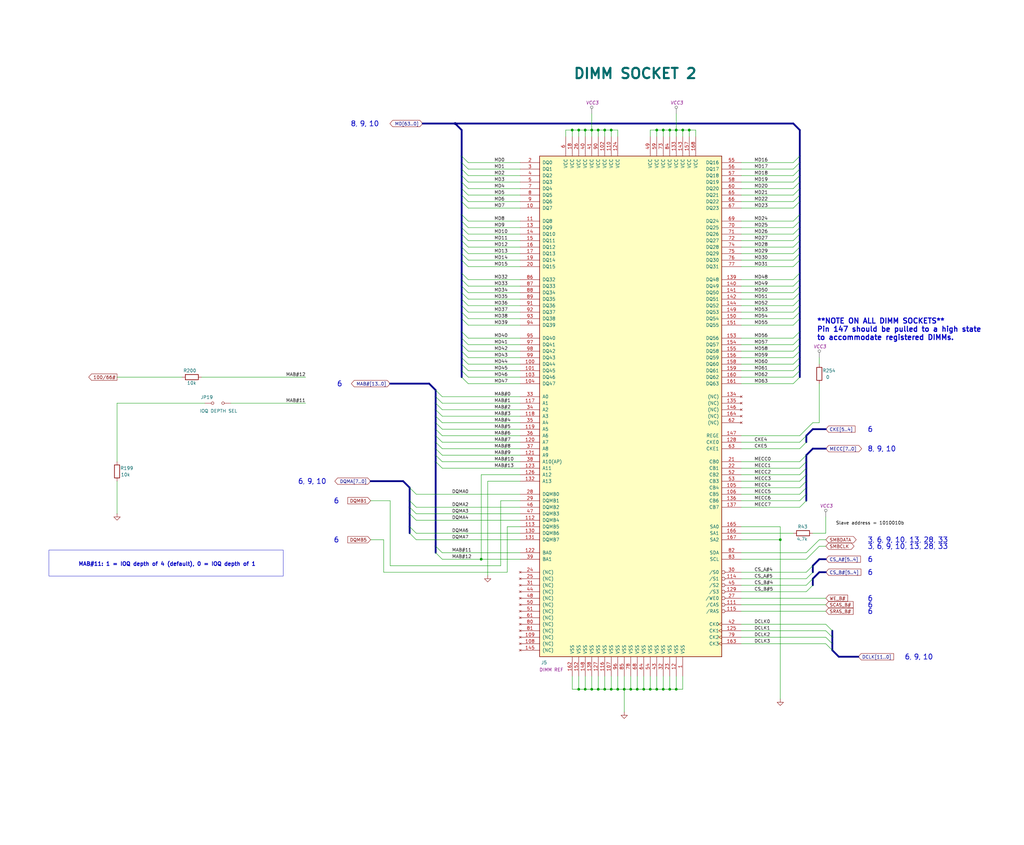
<source format=kicad_sch>
(kicad_sch
	(version 20241004)
	(generator "eeschema")
	(generator_version "8.99")
	(uuid "c21d09c4-6e55-413b-846c-46e45027be87")
	(paper "User" 400 330)
	(title_block
		(title "DIMM SOCKET 2")
		(date "Thursday, April 09, 1998")
		(rev "1.0")
	)
	(lib_symbols
		(symbol "Device:R"
			(pin_numbers
				(hide yes)
			)
			(pin_names
				(offset 0)
			)
			(exclude_from_sim no)
			(in_bom yes)
			(on_board yes)
			(property "Reference" "R"
				(at 2.032 0 90)
				(effects
					(font
						(size 1.27 1.27)
					)
				)
			)
			(property "Value" "R"
				(at 0 0 90)
				(effects
					(font
						(size 1.27 1.27)
					)
				)
			)
			(property "Footprint" ""
				(at -1.778 0 90)
				(effects
					(font
						(size 1.27 1.27)
					)
					(hide yes)
				)
			)
			(property "Datasheet" "~"
				(at 0 0 0)
				(effects
					(font
						(size 1.27 1.27)
					)
					(hide yes)
				)
			)
			(property "Description" "Resistor"
				(at 0 0 0)
				(effects
					(font
						(size 1.27 1.27)
					)
					(hide yes)
				)
			)
			(property "ki_keywords" "R res resistor"
				(at 0 0 0)
				(effects
					(font
						(size 1.27 1.27)
					)
					(hide yes)
				)
			)
			(property "ki_fp_filters" "R_*"
				(at 0 0 0)
				(effects
					(font
						(size 1.27 1.27)
					)
					(hide yes)
				)
			)
			(symbol "R_0_1"
				(rectangle
					(start -1.016 -2.54)
					(end 1.016 2.54)
					(stroke
						(width 0.254)
						(type default)
					)
					(fill
						(type none)
					)
				)
			)
			(symbol "R_1_1"
				(pin passive line
					(at 0 3.81 270)
					(length 1.27)
					(name "~"
						(effects
							(font
								(size 1.27 1.27)
							)
						)
					)
					(number "1"
						(effects
							(font
								(size 1.27 1.27)
							)
						)
					)
				)
				(pin passive line
					(at 0 -3.81 90)
					(length 1.27)
					(name "~"
						(effects
							(font
								(size 1.27 1.27)
							)
						)
					)
					(number "2"
						(effects
							(font
								(size 1.27 1.27)
							)
						)
					)
				)
			)
			(embedded_fonts no)
		)
		(symbol "P2-3_era:Jumper_2_Open"
			(pin_numbers
				(hide yes)
			)
			(pin_names
				(offset 0)
				(hide yes)
			)
			(exclude_from_sim yes)
			(in_bom yes)
			(on_board yes)
			(property "Reference" "JP"
				(at 0 2.794 0)
				(effects
					(font
						(size 1.27 1.27)
					)
				)
			)
			(property "Value" "Jumper_2_Open"
				(at 0 -2.286 0)
				(effects
					(font
						(size 1.27 1.27)
					)
				)
			)
			(property "Footprint" ""
				(at 0 0 0)
				(effects
					(font
						(size 1.27 1.27)
					)
					(hide yes)
				)
			)
			(property "Datasheet" "~"
				(at 0 0 0)
				(effects
					(font
						(size 1.27 1.27)
					)
					(hide yes)
				)
			)
			(property "Description" "Jumper, 2-pole, open"
				(at 0.508 -4.826 0)
				(effects
					(font
						(size 1.27 1.27)
					)
					(hide yes)
				)
			)
			(property "ki_keywords" "Jumper SPST"
				(at 0 0 0)
				(effects
					(font
						(size 1.27 1.27)
					)
					(hide yes)
				)
			)
			(property "ki_fp_filters" "Jumper* TestPoint*2Pads* TestPoint*Bridge*"
				(at 0 0 0)
				(effects
					(font
						(size 1.27 1.27)
					)
					(hide yes)
				)
			)
			(symbol "Jumper_2_Open_0_0"
				(circle
					(center -2.032 0)
					(radius 0.508)
					(stroke
						(width 0)
						(type default)
					)
					(fill
						(type none)
					)
				)
				(circle
					(center 2.032 0)
					(radius 0.508)
					(stroke
						(width 0)
						(type default)
					)
					(fill
						(type none)
					)
				)
			)
			(symbol "Jumper_2_Open_1_1"
				(pin passive line
					(at -5.08 0 0)
					(length 2.54)
					(name "A"
						(effects
							(font
								(size 1.27 1.27)
							)
						)
					)
					(number "1"
						(effects
							(font
								(size 1.27 1.27)
							)
						)
					)
				)
				(pin passive line
					(at 5.08 0 180)
					(length 2.54)
					(name "B"
						(effects
							(font
								(size 1.27 1.27)
							)
						)
					)
					(number "2"
						(effects
							(font
								(size 1.27 1.27)
							)
						)
					)
				)
			)
			(embedded_fonts no)
		)
		(symbol "P2-3_era:SDRAM_Slot"
			(pin_names
				(offset 1.016)
			)
			(exclude_from_sim no)
			(in_bom yes)
			(on_board yes)
			(property "Reference" "J1"
				(at -34.29 -99.568 0)
				(effects
					(font
						(size 1.27 1.27)
					)
				)
			)
			(property "Value" "DIMM REF"
				(at -30.734 -102.108 0)
				(effects
					(font
						(size 1.27 1.27)
					)
				)
			)
			(property "Footprint" "P2-3_ERA:SDRAM_DIMM_GENERIC"
				(at 2.794 -39.116 0)
				(effects
					(font
						(size 1.27 1.27)
					)
					(hide yes)
				)
			)
			(property "Datasheet" ""
				(at -117.602 70.612 0)
				(effects
					(font
						(size 1.27 1.27)
					)
					(hide yes)
				)
			)
			(property "Description" "DIMM SOCKET"
				(at 1.778 -27.94 0)
				(effects
					(font
						(size 1.27 1.27)
					)
					(hide yes)
				)
			)
			(property "ki_keywords" "sdram dimm socket"
				(at 0 0 0)
				(effects
					(font
						(size 1.27 1.27)
					)
					(hide yes)
				)
			)
			(property "ki_fp_filters" "DIP* PDIP*"
				(at 0 0 0)
				(effects
					(font
						(size 1.27 1.27)
					)
					(hide yes)
				)
			)
			(symbol "SDRAM_Slot_0_1"
				(rectangle
					(start -35.56 97.79)
					(end 35.56 -97.79)
					(stroke
						(width 0.254)
						(type default)
					)
					(fill
						(type background)
					)
				)
			)
			(symbol "SDRAM_Slot_1_1"
				(pin bidirectional line
					(at -43.18 95.25 0)
					(length 7.62)
					(name "DQ0"
						(effects
							(font
								(size 1.27 1.27)
							)
						)
					)
					(number "2"
						(effects
							(font
								(size 1.27 1.27)
							)
						)
					)
				)
				(pin bidirectional line
					(at -43.18 92.71 0)
					(length 7.62)
					(name "DQ1"
						(effects
							(font
								(size 1.27 1.27)
							)
						)
					)
					(number "3"
						(effects
							(font
								(size 1.27 1.27)
							)
						)
					)
				)
				(pin bidirectional line
					(at -43.18 90.17 0)
					(length 7.62)
					(name "DQ2"
						(effects
							(font
								(size 1.27 1.27)
							)
						)
					)
					(number "4"
						(effects
							(font
								(size 1.27 1.27)
							)
						)
					)
				)
				(pin bidirectional line
					(at -43.18 87.63 0)
					(length 7.62)
					(name "DQ3"
						(effects
							(font
								(size 1.27 1.27)
							)
						)
					)
					(number "5"
						(effects
							(font
								(size 1.27 1.27)
							)
						)
					)
				)
				(pin bidirectional line
					(at -43.18 85.09 0)
					(length 7.62)
					(name "DQ4"
						(effects
							(font
								(size 1.27 1.27)
							)
						)
					)
					(number "7"
						(effects
							(font
								(size 1.27 1.27)
							)
						)
					)
				)
				(pin bidirectional line
					(at -43.18 82.55 0)
					(length 7.62)
					(name "DQ5"
						(effects
							(font
								(size 1.27 1.27)
							)
						)
					)
					(number "8"
						(effects
							(font
								(size 1.27 1.27)
							)
						)
					)
				)
				(pin bidirectional line
					(at -43.18 80.01 0)
					(length 7.62)
					(name "DQ6"
						(effects
							(font
								(size 1.27 1.27)
							)
						)
					)
					(number "9"
						(effects
							(font
								(size 1.27 1.27)
							)
						)
					)
				)
				(pin bidirectional line
					(at -43.18 77.47 0)
					(length 7.62)
					(name "DQ7"
						(effects
							(font
								(size 1.27 1.27)
							)
						)
					)
					(number "10"
						(effects
							(font
								(size 1.27 1.27)
							)
						)
					)
				)
				(pin bidirectional line
					(at -43.18 72.39 0)
					(length 7.62)
					(name "DQ8"
						(effects
							(font
								(size 1.27 1.27)
							)
						)
					)
					(number "11"
						(effects
							(font
								(size 1.27 1.27)
							)
						)
					)
				)
				(pin bidirectional line
					(at -43.18 69.85 0)
					(length 7.62)
					(name "DQ9"
						(effects
							(font
								(size 1.27 1.27)
							)
						)
					)
					(number "13"
						(effects
							(font
								(size 1.27 1.27)
							)
						)
					)
				)
				(pin bidirectional line
					(at -43.18 67.31 0)
					(length 7.62)
					(name "DQ10"
						(effects
							(font
								(size 1.27 1.27)
							)
						)
					)
					(number "14"
						(effects
							(font
								(size 1.27 1.27)
							)
						)
					)
				)
				(pin bidirectional line
					(at -43.18 64.77 0)
					(length 7.62)
					(name "DQ11"
						(effects
							(font
								(size 1.27 1.27)
							)
						)
					)
					(number "15"
						(effects
							(font
								(size 1.27 1.27)
							)
						)
					)
				)
				(pin bidirectional line
					(at -43.18 62.23 0)
					(length 7.62)
					(name "DQ12"
						(effects
							(font
								(size 1.27 1.27)
							)
						)
					)
					(number "16"
						(effects
							(font
								(size 1.27 1.27)
							)
						)
					)
				)
				(pin bidirectional line
					(at -43.18 59.69 0)
					(length 7.62)
					(name "DQ13"
						(effects
							(font
								(size 1.27 1.27)
							)
						)
					)
					(number "17"
						(effects
							(font
								(size 1.27 1.27)
							)
						)
					)
				)
				(pin bidirectional line
					(at -43.18 57.15 0)
					(length 7.62)
					(name "DQ14"
						(effects
							(font
								(size 1.27 1.27)
							)
						)
					)
					(number "19"
						(effects
							(font
								(size 1.27 1.27)
							)
						)
					)
				)
				(pin bidirectional line
					(at -43.18 54.61 0)
					(length 7.62)
					(name "DQ15"
						(effects
							(font
								(size 1.27 1.27)
							)
						)
					)
					(number "20"
						(effects
							(font
								(size 1.27 1.27)
							)
						)
					)
				)
				(pin bidirectional line
					(at -43.18 49.53 0)
					(length 7.62)
					(name "DQ32"
						(effects
							(font
								(size 1.27 1.27)
							)
						)
					)
					(number "86"
						(effects
							(font
								(size 1.27 1.27)
							)
						)
					)
				)
				(pin bidirectional line
					(at -43.18 46.99 0)
					(length 7.62)
					(name "DQ33"
						(effects
							(font
								(size 1.27 1.27)
							)
						)
					)
					(number "87"
						(effects
							(font
								(size 1.27 1.27)
							)
						)
					)
				)
				(pin bidirectional line
					(at -43.18 44.45 0)
					(length 7.62)
					(name "DQ34"
						(effects
							(font
								(size 1.27 1.27)
							)
						)
					)
					(number "88"
						(effects
							(font
								(size 1.27 1.27)
							)
						)
					)
				)
				(pin bidirectional line
					(at -43.18 41.91 0)
					(length 7.62)
					(name "DQ35"
						(effects
							(font
								(size 1.27 1.27)
							)
						)
					)
					(number "89"
						(effects
							(font
								(size 1.27 1.27)
							)
						)
					)
				)
				(pin bidirectional line
					(at -43.18 39.37 0)
					(length 7.62)
					(name "DQ36"
						(effects
							(font
								(size 1.27 1.27)
							)
						)
					)
					(number "91"
						(effects
							(font
								(size 1.27 1.27)
							)
						)
					)
				)
				(pin bidirectional line
					(at -43.18 36.83 0)
					(length 7.62)
					(name "DQ37"
						(effects
							(font
								(size 1.27 1.27)
							)
						)
					)
					(number "92"
						(effects
							(font
								(size 1.27 1.27)
							)
						)
					)
				)
				(pin bidirectional line
					(at -43.18 34.29 0)
					(length 7.62)
					(name "DQ38"
						(effects
							(font
								(size 1.27 1.27)
							)
						)
					)
					(number "93"
						(effects
							(font
								(size 1.27 1.27)
							)
						)
					)
				)
				(pin bidirectional line
					(at -43.18 31.75 0)
					(length 7.62)
					(name "DQ39"
						(effects
							(font
								(size 1.27 1.27)
							)
						)
					)
					(number "94"
						(effects
							(font
								(size 1.27 1.27)
							)
						)
					)
				)
				(pin bidirectional line
					(at -43.18 26.67 0)
					(length 7.62)
					(name "DQ40"
						(effects
							(font
								(size 1.27 1.27)
							)
						)
					)
					(number "95"
						(effects
							(font
								(size 1.27 1.27)
							)
						)
					)
				)
				(pin bidirectional line
					(at -43.18 24.13 0)
					(length 7.62)
					(name "DQ41"
						(effects
							(font
								(size 1.27 1.27)
							)
						)
					)
					(number "97"
						(effects
							(font
								(size 1.27 1.27)
							)
						)
					)
				)
				(pin bidirectional line
					(at -43.18 21.59 0)
					(length 7.62)
					(name "DQ42"
						(effects
							(font
								(size 1.27 1.27)
							)
						)
					)
					(number "98"
						(effects
							(font
								(size 1.27 1.27)
							)
						)
					)
				)
				(pin bidirectional line
					(at -43.18 19.05 0)
					(length 7.62)
					(name "DQ43"
						(effects
							(font
								(size 1.27 1.27)
							)
						)
					)
					(number "99"
						(effects
							(font
								(size 1.27 1.27)
							)
						)
					)
				)
				(pin bidirectional line
					(at -43.18 16.51 0)
					(length 7.62)
					(name "DQ44"
						(effects
							(font
								(size 1.27 1.27)
							)
						)
					)
					(number "100"
						(effects
							(font
								(size 1.27 1.27)
							)
						)
					)
				)
				(pin bidirectional line
					(at -43.18 13.97 0)
					(length 7.62)
					(name "DQ45"
						(effects
							(font
								(size 1.27 1.27)
							)
						)
					)
					(number "101"
						(effects
							(font
								(size 1.27 1.27)
							)
						)
					)
				)
				(pin bidirectional line
					(at -43.18 11.43 0)
					(length 7.62)
					(name "DQ46"
						(effects
							(font
								(size 1.27 1.27)
							)
						)
					)
					(number "103"
						(effects
							(font
								(size 1.27 1.27)
							)
						)
					)
				)
				(pin bidirectional line
					(at -43.18 8.89 0)
					(length 7.62)
					(name "DQ47"
						(effects
							(font
								(size 1.27 1.27)
							)
						)
					)
					(number "104"
						(effects
							(font
								(size 1.27 1.27)
							)
						)
					)
				)
				(pin input line
					(at -43.18 3.81 0)
					(length 7.62)
					(name "A0"
						(effects
							(font
								(size 1.27 1.27)
							)
						)
					)
					(number "33"
						(effects
							(font
								(size 1.27 1.27)
							)
						)
					)
				)
				(pin input line
					(at -43.18 1.27 0)
					(length 7.62)
					(name "A1"
						(effects
							(font
								(size 1.27 1.27)
							)
						)
					)
					(number "117"
						(effects
							(font
								(size 1.27 1.27)
							)
						)
					)
				)
				(pin input line
					(at -43.18 -1.27 0)
					(length 7.62)
					(name "A2"
						(effects
							(font
								(size 1.27 1.27)
							)
						)
					)
					(number "34"
						(effects
							(font
								(size 1.27 1.27)
							)
						)
					)
				)
				(pin input line
					(at -43.18 -3.81 0)
					(length 7.62)
					(name "A3"
						(effects
							(font
								(size 1.27 1.27)
							)
						)
					)
					(number "118"
						(effects
							(font
								(size 1.27 1.27)
							)
						)
					)
				)
				(pin input line
					(at -43.18 -6.35 0)
					(length 7.62)
					(name "A4"
						(effects
							(font
								(size 1.27 1.27)
							)
						)
					)
					(number "35"
						(effects
							(font
								(size 1.27 1.27)
							)
						)
					)
				)
				(pin input line
					(at -43.18 -8.89 0)
					(length 7.62)
					(name "A5"
						(effects
							(font
								(size 1.27 1.27)
							)
						)
					)
					(number "119"
						(effects
							(font
								(size 1.27 1.27)
							)
						)
					)
				)
				(pin input line
					(at -43.18 -11.43 0)
					(length 7.62)
					(name "A6"
						(effects
							(font
								(size 1.27 1.27)
							)
						)
					)
					(number "36"
						(effects
							(font
								(size 1.27 1.27)
							)
						)
					)
				)
				(pin input line
					(at -43.18 -13.97 0)
					(length 7.62)
					(name "A7"
						(effects
							(font
								(size 1.27 1.27)
							)
						)
					)
					(number "120"
						(effects
							(font
								(size 1.27 1.27)
							)
						)
					)
				)
				(pin input line
					(at -43.18 -16.51 0)
					(length 7.62)
					(name "A8"
						(effects
							(font
								(size 1.27 1.27)
							)
						)
					)
					(number "37"
						(effects
							(font
								(size 1.27 1.27)
							)
						)
					)
				)
				(pin input line
					(at -43.18 -19.05 0)
					(length 7.62)
					(name "A9"
						(effects
							(font
								(size 1.27 1.27)
							)
						)
					)
					(number "121"
						(effects
							(font
								(size 1.27 1.27)
							)
						)
					)
				)
				(pin input line
					(at -43.18 -21.59 0)
					(length 7.62)
					(name "A10(AP)"
						(effects
							(font
								(size 1.27 1.27)
							)
						)
					)
					(number "38"
						(effects
							(font
								(size 1.27 1.27)
							)
						)
					)
				)
				(pin input line
					(at -43.18 -24.13 0)
					(length 7.62)
					(name "A11"
						(effects
							(font
								(size 1.27 1.27)
							)
						)
					)
					(number "123"
						(effects
							(font
								(size 1.27 1.27)
							)
						)
					)
				)
				(pin input line
					(at -43.18 -26.67 0)
					(length 7.62)
					(name "A12"
						(effects
							(font
								(size 1.27 1.27)
							)
						)
					)
					(number "126"
						(effects
							(font
								(size 1.27 1.27)
							)
						)
					)
				)
				(pin input line
					(at -43.18 -29.21 0)
					(length 7.62)
					(name "A13"
						(effects
							(font
								(size 1.27 1.27)
							)
						)
					)
					(number "132"
						(effects
							(font
								(size 1.27 1.27)
							)
						)
					)
				)
				(pin input line
					(at -43.18 -34.29 0)
					(length 7.62)
					(name "DQMB0"
						(effects
							(font
								(size 1.27 1.27)
							)
						)
					)
					(number "28"
						(effects
							(font
								(size 1.27 1.27)
							)
						)
					)
				)
				(pin input line
					(at -43.18 -36.83 0)
					(length 7.62)
					(name "DQMB1"
						(effects
							(font
								(size 1.27 1.27)
							)
						)
					)
					(number "29"
						(effects
							(font
								(size 1.27 1.27)
							)
						)
					)
				)
				(pin input line
					(at -43.18 -39.37 0)
					(length 7.62)
					(name "DQMB2"
						(effects
							(font
								(size 1.27 1.27)
							)
						)
					)
					(number "46"
						(effects
							(font
								(size 1.27 1.27)
							)
						)
					)
				)
				(pin input line
					(at -43.18 -41.91 0)
					(length 7.62)
					(name "DQMB3"
						(effects
							(font
								(size 1.27 1.27)
							)
						)
					)
					(number "47"
						(effects
							(font
								(size 1.27 1.27)
							)
						)
					)
				)
				(pin input line
					(at -43.18 -44.45 0)
					(length 7.62)
					(name "DQMB4"
						(effects
							(font
								(size 1.27 1.27)
							)
						)
					)
					(number "112"
						(effects
							(font
								(size 1.27 1.27)
							)
						)
					)
				)
				(pin input line
					(at -43.18 -46.99 0)
					(length 7.62)
					(name "DQMB5"
						(effects
							(font
								(size 1.27 1.27)
							)
						)
					)
					(number "113"
						(effects
							(font
								(size 1.27 1.27)
							)
						)
					)
				)
				(pin input line
					(at -43.18 -49.53 0)
					(length 7.62)
					(name "DQMB6"
						(effects
							(font
								(size 1.27 1.27)
							)
						)
					)
					(number "130"
						(effects
							(font
								(size 1.27 1.27)
							)
						)
					)
				)
				(pin input line
					(at -43.18 -52.07 0)
					(length 7.62)
					(name "DQMB7"
						(effects
							(font
								(size 1.27 1.27)
							)
						)
					)
					(number "131"
						(effects
							(font
								(size 1.27 1.27)
							)
						)
					)
				)
				(pin input line
					(at -43.18 -57.15 0)
					(length 7.62)
					(name "BA0"
						(effects
							(font
								(size 1.27 1.27)
							)
						)
					)
					(number "122"
						(effects
							(font
								(size 1.27 1.27)
							)
						)
					)
				)
				(pin input line
					(at -43.18 -59.69 0)
					(length 7.62)
					(name "BA1"
						(effects
							(font
								(size 1.27 1.27)
							)
						)
					)
					(number "39"
						(effects
							(font
								(size 1.27 1.27)
							)
						)
					)
				)
				(pin no_connect line
					(at -43.18 -64.77 0)
					(length 7.62)
					(name "(NC)"
						(effects
							(font
								(size 1.27 1.27)
							)
						)
					)
					(number "24"
						(effects
							(font
								(size 1.27 1.27)
							)
						)
					)
				)
				(pin no_connect line
					(at -43.18 -67.31 0)
					(length 7.62)
					(name "(NC)"
						(effects
							(font
								(size 1.27 1.27)
							)
						)
					)
					(number "25"
						(effects
							(font
								(size 1.27 1.27)
							)
						)
					)
				)
				(pin no_connect line
					(at -43.18 -69.85 0)
					(length 7.62)
					(name "(NC)"
						(effects
							(font
								(size 1.27 1.27)
							)
						)
					)
					(number "31"
						(effects
							(font
								(size 1.27 1.27)
							)
						)
					)
				)
				(pin no_connect line
					(at -43.18 -72.39 0)
					(length 7.62)
					(name "(NC)"
						(effects
							(font
								(size 1.27 1.27)
							)
						)
					)
					(number "44"
						(effects
							(font
								(size 1.27 1.27)
							)
						)
					)
				)
				(pin no_connect line
					(at -43.18 -74.93 0)
					(length 7.62)
					(name "(NC)"
						(effects
							(font
								(size 1.27 1.27)
							)
						)
					)
					(number "48"
						(effects
							(font
								(size 1.27 1.27)
							)
						)
					)
				)
				(pin no_connect line
					(at -43.18 -77.47 0)
					(length 7.62)
					(name "(NC)"
						(effects
							(font
								(size 1.27 1.27)
							)
						)
					)
					(number "50"
						(effects
							(font
								(size 1.27 1.27)
							)
						)
					)
				)
				(pin no_connect line
					(at -43.18 -80.01 0)
					(length 7.62)
					(name "(NC)"
						(effects
							(font
								(size 1.27 1.27)
							)
						)
					)
					(number "51"
						(effects
							(font
								(size 1.27 1.27)
							)
						)
					)
				)
				(pin no_connect line
					(at -43.18 -82.55 0)
					(length 7.62)
					(name "(NC)"
						(effects
							(font
								(size 1.27 1.27)
							)
						)
					)
					(number "61"
						(effects
							(font
								(size 1.27 1.27)
							)
						)
					)
				)
				(pin no_connect line
					(at -43.18 -85.09 0)
					(length 7.62)
					(name "(NC)"
						(effects
							(font
								(size 1.27 1.27)
							)
						)
					)
					(number "80"
						(effects
							(font
								(size 1.27 1.27)
							)
						)
					)
				)
				(pin no_connect line
					(at -43.18 -87.63 0)
					(length 7.62)
					(name "(NC)"
						(effects
							(font
								(size 1.27 1.27)
							)
						)
					)
					(number "81"
						(effects
							(font
								(size 1.27 1.27)
							)
						)
					)
				)
				(pin no_connect line
					(at -43.18 -90.17 0)
					(length 7.62)
					(name "(NC)"
						(effects
							(font
								(size 1.27 1.27)
							)
						)
					)
					(number "109"
						(effects
							(font
								(size 1.27 1.27)
							)
						)
					)
				)
				(pin no_connect line
					(at -43.18 -92.71 0)
					(length 7.62)
					(name "(NC)"
						(effects
							(font
								(size 1.27 1.27)
							)
						)
					)
					(number "108"
						(effects
							(font
								(size 1.27 1.27)
							)
						)
					)
				)
				(pin no_connect line
					(at -43.18 -95.25 0)
					(length 7.62)
					(name "(NC)"
						(effects
							(font
								(size 1.27 1.27)
							)
						)
					)
					(number "145"
						(effects
							(font
								(size 1.27 1.27)
							)
						)
					)
				)
				(pin power_in line
					(at -25.4 105.41 270)
					(length 7.62)
					(name "VCC"
						(effects
							(font
								(size 1.27 1.27)
							)
						)
					)
					(number "6"
						(effects
							(font
								(size 1.27 1.27)
							)
						)
					)
				)
				(pin power_in line
					(at -22.86 105.41 270)
					(length 7.62)
					(name "VCC"
						(effects
							(font
								(size 1.27 1.27)
							)
						)
					)
					(number "18"
						(effects
							(font
								(size 1.27 1.27)
							)
						)
					)
				)
				(pin power_in line
					(at -22.86 -105.41 90)
					(length 7.62)
					(name "VSS"
						(effects
							(font
								(size 1.27 1.27)
							)
						)
					)
					(number "162"
						(effects
							(font
								(size 1.27 1.27)
							)
						)
					)
				)
				(pin power_in line
					(at -20.32 105.41 270)
					(length 7.62)
					(name "VCC"
						(effects
							(font
								(size 1.27 1.27)
							)
						)
					)
					(number "26"
						(effects
							(font
								(size 1.27 1.27)
							)
						)
					)
				)
				(pin power_in line
					(at -20.32 -105.41 90)
					(length 7.62)
					(name "VSS"
						(effects
							(font
								(size 1.27 1.27)
							)
						)
					)
					(number "152"
						(effects
							(font
								(size 1.27 1.27)
							)
						)
					)
				)
				(pin power_in line
					(at -17.78 105.41 270)
					(length 7.62)
					(name "VCC"
						(effects
							(font
								(size 1.27 1.27)
							)
						)
					)
					(number "40"
						(effects
							(font
								(size 1.27 1.27)
							)
						)
					)
				)
				(pin power_in line
					(at -17.78 -105.41 90)
					(length 7.62)
					(name "VSS"
						(effects
							(font
								(size 1.27 1.27)
							)
						)
					)
					(number "148"
						(effects
							(font
								(size 1.27 1.27)
							)
						)
					)
				)
				(pin power_in line
					(at -15.24 105.41 270)
					(length 7.62)
					(name "VCC"
						(effects
							(font
								(size 1.27 1.27)
							)
						)
					)
					(number "41"
						(effects
							(font
								(size 1.27 1.27)
							)
						)
					)
				)
				(pin power_in line
					(at -15.24 -105.41 90)
					(length 7.62)
					(name "VSS"
						(effects
							(font
								(size 1.27 1.27)
							)
						)
					)
					(number "138"
						(effects
							(font
								(size 1.27 1.27)
							)
						)
					)
				)
				(pin power_in line
					(at -12.7 105.41 270)
					(length 7.62)
					(name "VCC"
						(effects
							(font
								(size 1.27 1.27)
							)
						)
					)
					(number "90"
						(effects
							(font
								(size 1.27 1.27)
							)
						)
					)
				)
				(pin power_in line
					(at -12.7 -105.41 90)
					(length 7.62)
					(name "VSS"
						(effects
							(font
								(size 1.27 1.27)
							)
						)
					)
					(number "127"
						(effects
							(font
								(size 1.27 1.27)
							)
						)
					)
				)
				(pin power_in line
					(at -10.16 105.41 270)
					(length 7.62)
					(name "VCC"
						(effects
							(font
								(size 1.27 1.27)
							)
						)
					)
					(number "102"
						(effects
							(font
								(size 1.27 1.27)
							)
						)
					)
				)
				(pin power_in line
					(at -10.16 -105.41 90)
					(length 7.62)
					(name "VSS"
						(effects
							(font
								(size 1.27 1.27)
							)
						)
					)
					(number "116"
						(effects
							(font
								(size 1.27 1.27)
							)
						)
					)
				)
				(pin power_in line
					(at -7.62 105.41 270)
					(length 7.62)
					(name "VCC"
						(effects
							(font
								(size 1.27 1.27)
							)
						)
					)
					(number "110"
						(effects
							(font
								(size 1.27 1.27)
							)
						)
					)
				)
				(pin power_in line
					(at -7.62 -105.41 90)
					(length 7.62)
					(name "VSS"
						(effects
							(font
								(size 1.27 1.27)
							)
						)
					)
					(number "107"
						(effects
							(font
								(size 1.27 1.27)
							)
						)
					)
				)
				(pin power_in line
					(at -5.08 105.41 270)
					(length 7.62)
					(name "VCC"
						(effects
							(font
								(size 1.27 1.27)
							)
						)
					)
					(number "124"
						(effects
							(font
								(size 1.27 1.27)
							)
						)
					)
				)
				(pin power_in line
					(at -5.08 -105.41 90)
					(length 7.62)
					(name "VSS"
						(effects
							(font
								(size 1.27 1.27)
							)
						)
					)
					(number "96"
						(effects
							(font
								(size 1.27 1.27)
							)
						)
					)
				)
				(pin power_in line
					(at -2.54 -105.41 90)
					(length 7.62)
					(name "VSS"
						(effects
							(font
								(size 1.27 1.27)
							)
						)
					)
					(number "85"
						(effects
							(font
								(size 1.27 1.27)
							)
						)
					)
				)
				(pin power_in line
					(at 0 -105.41 90)
					(length 7.62)
					(name "VSS"
						(effects
							(font
								(size 1.27 1.27)
							)
						)
					)
					(number "78"
						(effects
							(font
								(size 1.27 1.27)
							)
						)
					)
				)
				(pin power_in line
					(at 2.54 -105.41 90)
					(length 7.62)
					(name "VSS"
						(effects
							(font
								(size 1.27 1.27)
							)
						)
					)
					(number "68"
						(effects
							(font
								(size 1.27 1.27)
							)
						)
					)
				)
				(pin power_in line
					(at 5.08 -105.41 90)
					(length 7.62)
					(name "VSS"
						(effects
							(font
								(size 1.27 1.27)
							)
						)
					)
					(number "64"
						(effects
							(font
								(size 1.27 1.27)
							)
						)
					)
				)
				(pin power_in line
					(at 7.62 105.41 270)
					(length 7.62)
					(name "VCC"
						(effects
							(font
								(size 1.27 1.27)
							)
						)
					)
					(number "49"
						(effects
							(font
								(size 1.27 1.27)
							)
						)
					)
				)
				(pin power_in line
					(at 7.62 -105.41 90)
					(length 7.62)
					(name "VSS"
						(effects
							(font
								(size 1.27 1.27)
							)
						)
					)
					(number "54"
						(effects
							(font
								(size 1.27 1.27)
							)
						)
					)
				)
				(pin power_in line
					(at 10.16 105.41 270)
					(length 7.62)
					(name "VCC"
						(effects
							(font
								(size 1.27 1.27)
							)
						)
					)
					(number "59"
						(effects
							(font
								(size 1.27 1.27)
							)
						)
					)
				)
				(pin power_in line
					(at 10.16 -105.41 90)
					(length 7.62)
					(name "VSS"
						(effects
							(font
								(size 1.27 1.27)
							)
						)
					)
					(number "43"
						(effects
							(font
								(size 1.27 1.27)
							)
						)
					)
				)
				(pin power_in line
					(at 12.7 105.41 270)
					(length 7.62)
					(name "VCC"
						(effects
							(font
								(size 1.27 1.27)
							)
						)
					)
					(number "73"
						(effects
							(font
								(size 1.27 1.27)
							)
						)
					)
				)
				(pin power_in line
					(at 12.7 -105.41 90)
					(length 7.62)
					(name "VSS"
						(effects
							(font
								(size 1.27 1.27)
							)
						)
					)
					(number "32"
						(effects
							(font
								(size 1.27 1.27)
							)
						)
					)
				)
				(pin power_in line
					(at 15.24 105.41 270)
					(length 7.62)
					(name "VCC"
						(effects
							(font
								(size 1.27 1.27)
							)
						)
					)
					(number "84"
						(effects
							(font
								(size 1.27 1.27)
							)
						)
					)
				)
				(pin power_in line
					(at 15.24 -105.41 90)
					(length 7.62)
					(name "VSS"
						(effects
							(font
								(size 1.27 1.27)
							)
						)
					)
					(number "23"
						(effects
							(font
								(size 1.27 1.27)
							)
						)
					)
				)
				(pin power_in line
					(at 17.78 105.41 270)
					(length 7.62)
					(name "VCC"
						(effects
							(font
								(size 1.27 1.27)
							)
						)
					)
					(number "133"
						(effects
							(font
								(size 1.27 1.27)
							)
						)
					)
				)
				(pin power_in line
					(at 17.78 -105.41 90)
					(length 7.62)
					(name "VSS"
						(effects
							(font
								(size 1.27 1.27)
							)
						)
					)
					(number "12"
						(effects
							(font
								(size 1.27 1.27)
							)
						)
					)
				)
				(pin power_in line
					(at 20.32 105.41 270)
					(length 7.62)
					(name "VCC"
						(effects
							(font
								(size 1.27 1.27)
							)
						)
					)
					(number "143"
						(effects
							(font
								(size 1.27 1.27)
							)
						)
					)
				)
				(pin power_in line
					(at 20.32 -105.41 90)
					(length 7.62)
					(name "VSS"
						(effects
							(font
								(size 1.27 1.27)
							)
						)
					)
					(number "1"
						(effects
							(font
								(size 1.27 1.27)
							)
						)
					)
				)
				(pin power_in line
					(at 22.86 105.41 270)
					(length 7.62)
					(name "VCC"
						(effects
							(font
								(size 1.27 1.27)
							)
						)
					)
					(number "157"
						(effects
							(font
								(size 1.27 1.27)
							)
						)
					)
				)
				(pin power_in line
					(at 25.4 105.41 270)
					(length 7.62)
					(name "VCC"
						(effects
							(font
								(size 1.27 1.27)
							)
						)
					)
					(number "168"
						(effects
							(font
								(size 1.27 1.27)
							)
						)
					)
				)
				(pin bidirectional line
					(at 43.18 95.25 180)
					(length 7.62)
					(name "DQ16"
						(effects
							(font
								(size 1.27 1.27)
							)
						)
					)
					(number "55"
						(effects
							(font
								(size 1.27 1.27)
							)
						)
					)
				)
				(pin bidirectional line
					(at 43.18 92.71 180)
					(length 7.62)
					(name "DQ17"
						(effects
							(font
								(size 1.27 1.27)
							)
						)
					)
					(number "56"
						(effects
							(font
								(size 1.27 1.27)
							)
						)
					)
				)
				(pin bidirectional line
					(at 43.18 90.17 180)
					(length 7.62)
					(name "DQ18"
						(effects
							(font
								(size 1.27 1.27)
							)
						)
					)
					(number "57"
						(effects
							(font
								(size 1.27 1.27)
							)
						)
					)
				)
				(pin bidirectional line
					(at 43.18 87.63 180)
					(length 7.62)
					(name "DQ19"
						(effects
							(font
								(size 1.27 1.27)
							)
						)
					)
					(number "58"
						(effects
							(font
								(size 1.27 1.27)
							)
						)
					)
				)
				(pin bidirectional line
					(at 43.18 85.09 180)
					(length 7.62)
					(name "DQ20"
						(effects
							(font
								(size 1.27 1.27)
							)
						)
					)
					(number "60"
						(effects
							(font
								(size 1.27 1.27)
							)
						)
					)
				)
				(pin bidirectional line
					(at 43.18 82.55 180)
					(length 7.62)
					(name "DQ21"
						(effects
							(font
								(size 1.27 1.27)
							)
						)
					)
					(number "65"
						(effects
							(font
								(size 1.27 1.27)
							)
						)
					)
				)
				(pin bidirectional line
					(at 43.18 80.01 180)
					(length 7.62)
					(name "DQ22"
						(effects
							(font
								(size 1.27 1.27)
							)
						)
					)
					(number "66"
						(effects
							(font
								(size 1.27 1.27)
							)
						)
					)
				)
				(pin bidirectional line
					(at 43.18 77.47 180)
					(length 7.62)
					(name "DQ23"
						(effects
							(font
								(size 1.27 1.27)
							)
						)
					)
					(number "67"
						(effects
							(font
								(size 1.27 1.27)
							)
						)
					)
				)
				(pin bidirectional line
					(at 43.18 72.39 180)
					(length 7.62)
					(name "DQ24"
						(effects
							(font
								(size 1.27 1.27)
							)
						)
					)
					(number "69"
						(effects
							(font
								(size 1.27 1.27)
							)
						)
					)
				)
				(pin bidirectional line
					(at 43.18 69.85 180)
					(length 7.62)
					(name "DQ25"
						(effects
							(font
								(size 1.27 1.27)
							)
						)
					)
					(number "70"
						(effects
							(font
								(size 1.27 1.27)
							)
						)
					)
				)
				(pin bidirectional line
					(at 43.18 67.31 180)
					(length 7.62)
					(name "DQ26"
						(effects
							(font
								(size 1.27 1.27)
							)
						)
					)
					(number "71"
						(effects
							(font
								(size 1.27 1.27)
							)
						)
					)
				)
				(pin bidirectional line
					(at 43.18 64.77 180)
					(length 7.62)
					(name "DQ27"
						(effects
							(font
								(size 1.27 1.27)
							)
						)
					)
					(number "72"
						(effects
							(font
								(size 1.27 1.27)
							)
						)
					)
				)
				(pin bidirectional line
					(at 43.18 62.23 180)
					(length 7.62)
					(name "DQ28"
						(effects
							(font
								(size 1.27 1.27)
							)
						)
					)
					(number "74"
						(effects
							(font
								(size 1.27 1.27)
							)
						)
					)
				)
				(pin bidirectional line
					(at 43.18 59.69 180)
					(length 7.62)
					(name "DQ29"
						(effects
							(font
								(size 1.27 1.27)
							)
						)
					)
					(number "75"
						(effects
							(font
								(size 1.27 1.27)
							)
						)
					)
				)
				(pin bidirectional line
					(at 43.18 57.15 180)
					(length 7.62)
					(name "DQ30"
						(effects
							(font
								(size 1.27 1.27)
							)
						)
					)
					(number "76"
						(effects
							(font
								(size 1.27 1.27)
							)
						)
					)
				)
				(pin bidirectional line
					(at 43.18 54.61 180)
					(length 7.62)
					(name "DQ31"
						(effects
							(font
								(size 1.27 1.27)
							)
						)
					)
					(number "77"
						(effects
							(font
								(size 1.27 1.27)
							)
						)
					)
				)
				(pin bidirectional line
					(at 43.18 49.53 180)
					(length 7.62)
					(name "DQ48"
						(effects
							(font
								(size 1.27 1.27)
							)
						)
					)
					(number "139"
						(effects
							(font
								(size 1.27 1.27)
							)
						)
					)
				)
				(pin bidirectional line
					(at 43.18 46.99 180)
					(length 7.62)
					(name "DQ49"
						(effects
							(font
								(size 1.27 1.27)
							)
						)
					)
					(number "140"
						(effects
							(font
								(size 1.27 1.27)
							)
						)
					)
				)
				(pin bidirectional line
					(at 43.18 44.45 180)
					(length 7.62)
					(name "DQ50"
						(effects
							(font
								(size 1.27 1.27)
							)
						)
					)
					(number "141"
						(effects
							(font
								(size 1.27 1.27)
							)
						)
					)
				)
				(pin bidirectional line
					(at 43.18 41.91 180)
					(length 7.62)
					(name "DQ51"
						(effects
							(font
								(size 1.27 1.27)
							)
						)
					)
					(number "142"
						(effects
							(font
								(size 1.27 1.27)
							)
						)
					)
				)
				(pin bidirectional line
					(at 43.18 39.37 180)
					(length 7.62)
					(name "DQ52"
						(effects
							(font
								(size 1.27 1.27)
							)
						)
					)
					(number "144"
						(effects
							(font
								(size 1.27 1.27)
							)
						)
					)
				)
				(pin bidirectional line
					(at 43.18 36.83 180)
					(length 7.62)
					(name "DQ53"
						(effects
							(font
								(size 1.27 1.27)
							)
						)
					)
					(number "149"
						(effects
							(font
								(size 1.27 1.27)
							)
						)
					)
				)
				(pin bidirectional line
					(at 43.18 34.29 180)
					(length 7.62)
					(name "DQ54"
						(effects
							(font
								(size 1.27 1.27)
							)
						)
					)
					(number "150"
						(effects
							(font
								(size 1.27 1.27)
							)
						)
					)
				)
				(pin bidirectional line
					(at 43.18 31.75 180)
					(length 7.62)
					(name "DQ55"
						(effects
							(font
								(size 1.27 1.27)
							)
						)
					)
					(number "151"
						(effects
							(font
								(size 1.27 1.27)
							)
						)
					)
				)
				(pin bidirectional line
					(at 43.18 26.67 180)
					(length 7.62)
					(name "DQ56"
						(effects
							(font
								(size 1.27 1.27)
							)
						)
					)
					(number "153"
						(effects
							(font
								(size 1.27 1.27)
							)
						)
					)
				)
				(pin bidirectional line
					(at 43.18 24.13 180)
					(length 7.62)
					(name "DQ57"
						(effects
							(font
								(size 1.27 1.27)
							)
						)
					)
					(number "154"
						(effects
							(font
								(size 1.27 1.27)
							)
						)
					)
				)
				(pin bidirectional line
					(at 43.18 21.59 180)
					(length 7.62)
					(name "DQ58"
						(effects
							(font
								(size 1.27 1.27)
							)
						)
					)
					(number "155"
						(effects
							(font
								(size 1.27 1.27)
							)
						)
					)
				)
				(pin bidirectional line
					(at 43.18 19.05 180)
					(length 7.62)
					(name "DQ59"
						(effects
							(font
								(size 1.27 1.27)
							)
						)
					)
					(number "156"
						(effects
							(font
								(size 1.27 1.27)
							)
						)
					)
				)
				(pin bidirectional line
					(at 43.18 16.51 180)
					(length 7.62)
					(name "DQ60"
						(effects
							(font
								(size 1.27 1.27)
							)
						)
					)
					(number "158"
						(effects
							(font
								(size 1.27 1.27)
							)
						)
					)
				)
				(pin bidirectional line
					(at 43.18 13.97 180)
					(length 7.62)
					(name "DQ61"
						(effects
							(font
								(size 1.27 1.27)
							)
						)
					)
					(number "159"
						(effects
							(font
								(size 1.27 1.27)
							)
						)
					)
				)
				(pin bidirectional line
					(at 43.18 11.43 180)
					(length 7.62)
					(name "DQ62"
						(effects
							(font
								(size 1.27 1.27)
							)
						)
					)
					(number "160"
						(effects
							(font
								(size 1.27 1.27)
							)
						)
					)
				)
				(pin bidirectional line
					(at 43.18 8.89 180)
					(length 7.62)
					(name "DQ63"
						(effects
							(font
								(size 1.27 1.27)
							)
						)
					)
					(number "161"
						(effects
							(font
								(size 1.27 1.27)
							)
						)
					)
				)
				(pin no_connect line
					(at 43.18 3.81 180)
					(length 7.62)
					(name "(NC)"
						(effects
							(font
								(size 1.27 1.27)
							)
						)
					)
					(number "134"
						(effects
							(font
								(size 1.27 1.27)
							)
						)
					)
				)
				(pin no_connect line
					(at 43.18 1.27 180)
					(length 7.62)
					(name "(NC)"
						(effects
							(font
								(size 1.27 1.27)
							)
						)
					)
					(number "135"
						(effects
							(font
								(size 1.27 1.27)
							)
						)
					)
				)
				(pin no_connect line
					(at 43.18 -1.27 180)
					(length 7.62)
					(name "(NC)"
						(effects
							(font
								(size 1.27 1.27)
							)
						)
					)
					(number "146"
						(effects
							(font
								(size 1.27 1.27)
							)
						)
					)
				)
				(pin no_connect line
					(at 43.18 -3.81 180)
					(length 7.62)
					(name "(NC)"
						(effects
							(font
								(size 1.27 1.27)
							)
						)
					)
					(number "164"
						(effects
							(font
								(size 1.27 1.27)
							)
						)
					)
				)
				(pin no_connect line
					(at 43.18 -6.35 180)
					(length 7.62)
					(name "(NC)"
						(effects
							(font
								(size 1.27 1.27)
							)
						)
					)
					(number "62"
						(effects
							(font
								(size 1.27 1.27)
							)
						)
					)
				)
				(pin input line
					(at 43.18 -11.43 180)
					(length 7.62)
					(name "REGE"
						(effects
							(font
								(size 1.27 1.27)
							)
						)
					)
					(number "147"
						(effects
							(font
								(size 1.27 1.27)
							)
						)
					)
				)
				(pin input line
					(at 43.18 -13.97 180)
					(length 7.62)
					(name "CKE0"
						(effects
							(font
								(size 1.27 1.27)
							)
						)
					)
					(number "128"
						(effects
							(font
								(size 1.27 1.27)
							)
						)
					)
				)
				(pin input line
					(at 43.18 -16.51 180)
					(length 7.62)
					(name "CKE1"
						(effects
							(font
								(size 1.27 1.27)
							)
						)
					)
					(number "63"
						(effects
							(font
								(size 1.27 1.27)
							)
						)
					)
				)
				(pin bidirectional line
					(at 43.18 -21.59 180)
					(length 7.62)
					(name "CB0"
						(effects
							(font
								(size 1.27 1.27)
							)
						)
					)
					(number "21"
						(effects
							(font
								(size 1.27 1.27)
							)
						)
					)
				)
				(pin bidirectional line
					(at 43.18 -24.13 180)
					(length 7.62)
					(name "CB1"
						(effects
							(font
								(size 1.27 1.27)
							)
						)
					)
					(number "22"
						(effects
							(font
								(size 1.27 1.27)
							)
						)
					)
				)
				(pin bidirectional line
					(at 43.18 -26.67 180)
					(length 7.62)
					(name "CB2"
						(effects
							(font
								(size 1.27 1.27)
							)
						)
					)
					(number "52"
						(effects
							(font
								(size 1.27 1.27)
							)
						)
					)
				)
				(pin bidirectional line
					(at 43.18 -29.21 180)
					(length 7.62)
					(name "CB3"
						(effects
							(font
								(size 1.27 1.27)
							)
						)
					)
					(number "53"
						(effects
							(font
								(size 1.27 1.27)
							)
						)
					)
				)
				(pin bidirectional line
					(at 43.18 -31.75 180)
					(length 7.62)
					(name "CB4"
						(effects
							(font
								(size 1.27 1.27)
							)
						)
					)
					(number "105"
						(effects
							(font
								(size 1.27 1.27)
							)
						)
					)
				)
				(pin bidirectional line
					(at 43.18 -34.29 180)
					(length 7.62)
					(name "CB5"
						(effects
							(font
								(size 1.27 1.27)
							)
						)
					)
					(number "106"
						(effects
							(font
								(size 1.27 1.27)
							)
						)
					)
				)
				(pin bidirectional line
					(at 43.18 -36.83 180)
					(length 7.62)
					(name "CB6"
						(effects
							(font
								(size 1.27 1.27)
							)
						)
					)
					(number "136"
						(effects
							(font
								(size 1.27 1.27)
							)
						)
					)
				)
				(pin bidirectional line
					(at 43.18 -39.37 180)
					(length 7.62)
					(name "CB7"
						(effects
							(font
								(size 1.27 1.27)
							)
						)
					)
					(number "137"
						(effects
							(font
								(size 1.27 1.27)
							)
						)
					)
				)
				(pin unspecified line
					(at 43.18 -46.99 180)
					(length 7.62)
					(name "SA0"
						(effects
							(font
								(size 1.27 1.27)
							)
						)
					)
					(number "165"
						(effects
							(font
								(size 1.27 1.27)
							)
						)
					)
				)
				(pin unspecified line
					(at 43.18 -49.53 180)
					(length 7.62)
					(name "SA1"
						(effects
							(font
								(size 1.27 1.27)
							)
						)
					)
					(number "166"
						(effects
							(font
								(size 1.27 1.27)
							)
						)
					)
				)
				(pin unspecified line
					(at 43.18 -52.07 180)
					(length 7.62)
					(name "SA2"
						(effects
							(font
								(size 1.27 1.27)
							)
						)
					)
					(number "167"
						(effects
							(font
								(size 1.27 1.27)
							)
						)
					)
				)
				(pin bidirectional line
					(at 43.18 -57.15 180)
					(length 7.62)
					(name "SDA"
						(effects
							(font
								(size 1.27 1.27)
							)
						)
					)
					(number "82"
						(effects
							(font
								(size 1.27 1.27)
							)
						)
					)
				)
				(pin bidirectional line
					(at 43.18 -59.69 180)
					(length 7.62)
					(name "SCL"
						(effects
							(font
								(size 1.27 1.27)
							)
						)
					)
					(number "83"
						(effects
							(font
								(size 1.27 1.27)
							)
						)
					)
				)
				(pin input inverted
					(at 43.18 -64.77 180)
					(length 7.62)
					(name "/S0"
						(effects
							(font
								(size 1.27 1.27)
							)
						)
					)
					(number "30"
						(effects
							(font
								(size 1.27 1.27)
							)
						)
					)
				)
				(pin input inverted
					(at 43.18 -67.31 180)
					(length 7.62)
					(name "/S1"
						(effects
							(font
								(size 1.27 1.27)
							)
						)
					)
					(number "114"
						(effects
							(font
								(size 1.27 1.27)
							)
						)
					)
				)
				(pin input inverted
					(at 43.18 -69.85 180)
					(length 7.62)
					(name "/S2"
						(effects
							(font
								(size 1.27 1.27)
							)
						)
					)
					(number "45"
						(effects
							(font
								(size 1.27 1.27)
							)
						)
					)
				)
				(pin input inverted
					(at 43.18 -72.39 180)
					(length 7.62)
					(name "/S3"
						(effects
							(font
								(size 1.27 1.27)
							)
						)
					)
					(number "129"
						(effects
							(font
								(size 1.27 1.27)
							)
						)
					)
				)
				(pin input inverted
					(at 43.18 -74.93 180)
					(length 7.62)
					(name "/WE0"
						(effects
							(font
								(size 1.27 1.27)
							)
						)
					)
					(number "27"
						(effects
							(font
								(size 1.27 1.27)
							)
						)
					)
				)
				(pin input inverted
					(at 43.18 -77.47 180)
					(length 7.62)
					(name "/CAS"
						(effects
							(font
								(size 1.27 1.27)
							)
						)
					)
					(number "111"
						(effects
							(font
								(size 1.27 1.27)
							)
						)
					)
				)
				(pin input inverted
					(at 43.18 -80.01 180)
					(length 7.62)
					(name "/RAS"
						(effects
							(font
								(size 1.27 1.27)
							)
						)
					)
					(number "115"
						(effects
							(font
								(size 1.27 1.27)
							)
						)
					)
				)
				(pin input clock
					(at 43.18 -85.09 180)
					(length 7.62)
					(name "CK0"
						(effects
							(font
								(size 1.27 1.27)
							)
						)
					)
					(number "42"
						(effects
							(font
								(size 1.27 1.27)
							)
						)
					)
				)
				(pin input clock
					(at 43.18 -87.63 180)
					(length 7.62)
					(name "CK1"
						(effects
							(font
								(size 1.27 1.27)
							)
						)
					)
					(number "125"
						(effects
							(font
								(size 1.27 1.27)
							)
						)
					)
				)
				(pin input clock
					(at 43.18 -90.17 180)
					(length 7.62)
					(name "CK2"
						(effects
							(font
								(size 1.27 1.27)
							)
						)
					)
					(number "79"
						(effects
							(font
								(size 1.27 1.27)
							)
						)
					)
				)
				(pin input clock
					(at 43.18 -92.71 180)
					(length 7.62)
					(name "CK3"
						(effects
							(font
								(size 1.27 1.27)
							)
						)
					)
					(number "163"
						(effects
							(font
								(size 1.27 1.27)
							)
						)
					)
				)
			)
			(embedded_fonts no)
		)
		(symbol "power:GND"
			(power)
			(pin_numbers
				(hide yes)
			)
			(pin_names
				(offset 0)
				(hide yes)
			)
			(exclude_from_sim no)
			(in_bom yes)
			(on_board yes)
			(property "Reference" "#PWR"
				(at 0 -6.35 0)
				(effects
					(font
						(size 1.27 1.27)
					)
					(hide yes)
				)
			)
			(property "Value" "GND"
				(at 0 -3.81 0)
				(effects
					(font
						(size 1.27 1.27)
					)
				)
			)
			(property "Footprint" ""
				(at 0 0 0)
				(effects
					(font
						(size 1.27 1.27)
					)
					(hide yes)
				)
			)
			(property "Datasheet" ""
				(at 0 0 0)
				(effects
					(font
						(size 1.27 1.27)
					)
					(hide yes)
				)
			)
			(property "Description" "Power symbol creates a global label with name \"GND\" , ground"
				(at 0 0 0)
				(effects
					(font
						(size 1.27 1.27)
					)
					(hide yes)
				)
			)
			(property "ki_keywords" "global power"
				(at 0 0 0)
				(effects
					(font
						(size 1.27 1.27)
					)
					(hide yes)
				)
			)
			(symbol "GND_0_1"
				(polyline
					(pts
						(xy 0 0) (xy 0 -1.27) (xy 1.27 -1.27) (xy 0 -2.54) (xy -1.27 -1.27) (xy 0 -1.27)
					)
					(stroke
						(width 0)
						(type default)
					)
					(fill
						(type none)
					)
				)
			)
			(symbol "GND_1_1"
				(pin power_in line
					(at 0 0 270)
					(length 0)
					(name "~"
						(effects
							(font
								(size 1.27 1.27)
							)
						)
					)
					(number "1"
						(effects
							(font
								(size 1.27 1.27)
							)
						)
					)
				)
			)
			(embedded_fonts no)
		)
	)
	(polyline
		(pts
			(xy 110.6441 225.0305) (xy 19.1127 225.0305) (xy 19.1127 214.8603) (xy 110.6441 214.8603) (xy 110.6441 225.0305)
		)
		(stroke
			(width 0.1303)
			(type solid)
		)
		(fill
			(type none)
		)
		(uuid c0c4b3c9-687f-4518-9eaa-a4de3bbe5581)
	)
	(text "6"
		(exclude_from_sim no)
		(at 131.572 150.114 0)
		(effects
			(font
				(size 2 2)
				(thickness 0.25)
			)
			(justify left)
			(href "#6")
		)
		(uuid "00c6b665-1d56-4e24-b267-0a55b304588d")
	)
	(text "13"
		(exclude_from_sim no)
		(at 355.092 213.614 0)
		(effects
			(font
				(size 2 2)
				(thickness 0.25)
			)
			(justify left)
			(href "#13")
		)
		(uuid "049c5d38-d33c-4cbc-acde-ffae0ff76139")
	)
	(text "8"
		(exclude_from_sim no)
		(at 136.906 48.514 0)
		(effects
			(font
				(size 2 2)
				(thickness 0.25)
			)
			(justify left)
			(href "#8")
		)
		(uuid "0c87a527-ca9e-412d-8b3c-055b744ecacb")
	)
	(text ","
		(exclude_from_sim no)
		(at 359.156 256.794 0)
		(effects
			(font
				(size 2 2)
			)
		)
		(uuid "0cd60fd4-bcd0-4452-ae58-fd58ec6530ce")
	)
	(text "6"
		(exclude_from_sim no)
		(at 338.836 236.474 0)
		(effects
			(font
				(size 2 2)
				(thickness 0.25)
			)
			(justify left)
			(href "#6")
		)
		(uuid "0cde3e11-2ac4-48e9-bd04-f986ad67bd38")
	)
	(text ","
		(exclude_from_sim no)
		(at 348.234 211.074 0)
		(effects
			(font
				(size 2 2)
			)
		)
		(uuid "11fcc4b9-f8f8-4d1e-9227-35a16a431c8c")
	)
	(text ","
		(exclude_from_sim no)
		(at 359.156 256.794 0)
		(effects
			(font
				(size 2 2)
			)
		)
		(uuid "156137f7-ff4a-485a-9da2-97f05364db9c")
	)
	(text ","
		(exclude_from_sim no)
		(at 341.122 175.514 0)
		(effects
			(font
				(size 2 2)
			)
		)
		(uuid "18bf064f-7fca-4162-9574-678b5ace098f")
	)
	(text ","
		(exclude_from_sim no)
		(at 142.748 48.514 0)
		(effects
			(font
				(size 2 2)
			)
		)
		(uuid "1a73cb23-cb93-43be-aefa-d04ca19ff53a")
	)
	(text "10"
		(exclude_from_sim no)
		(at 345.948 175.514 0)
		(effects
			(font
				(size 2 2)
				(thickness 0.25)
			)
			(justify left)
			(href "#10")
		)
		(uuid "1a764e0d-81dd-4804-8f6b-73fb13549ed4")
	)
	(text "6"
		(exclude_from_sim no)
		(at 338.836 218.694 0)
		(effects
			(font
				(size 2 2)
				(thickness 0.25)
			)
			(justify left)
			(href "#6")
		)
		(uuid "1d436a12-1b44-4ee7-86f0-1db40f8ff594")
	)
	(text ","
		(exclude_from_sim no)
		(at 359.41 211.074 0)
		(effects
			(font
				(size 2 2)
			)
		)
		(uuid "1f5a109f-1564-4c60-931a-9eeefe55ccfd")
	)
	(text "10"
		(exclude_from_sim no)
		(at 360.426 256.794 0)
		(effects
			(font
				(size 2 2)
				(thickness 0.25)
			)
			(justify left)
			(href "#10")
		)
		(uuid "1f98cb0f-77d9-4527-b339-0457e78515f7")
	)
	(text "3"
		(exclude_from_sim no)
		(at 338.836 213.614 0)
		(effects
			(font
				(size 2 2)
				(thickness 0.25)
			)
			(justify left)
			(href "#3")
		)
		(uuid "23d4bb77-de56-498a-8115-d0d9c78cd061")
	)
	(text "13"
		(exclude_from_sim no)
		(at 355.092 211.074 0)
		(effects
			(font
				(size 2 2)
				(thickness 0.25)
			)
			(justify left)
			(href "#13")
		)
		(uuid "26156f8a-0c86-4c5e-8995-f93ca40f9d0a")
	)
	(text "MAB#11: 1 = IOQ depth of 4 (default), 0 = IOQ depth of 1"
		(exclude_from_sim no)
		(at 65.278 220.472 0)
		(effects
			(font
				(size 1.5 1.5)
				(thickness 0.3)
				(bold yes)
			)
		)
		(uuid "28875c27-b99f-4534-acd0-2be26e3b65e3")
	)
	(text "10"
		(exclude_from_sim no)
		(at 144.018 48.514 0)
		(effects
			(font
				(size 2 2)
				(thickness 0.25)
			)
			(justify left)
			(href "#10")
		)
		(uuid "32fb8262-ccdd-402b-bcac-5a414bc0fb04")
	)
	(text ","
		(exclude_from_sim no)
		(at 344.678 213.614 0)
		(effects
			(font
				(size 2 2)
			)
		)
		(uuid "354a4de7-1de3-4ffd-923d-4c71dba349c1")
	)
	(text "Slave address = 1010010b"
		(exclude_from_sim no)
		(at 339.852 204.47 0)
		(effects
			(font
				(size 1.27 1.27)
				(color 0 0 0 1)
			)
		)
		(uuid "392b0eec-723d-49fa-8807-d875b4efb7b4")
	)
	(text "9"
		(exclude_from_sim no)
		(at 345.948 213.614 0)
		(effects
			(font
				(size 2 2)
				(thickness 0.25)
			)
			(justify left)
			(href "#9")
		)
		(uuid "3b0df9aa-f787-4fdd-9591-fcf6e2977ec4")
	)
	(text ","
		(exclude_from_sim no)
		(at 359.41 213.614 0)
		(effects
			(font
				(size 2 2)
			)
		)
		(uuid "3fc957bd-c969-4d67-9c82-28dadbf6820c")
	)
	(text ","
		(exclude_from_sim no)
		(at 364.998 213.614 0)
		(effects
			(font
				(size 2 2)
			)
		)
		(uuid "440d698b-5971-4e71-977b-b4003e97cb94")
	)
	(text ","
		(exclude_from_sim no)
		(at 142.748 48.514 0)
		(effects
			(font
				(size 2 2)
			)
		)
		(uuid "4712fb7b-f2e2-4c53-b13d-d38d10eab708")
	)
	(text "6"
		(exclude_from_sim no)
		(at 353.314 256.794 0)
		(effects
			(font
				(size 2 2)
				(thickness 0.25)
			)
			(justify left)
			(href "#6")
		)
		(uuid "4e6fe53f-74db-43c7-94e2-1ddfb2e6a41f")
	)
	(text ","
		(exclude_from_sim no)
		(at 341.122 213.614 0)
		(effects
			(font
				(size 2 2)
			)
		)
		(uuid "51faae61-fd9f-4dbd-b8b5-9f9e5b3e3700")
	)
	(text ","
		(exclude_from_sim no)
		(at 341.122 211.074 0)
		(effects
			(font
				(size 2 2)
			)
		)
		(uuid "5b9b4ca7-f94c-46d7-b71a-38ec3d0e725f")
	)
	(text ","
		(exclude_from_sim no)
		(at 353.822 211.074 0)
		(effects
			(font
				(size 2 2)
			)
		)
		(uuid "5ddd6f73-d969-499d-8066-90d3ee6b25ce")
	)
	(text "6"
		(exclude_from_sim no)
		(at 116.332 188.214 0)
		(effects
			(font
				(size 2 2)
				(thickness 0.25)
			)
			(justify left)
			(href "#6")
		)
		(uuid "5e68409a-6124-41ff-ab6b-74ba4dc3302f")
	)
	(text "8"
		(exclude_from_sim no)
		(at 338.836 175.514 0)
		(effects
			(font
				(size 2 2)
				(thickness 0.25)
			)
			(justify left)
			(href "#8")
		)
		(uuid "645278e8-8d3f-437a-b639-553c3ca09a8d")
	)
	(text ","
		(exclude_from_sim no)
		(at 344.678 211.074 0)
		(effects
			(font
				(size 2 2)
			)
		)
		(uuid "65d1c971-1ced-45d5-a9cd-bbc1f3cd1db9")
	)
	(text "10"
		(exclude_from_sim no)
		(at 349.504 213.614 0)
		(effects
			(font
				(size 2 2)
				(thickness 0.25)
			)
			(justify left)
			(href "#10")
		)
		(uuid "65ef96a1-e4aa-498e-b1ce-1ed8b0805be6")
	)
	(text "6"
		(exclude_from_sim no)
		(at 130.302 211.074 0)
		(effects
			(font
				(size 2 2)
				(thickness 0.25)
			)
			(justify left)
			(href "#6")
		)
		(uuid "686e1437-3ea6-4a66-a913-61554974d404")
	)
	(text "10"
		(exclude_from_sim no)
		(at 123.444 188.214 0)
		(effects
			(font
				(size 2 2)
				(thickness 0.25)
			)
			(justify left)
			(href "#10")
		)
		(uuid "6d1fdf08-4332-40b9-8f85-48ed52fcbdeb")
	)
	(text ","
		(exclude_from_sim no)
		(at 344.678 175.514 0)
		(effects
			(font
				(size 2 2)
			)
		)
		(uuid "70ff0d23-5289-43c8-b08c-16183e886af2")
	)
	(text ","
		(exclude_from_sim no)
		(at 353.822 213.614 0)
		(effects
			(font
				(size 2 2)
			)
		)
		(uuid "73fc72b6-8d23-440a-ae1f-6763f0b6c90d")
	)
	(text ","
		(exclude_from_sim no)
		(at 364.998 211.074 0)
		(effects
			(font
				(size 2 2)
			)
		)
		(uuid "76971a56-eab9-4372-ac0d-0f08770934f4")
	)
	(text ","
		(exclude_from_sim no)
		(at 122.174 188.214 0)
		(effects
			(font
				(size 2 2)
			)
		)
		(uuid "7c57513c-7a10-4a38-977c-94a077a8d09a")
	)
	(text "9"
		(exclude_from_sim no)
		(at 345.948 211.074 0)
		(effects
			(font
				(size 2 2)
				(thickness 0.25)
			)
			(justify left)
			(href "#9")
		)
		(uuid "7e7b9e99-8e23-4468-9b2e-d6385864e431")
	)
	(text "6"
		(exclude_from_sim no)
		(at 338.836 223.774 0)
		(effects
			(font
				(size 2 2)
				(thickness 0.25)
			)
			(justify left)
			(href "#6")
		)
		(uuid "800f2dd9-783e-459d-b070-e6ff24cf1a36")
	)
	(text "6"
		(exclude_from_sim no)
		(at 338.836 167.894 0)
		(effects
			(font
				(size 2 2)
				(thickness 0.25)
			)
			(justify left)
			(href "#6")
		)
		(uuid "88ac05bb-ce5e-4287-84a1-3eede90eaa1c")
	)
	(text "9"
		(exclude_from_sim no)
		(at 140.462 48.514 0)
		(effects
			(font
				(size 2 2)
				(thickness 0.25)
			)
			(justify left)
			(href "#9")
		)
		(uuid "8a2539dd-a11c-477d-87fe-5cf801230151")
	)
	(text ","
		(exclude_from_sim no)
		(at 344.678 175.514 0)
		(effects
			(font
				(size 2 2)
			)
		)
		(uuid "92b7e3b6-c80e-4d1b-a771-db1cde663560")
	)
	(text "9"
		(exclude_from_sim no)
		(at 342.392 175.514 0)
		(effects
			(font
				(size 2 2)
				(thickness 0.25)
			)
			(justify left)
			(href "#9")
		)
		(uuid "9714e23a-0ce5-43bb-89ec-22c697ef9597")
	)
	(text "6"
		(exclude_from_sim no)
		(at 130.302 195.834 0)
		(effects
			(font
				(size 2 2)
				(thickness 0.25)
			)
			(justify left)
			(href "#6")
		)
		(uuid "9f61a8d7-c40c-4b3c-b53f-73ce5cafd330")
	)
	(text "9"
		(exclude_from_sim no)
		(at 119.888 188.214 0)
		(effects
			(font
				(size 2 2)
				(thickness 0.25)
			)
			(justify left)
			(href "#9")
		)
		(uuid "a395f668-ecb7-4a13-8ef8-279368f893aa")
	)
	(text ","
		(exclude_from_sim no)
		(at 355.6 256.794 0)
		(effects
			(font
				(size 2 2)
			)
		)
		(uuid "b17eb50b-80b1-46bc-adf1-f89947f4f9c4")
	)
	(text "3"
		(exclude_from_sim no)
		(at 338.836 211.074 0)
		(effects
			(font
				(size 2 2)
				(thickness 0.25)
			)
			(justify left)
			(href "#3")
		)
		(uuid "b8db7161-0cb2-4df0-bbee-2060510cdaa5")
	)
	(text "28"
		(exclude_from_sim no)
		(at 360.68 211.074 0)
		(effects
			(font
				(size 2 2)
				(thickness 0.25)
			)
			(justify left)
			(href "#28")
		)
		(uuid "bf565d1f-fdcb-46cb-b81e-d2c2c34c9f17")
	)
	(text "**NOTE ON ALL DIMM SOCKETS**\nPin 147 should be pulled to a high state\nto accommodate registered DIMMs."
		(exclude_from_sim no)
		(at 319.024 128.778 0)
		(effects
			(font
				(size 2 2)
				(thickness 0.4)
				(bold yes)
			)
			(justify left)
		)
		(uuid "c5c3f602-8bc9-4d62-a7cc-fd97f29696ae")
	)
	(text "10"
		(exclude_from_sim no)
		(at 349.504 211.074 0)
		(effects
			(font
				(size 2 2)
				(thickness 0.25)
			)
			(justify left)
			(href "#10")
		)
		(uuid "cf05e1cc-8edf-4725-ae28-f123aea8cb47")
	)
	(text "6"
		(exclude_from_sim no)
		(at 338.836 239.014 0)
		(effects
			(font
				(size 2 2)
				(thickness 0.25)
			)
			(justify left)
			(href "#6")
		)
		(uuid "cfbd7799-81a7-4574-b0c0-a28272dedf43")
	)
	(text "6"
		(exclude_from_sim no)
		(at 338.836 233.934 0)
		(effects
			(font
				(size 2 2)
				(thickness 0.25)
			)
			(justify left)
			(href "#6")
		)
		(uuid "d13e4333-470e-437c-8b5e-da8e95523e53")
	)
	(text "9"
		(exclude_from_sim no)
		(at 356.87 256.794 0)
		(effects
			(font
				(size 2 2)
				(thickness 0.25)
			)
			(justify left)
			(href "#9")
		)
		(uuid "d2128a8a-39f4-4f17-85eb-167fc28e4ca9")
	)
	(text "28"
		(exclude_from_sim no)
		(at 360.68 213.614 0)
		(effects
			(font
				(size 2 2)
				(thickness 0.25)
			)
			(justify left)
			(href "#28")
		)
		(uuid "d3b0b4e5-11c4-48b6-a315-089a946fa231")
	)
	(text ","
		(exclude_from_sim no)
		(at 348.234 211.074 0)
		(effects
			(font
				(size 2 2)
			)
		)
		(uuid "d53a4b21-5b94-4352-a974-462e7ea7450f")
	)
	(text "6"
		(exclude_from_sim no)
		(at 342.392 211.074 0)
		(effects
			(font
				(size 2 2)
				(thickness 0.25)
			)
			(justify left)
			(href "#6")
		)
		(uuid "d7e450fd-4725-476f-936b-fc36c5bc97a7")
	)
	(text ","
		(exclude_from_sim no)
		(at 122.174 188.214 0)
		(effects
			(font
				(size 2 2)
			)
		)
		(uuid "dac54b63-bc43-49ff-a2b1-7f6c7f65557c")
	)
	(text ","
		(exclude_from_sim no)
		(at 348.234 213.614 0)
		(effects
			(font
				(size 2 2)
			)
		)
		(uuid "e2b8552f-a6b0-48c9-8f0e-3c4262f5b0eb")
	)
	(text "33"
		(exclude_from_sim no)
		(at 366.268 213.614 0)
		(effects
			(font
				(size 2 2)
				(thickness 0.25)
			)
			(justify left)
			(href "#33")
		)
		(uuid "e4e0e7ba-18f0-469f-a5a3-74859f6037d0")
	)
	(text "33"
		(exclude_from_sim no)
		(at 366.268 211.074 0)
		(effects
			(font
				(size 2 2)
				(thickness 0.25)
			)
			(justify left)
			(href "#33")
		)
		(uuid "e7ba8708-5700-4ad5-ad05-1fd662585d0e")
	)
	(text ","
		(exclude_from_sim no)
		(at 348.234 213.614 0)
		(effects
			(font
				(size 2 2)
			)
		)
		(uuid "f36e9d03-e8c9-4fef-8d57-317d794a45f6")
	)
	(text ","
		(exclude_from_sim no)
		(at 118.618 188.214 0)
		(effects
			(font
				(size 2 2)
			)
		)
		(uuid "f4094d8d-79ec-4c28-b41f-17525bec7333")
	)
	(text "6"
		(exclude_from_sim no)
		(at 342.392 213.614 0)
		(effects
			(font
				(size 2 2)
				(thickness 0.25)
			)
			(justify left)
			(href "#6")
		)
		(uuid "f93ee41a-0745-40cd-91b6-98080f70d6e0")
	)
	(text ","
		(exclude_from_sim no)
		(at 139.192 48.514 0)
		(effects
			(font
				(size 2 2)
			)
		)
		(uuid "fa28fe52-16c9-4480-afe1-031097914f78")
	)
	(junction
		(at 233.68 50.8)
		(diameter 0)
		(color 0 0 0 0)
		(uuid "0a6cc29f-3aa0-472a-863f-6f3223625608")
	)
	(junction
		(at 269.24 50.8)
		(diameter 0)
		(color 0 0 0 0)
		(uuid "15cbd061-2c79-4608-a10c-b7651d453982")
	)
	(junction
		(at 256.54 269.24)
		(diameter 0)
		(color 0 0 0 0)
		(uuid "195d48a4-ab68-46a6-9296-176f20a3e962")
	)
	(junction
		(at 266.7 50.8)
		(diameter 0)
		(color 0 0 0 0)
		(uuid "19e4a369-3170-45b3-b88b-8af5c1e0dc08")
	)
	(junction
		(at 248.92 269.24)
		(diameter 0)
		(color 0 0 0 0)
		(uuid "1e33f4d9-9d4a-4d54-9eac-5b32c4b7f73b")
	)
	(junction
		(at 261.62 50.8)
		(diameter 0)
		(color 0 0 0 0)
		(uuid "235c1524-97b4-402b-af61-9c6ab0db6ee2")
	)
	(junction
		(at 226.06 269.24)
		(diameter 0)
		(color 0 0 0 0)
		(uuid "27c96ecd-dd59-4ef4-b527-7b3e22b02662")
	)
	(junction
		(at 264.16 50.8)
		(diameter 0)
		(color 0 0 0 0)
		(uuid "2880ec96-3fd6-4949-94d3-b7d57ddc9417")
	)
	(junction
		(at 223.52 50.8)
		(diameter 0)
		(color 0 0 0 0)
		(uuid "2dd6105c-381d-4fee-821c-7c6640d084fc")
	)
	(junction
		(at 254 269.24)
		(diameter 0)
		(color 0 0 0 0)
		(uuid "38d36300-0bb4-4fe0-9076-222f03148009")
	)
	(junction
		(at 246.38 269.24)
		(diameter 0)
		(color 0 0 0 0)
		(uuid "39e1ca40-3b90-441d-a8e4-76d12e18178d")
	)
	(junction
		(at 243.84 269.24)
		(diameter 0)
		(color 0 0 0 0)
		(uuid "3b637ff5-f277-437d-9680-3c2a2b06ac44")
	)
	(junction
		(at 241.3 269.24)
		(diameter 0)
		(color 0 0 0 0)
		(uuid "4114f9be-a975-48b7-9670-bda80d55b3b3")
	)
	(junction
		(at 231.14 50.8)
		(diameter 0)
		(color 0 0 0 0)
		(uuid "4f4b53d5-c616-4a15-bec2-becc311f2e43")
	)
	(junction
		(at 264.16 269.24)
		(diameter 0)
		(color 0 0 0 0)
		(uuid "61382087-3eb8-41e2-8492-eb9b90ef5e8c")
	)
	(junction
		(at 236.22 50.8)
		(diameter 0)
		(color 0 0 0 0)
		(uuid "63c291e9-40b9-4109-b89c-3e07e05e9119")
	)
	(junction
		(at 228.6 50.8)
		(diameter 0)
		(color 0 0 0 0)
		(uuid "6ff99326-cbea-4118-9e65-f1a9655751f5")
	)
	(junction
		(at 187.96 218.44)
		(diameter 0)
		(color 0 0 0 0)
		(uuid "8a7151b7-002b-4985-800a-4c6b0fd36edf")
	)
	(junction
		(at 177.8 48.26)
		(diameter 0)
		(color 0 0 0 0)
		(uuid "99364ffd-fedb-4f91-8361-deed81e577b0")
	)
	(junction
		(at 256.54 50.8)
		(diameter 0)
		(color 0 0 0 0)
		(uuid "9b4c0405-26c8-4751-aac2-4e13c0a5641f")
	)
	(junction
		(at 236.22 269.24)
		(diameter 0)
		(color 0 0 0 0)
		(uuid "a10baa99-7525-4e3f-9034-d3f4ae7802c4")
	)
	(junction
		(at 228.6 269.24)
		(diameter 0)
		(color 0 0 0 0)
		(uuid "a9444b8a-af37-4dec-a5fc-8f93d2614cb4")
	)
	(junction
		(at 226.06 50.8)
		(diameter 0)
		(color 0 0 0 0)
		(uuid "bbd92074-faa9-4b29-ad59-b8ffd3df43f4")
	)
	(junction
		(at 238.76 50.8)
		(diameter 0)
		(color 0 0 0 0)
		(uuid "c66dcc3b-398a-4ed5-811a-1354c85dbfd9")
	)
	(junction
		(at 259.08 269.24)
		(diameter 0)
		(color 0 0 0 0)
		(uuid "cf5d33e4-8d09-4086-b0a9-a1a6dea40b45")
	)
	(junction
		(at 259.08 50.8)
		(diameter 0)
		(color 0 0 0 0)
		(uuid "d6748019-099c-4612-b924-abc177f69a2d")
	)
	(junction
		(at 238.76 269.24)
		(diameter 0)
		(color 0 0 0 0)
		(uuid "de4c9a3d-be08-41ee-bf7b-0dc936481d82")
	)
	(junction
		(at 304.8 210.82)
		(diameter 0)
		(color 0 0 0 0)
		(uuid "e02f683c-654c-4b2d-9c8c-799cc0d7be46")
	)
	(junction
		(at 251.46 269.24)
		(diameter 0)
		(color 0 0 0 0)
		(uuid "e482ffd7-2629-40af-a094-a77303fa7394")
	)
	(junction
		(at 231.14 269.24)
		(diameter 0)
		(color 0 0 0 0)
		(uuid "e5e1a8ea-32f2-45b0-a304-f85c3893aa7a")
	)
	(junction
		(at 233.68 269.24)
		(diameter 0)
		(color 0 0 0 0)
		(uuid "f178a643-2731-4f18-9bef-e8a13986444d")
	)
	(junction
		(at 261.62 269.24)
		(diameter 0)
		(color 0 0 0 0)
		(uuid "f6550711-000f-40dc-80eb-926e418697ff")
	)
	(bus_entry
		(at 309.88 149.86)
		(size 2.54 -2.54)
		(stroke
			(width 0)
			(type default)
		)
		(uuid "074f2c8a-547d-43e7-b508-d797205a486c")
	)
	(bus_entry
		(at 309.88 91.44)
		(size 2.54 -2.54)
		(stroke
			(width 0)
			(type default)
		)
		(uuid "0af907a5-3fbe-49c8-a0e5-5389aab7735c")
	)
	(bus_entry
		(at 309.88 134.62)
		(size 2.54 -2.54)
		(stroke
			(width 0)
			(type default)
		)
		(uuid "0e0905e4-53ba-42c2-bf13-c560fd37a050")
	)
	(bus_entry
		(at 180.34 111.76)
		(size 2.54 2.54)
		(stroke
			(width 0)
			(type default)
		)
		(uuid "1363bda4-e9e4-48ca-8f30-89a9da0838cb")
	)
	(bus_entry
		(at 309.88 63.5)
		(size 2.54 -2.54)
		(stroke
			(width 0)
			(type default)
		)
		(uuid "15e743a0-39ee-4e13-b9a8-4f51fb338e0c")
	)
	(bus_entry
		(at 314.96 226.06)
		(size 2.54 -2.54)
		(stroke
			(width 0)
			(type default)
		)
		(uuid "1d30ddaf-5dc1-4ef3-8b09-afbf108fe799")
	)
	(bus_entry
		(at 309.88 114.3)
		(size 2.54 -2.54)
		(stroke
			(width 0)
			(type default)
		)
		(uuid "1f2bb93d-5a2b-41fc-b334-7bb59ebdfb15")
	)
	(bus_entry
		(at 309.88 88.9)
		(size 2.54 -2.54)
		(stroke
			(width 0)
			(type default)
		)
		(uuid "29cb85c9-ab59-46ba-a527-cdd88fb03a15")
	)
	(bus_entry
		(at 309.88 144.78)
		(size 2.54 -2.54)
		(stroke
			(width 0)
			(type default)
		)
		(uuid "2bec1cef-a5fa-4f68-bd7b-495d92fa0eba")
	)
	(bus_entry
		(at 312.42 172.72)
		(size 2.54 -2.54)
		(stroke
			(width 0)
			(type default)
		)
		(uuid "2c6f838a-f3da-4d75-be8f-396c20f047f5")
	)
	(bus_entry
		(at 180.34 76.2)
		(size 2.54 2.54)
		(stroke
			(width 0)
			(type default)
		)
		(uuid "2d0a0ac3-1fda-48e7-8fa4-b89162fa0424")
	)
	(bus_entry
		(at 309.88 86.36)
		(size 2.54 -2.54)
		(stroke
			(width 0)
			(type default)
		)
		(uuid "2ebce0d0-e493-4dd7-9dd8-31937c664110")
	)
	(bus_entry
		(at 312.42 195.58)
		(size 2.54 -2.54)
		(stroke
			(width 0)
			(type default)
		)
		(uuid "2f5ba723-7eca-42fe-aca9-4b429607e266")
	)
	(bus_entry
		(at 160.02 195.58)
		(size 2.54 2.54)
		(stroke
			(width 0)
			(type default)
		)
		(uuid "2fee0eb8-9971-4ed5-b905-3cc8571cec2e")
	)
	(bus_entry
		(at 309.88 137.16)
		(size 2.54 -2.54)
		(stroke
			(width 0)
			(type default)
		)
		(uuid "316af52e-ad62-437e-ba7f-375f405ffabd")
	)
	(bus_entry
		(at 309.88 81.28)
		(size 2.54 -2.54)
		(stroke
			(width 0)
			(type default)
		)
		(uuid "32f1a734-883f-477b-9b95-fe3072018cb9")
	)
	(bus_entry
		(at 180.34 63.5)
		(size 2.54 2.54)
		(stroke
			(width 0)
			(type default)
		)
		(uuid "35f4470d-f995-4770-897c-3803756c6184")
	)
	(bus_entry
		(at 180.34 114.3)
		(size 2.54 2.54)
		(stroke
			(width 0)
			(type default)
		)
		(uuid "36d7d083-3a0e-459a-b9fa-66f3a7249957")
	)
	(bus_entry
		(at 180.34 99.06)
		(size 2.54 2.54)
		(stroke
			(width 0)
			(type default)
		)
		(uuid "3b2121c0-b902-48f8-95e2-22eca1f04a6d")
	)
	(bus_entry
		(at 180.34 142.24)
		(size 2.54 2.54)
		(stroke
			(width 0)
			(type default)
		)
		(uuid "3bc72e9b-22d4-4913-adf3-a67ce7d34c47")
	)
	(bus_entry
		(at 170.18 175.26)
		(size 2.54 2.54)
		(stroke
			(width 0)
			(type default)
		)
		(uuid "3fe9b4bf-07d7-4d8f-8b61-76674cfbfb26")
	)
	(bus_entry
		(at 322.58 243.84)
		(size 2.54 2.54)
		(stroke
			(width 0)
			(type default)
		)
		(uuid "439cb9ec-ec7b-457e-a329-babaf65bd751")
	)
	(bus_entry
		(at 180.34 132.08)
		(size 2.54 2.54)
		(stroke
			(width 0)
			(type default)
		)
		(uuid "439f3e6a-81a5-4cc4-8507-0edf9df121a3")
	)
	(bus_entry
		(at 309.88 147.32)
		(size 2.54 -2.54)
		(stroke
			(width 0)
			(type default)
		)
		(uuid "458d39a3-b523-4085-9cbc-23918be31892")
	)
	(bus_entry
		(at 312.42 185.42)
		(size 2.54 -2.54)
		(stroke
			(width 0)
			(type default)
		)
		(uuid "4620bad1-12ee-4c6f-b3f0-c29e5edb33a9")
	)
	(bus_entry
		(at 170.18 177.8)
		(size 2.54 2.54)
		(stroke
			(width 0)
			(type default)
		)
		(uuid "48733356-7498-41c6-9dfe-cbafb0ffecfa")
	)
	(bus_entry
		(at 180.34 68.58)
		(size 2.54 2.54)
		(stroke
			(width 0)
			(type default)
		)
		(uuid "4f29dcc5-ec0d-478c-a730-d97a29791d87")
	)
	(bus_entry
		(at 312.42 198.12)
		(size 2.54 -2.54)
		(stroke
			(width 0)
			(type default)
		)
		(uuid "5146c62f-6e1f-49c1-ab0d-0498cad147be")
	)
	(bus_entry
		(at 312.42 193.04)
		(size 2.54 -2.54)
		(stroke
			(width 0)
			(type default)
		)
		(uuid "537ff993-dba6-4257-9479-15c4aafcb20d")
	)
	(bus_entry
		(at 314.96 223.52)
		(size 2.54 -2.54)
		(stroke
			(width 0)
			(type default)
		)
		(uuid "57bfaeeb-5253-42d1-b416-cd3b535c5c12")
	)
	(bus_entry
		(at 312.42 187.96)
		(size 2.54 -2.54)
		(stroke
			(width 0)
			(type default)
		)
		(uuid "57e05ace-4b5d-470c-9dd5-f4f5b33703e5")
	)
	(bus_entry
		(at 160.02 205.74)
		(size 2.54 2.54)
		(stroke
			(width 0)
			(type default)
		)
		(uuid "5888610a-85f8-434a-85f4-36813269d11f")
	)
	(bus_entry
		(at 309.88 101.6)
		(size 2.54 -2.54)
		(stroke
			(width 0)
			(type default)
		)
		(uuid "59fefd18-2296-48dd-a833-60b83f15a63b")
	)
	(bus_entry
		(at 180.34 109.22)
		(size 2.54 2.54)
		(stroke
			(width 0)
			(type default)
		)
		(uuid "5b868751-0eec-4e21-a843-5fd293522d3f")
	)
	(bus_entry
		(at 309.88 96.52)
		(size 2.54 -2.54)
		(stroke
			(width 0)
			(type default)
		)
		(uuid "5e7c5d67-53d3-4a94-ad84-1d9adb0bfa5d")
	)
	(bus_entry
		(at 180.34 119.38)
		(size 2.54 2.54)
		(stroke
			(width 0)
			(type default)
		)
		(uuid "62280bd4-0a96-4e34-a97c-56549152cff0")
	)
	(bus_entry
		(at 180.34 93.98)
		(size 2.54 2.54)
		(stroke
			(width 0)
			(type default)
		)
		(uuid "67cd6ae2-5d4c-4fc6-92fe-53f4ac81abe5")
	)
	(bus_entry
		(at 180.34 124.46)
		(size 2.54 2.54)
		(stroke
			(width 0)
			(type default)
		)
		(uuid "6a2aabc5-2dcc-425b-86dc-499c277392cc")
	)
	(bus_entry
		(at 322.58 246.38)
		(size 2.54 2.54)
		(stroke
			(width 0)
			(type default)
		)
		(uuid "6a940727-c37e-4613-943f-7192b4aaf35e")
	)
	(bus_entry
		(at 160.02 200.66)
		(size 2.54 2.54)
		(stroke
			(width 0)
			(type default)
		)
		(uuid "6bffd918-07d5-4870-acef-87de1655bf90")
	)
	(bus_entry
		(at 180.34 106.68)
		(size 2.54 2.54)
		(stroke
			(width 0)
			(type default)
		)
		(uuid "6e91d1da-d6bc-435b-b2af-b64f94284f24")
	)
	(bus_entry
		(at 309.88 78.74)
		(size 2.54 -2.54)
		(stroke
			(width 0)
			(type default)
		)
		(uuid "6f6f0f54-c7cc-4eb0-86e1-15a9d08c3d1a")
	)
	(bus_entry
		(at 309.88 66.04)
		(size 2.54 -2.54)
		(stroke
			(width 0)
			(type default)
		)
		(uuid "70804195-59e9-48a0-b668-ad23ac147bf2")
	)
	(bus_entry
		(at 309.88 127)
		(size 2.54 -2.54)
		(stroke
			(width 0)
			(type default)
		)
		(uuid "72174b75-96e9-446a-a9cf-4401b11fbad5")
	)
	(bus_entry
		(at 180.34 86.36)
		(size 2.54 2.54)
		(stroke
			(width 0)
			(type default)
		)
		(uuid "73da40f4-0cd3-4fd2-95dd-f794bc8ee295")
	)
	(bus_entry
		(at 180.34 96.52)
		(size 2.54 2.54)
		(stroke
			(width 0)
			(type default)
		)
		(uuid "73dce9dd-5be1-4d4b-b1c3-8777be8843c2")
	)
	(bus_entry
		(at 170.18 152.4)
		(size 2.54 2.54)
		(stroke
			(width 0)
			(type default)
		)
		(uuid "7523e68d-3391-4a7b-bee4-143a3c5d804a")
	)
	(bus_entry
		(at 312.42 190.5)
		(size 2.54 -2.54)
		(stroke
			(width 0)
			(type default)
		)
		(uuid "7d5f3b4b-f877-4b2c-a649-0df78ed38718")
	)
	(bus_entry
		(at 170.18 172.72)
		(size 2.54 2.54)
		(stroke
			(width 0)
			(type default)
		)
		(uuid "7f30d0b1-5d5e-4859-979d-a37991fabac7")
	)
	(bus_entry
		(at 180.34 83.82)
		(size 2.54 2.54)
		(stroke
			(width 0)
			(type default)
		)
		(uuid "80c8f256-100e-4e4e-b05c-f239a58a4819")
	)
	(bus_entry
		(at 309.88 76.2)
		(size 2.54 -2.54)
		(stroke
			(width 0)
			(type default)
		)
		(uuid "80caef2f-e720-4579-beb3-090aeb16b889")
	)
	(bus_entry
		(at 309.88 124.46)
		(size 2.54 -2.54)
		(stroke
			(width 0)
			(type default)
		)
		(uuid "82cc5411-3b67-4f1f-b7fb-538410f41606")
	)
	(bus_entry
		(at 180.34 121.92)
		(size 2.54 2.54)
		(stroke
			(width 0)
			(type default)
		)
		(uuid "82e18afc-8020-429a-917a-4abb79f731d7")
	)
	(bus_entry
		(at 170.18 157.48)
		(size 2.54 2.54)
		(stroke
			(width 0)
			(type default)
		)
		(uuid "8a74a8fd-5cb0-4624-8c36-fb37369b060c")
	)
	(bus_entry
		(at 180.34 60.96)
		(size 2.54 2.54)
		(stroke
			(width 0)
			(type default)
		)
		(uuid "8ac0828d-20ff-4c81-9b03-d7fec70a5d4a")
	)
	(bus_entry
		(at 309.88 142.24)
		(size 2.54 -2.54)
		(stroke
			(width 0)
			(type default)
		)
		(uuid "8b5937c7-0422-4609-bfe8-f7e12e421765")
	)
	(bus_entry
		(at 309.88 132.08)
		(size 2.54 -2.54)
		(stroke
			(width 0)
			(type default)
		)
		(uuid "8df035d2-68c4-44a2-8642-72c84ed9dc4a")
	)
	(bus_entry
		(at 170.18 213.36)
		(size 2.54 2.54)
		(stroke
			(width 0)
			(type default)
		)
		(uuid "92fa130b-f97e-40e7-97bf-aa2aedff0ed0")
	)
	(bus_entry
		(at 170.18 180.34)
		(size 2.54 2.54)
		(stroke
			(width 0)
			(type default)
		)
		(uuid "9385c95b-01a1-4940-a76e-ffb6c2da3e6b")
	)
	(bus_entry
		(at 312.42 182.88)
		(size 2.54 -2.54)
		(stroke
			(width 0)
			(type default)
		)
		(uuid "95e92c5f-295a-4d8c-9209-a92476d6a112")
	)
	(bus_entry
		(at 170.18 167.64)
		(size 2.54 2.54)
		(stroke
			(width 0)
			(type default)
		)
		(uuid "968a60fc-f3ab-4e80-96d7-c3f69c3f45d3")
	)
	(bus_entry
		(at 180.34 137.16)
		(size 2.54 2.54)
		(stroke
			(width 0)
			(type default)
		)
		(uuid "9708ae68-3c7a-4436-b5b4-1a679db6d454")
	)
	(bus_entry
		(at 180.34 139.7)
		(size 2.54 2.54)
		(stroke
			(width 0)
			(type default)
		)
		(uuid "981fa532-8cb6-4888-bb52-5e29a470a689")
	)
	(bus_entry
		(at 170.18 162.56)
		(size 2.54 2.54)
		(stroke
			(width 0)
			(type default)
		)
		(uuid "982e8fe5-f0bf-4cf8-a067-b4edc5160172")
	)
	(bus_entry
		(at 180.34 144.78)
		(size 2.54 2.54)
		(stroke
			(width 0)
			(type default)
		)
		(uuid "98bf26ee-056b-4ef2-8a7a-6d55593564fe")
	)
	(bus_entry
		(at 312.42 180.34)
		(size 2.54 -2.54)
		(stroke
			(width 0)
			(type default)
		)
		(uuid "9bf6f88b-2af4-4b89-a0d5-ad9d12109722")
	)
	(bus_entry
		(at 322.58 248.92)
		(size 2.54 2.54)
		(stroke
			(width 0)
			(type default)
		)
		(uuid "a14b8257-45fd-43f5-ab42-6556b1a37c37")
	)
	(bus_entry
		(at 180.34 71.12)
		(size 2.54 2.54)
		(stroke
			(width 0)
			(type default)
		)
		(uuid "a9a36915-e1dc-471f-b6b0-f58f17962113")
	)
	(bus_entry
		(at 170.18 170.18)
		(size 2.54 2.54)
		(stroke
			(width 0)
			(type default)
		)
		(uuid "aadfe3c7-5232-44cf-ad7a-53f9e061e73e")
	)
	(bus_entry
		(at 309.88 111.76)
		(size 2.54 -2.54)
		(stroke
			(width 0)
			(type default)
		)
		(uuid "ad79ca11-00fb-4852-bbd0-d9b784e0ddbc")
	)
	(bus_entry
		(at 314.96 228.6)
		(size 2.54 -2.54)
		(stroke
			(width 0)
			(type default)
		)
		(uuid "ae1f79c0-f585-4c8d-8215-40a5bf9cffc3")
	)
	(bus_entry
		(at 180.34 134.62)
		(size 2.54 2.54)
		(stroke
			(width 0)
			(type default)
		)
		(uuid "b168b3d9-c2aa-41ac-8865-63433f240cff")
	)
	(bus_entry
		(at 309.88 116.84)
		(size 2.54 -2.54)
		(stroke
			(width 0)
			(type default)
		)
		(uuid "b195edf2-820b-4d3f-aef6-aa247eced841")
	)
	(bus_entry
		(at 309.88 121.92)
		(size 2.54 -2.54)
		(stroke
			(width 0)
			(type default)
		)
		(uuid "b2200b16-3a2f-4008-85c3-3cfce81b90d3")
	)
	(bus_entry
		(at 180.34 147.32)
		(size 2.54 2.54)
		(stroke
			(width 0)
			(type default)
		)
		(uuid "b2d09e00-7ced-4d45-81c5-d0690161c814")
	)
	(bus_entry
		(at 170.18 165.1)
		(size 2.54 2.54)
		(stroke
			(width 0)
			(type default)
		)
		(uuid "b31bb25d-ee12-4e16-859a-fc367b8cb95c")
	)
	(bus_entry
		(at 180.34 78.74)
		(size 2.54 2.54)
		(stroke
			(width 0)
			(type default)
		)
		(uuid "b3813a85-883d-4b91-bd71-c07556ce55c8")
	)
	(bus_entry
		(at 309.88 93.98)
		(size 2.54 -2.54)
		(stroke
			(width 0)
			(type default)
		)
		(uuid "b68f83a8-44ae-44ff-8c0e-5961d41a40b1")
	)
	(bus_entry
		(at 170.18 154.94)
		(size 2.54 2.54)
		(stroke
			(width 0)
			(type default)
		)
		(uuid "baaefee8-f0d7-4aea-afaa-4043ec639b89")
	)
	(bus_entry
		(at 170.18 160.02)
		(size 2.54 2.54)
		(stroke
			(width 0)
			(type default)
		)
		(uuid "bbeffb82-0638-48d6-9fc7-886830eb378e")
	)
	(bus_entry
		(at 314.96 231.14)
		(size 2.54 -2.54)
		(stroke
			(width 0)
			(type default)
		)
		(uuid "c62ffe97-1e43-4e51-bf87-7d7afeb444b1")
	)
	(bus_entry
		(at 309.88 99.06)
		(size 2.54 -2.54)
		(stroke
			(width 0)
			(type default)
		)
		(uuid "c9ac890f-924f-4d1a-8cfc-412c4fd9a97c")
	)
	(bus_entry
		(at 180.34 101.6)
		(size 2.54 2.54)
		(stroke
			(width 0)
			(type default)
		)
		(uuid "ca9569b4-47c2-480e-92f2-a283352a7262")
	)
	(bus_entry
		(at 160.02 208.28)
		(size 2.54 2.54)
		(stroke
			(width 0)
			(type default)
		)
		(uuid "cbebf33c-7fec-4ef5-85e3-c9e8f3bc705a")
	)
	(bus_entry
		(at 309.88 119.38)
		(size 2.54 -2.54)
		(stroke
			(width 0)
			(type default)
		)
		(uuid "d637d32c-f005-4007-80da-ebf869e49c9d")
	)
	(bus_entry
		(at 309.88 139.7)
		(size 2.54 -2.54)
		(stroke
			(width 0)
			(type default)
		)
		(uuid "d6af8ddf-805d-4223-a27e-72097c9bae05")
	)
	(bus_entry
		(at 170.18 215.9)
		(size 2.54 2.54)
		(stroke
			(width 0)
			(type default)
		)
		(uuid "d8f7e17c-f9c2-49fe-b123-09a54f400932")
	)
	(bus_entry
		(at 180.34 88.9)
		(size 2.54 2.54)
		(stroke
			(width 0)
			(type default)
		)
		(uuid "e1808acf-39f6-4721-83e2-58b0865daa8a")
	)
	(bus_entry
		(at 180.34 66.04)
		(size 2.54 2.54)
		(stroke
			(width 0)
			(type default)
		)
		(uuid "e2a0e3ea-1c2f-4107-928e-a6fac257eda0")
	)
	(bus_entry
		(at 309.88 73.66)
		(size 2.54 -2.54)
		(stroke
			(width 0)
			(type default)
		)
		(uuid "e3a019c5-61c4-41d4-80d5-07112655cf52")
	)
	(bus_entry
		(at 160.02 198.12)
		(size 2.54 2.54)
		(stroke
			(width 0)
			(type default)
		)
		(uuid "e7608a9c-fd37-41f0-9d70-1e17096ba2fe")
	)
	(bus_entry
		(at 180.34 116.84)
		(size 2.54 2.54)
		(stroke
			(width 0)
			(type default)
		)
		(uuid "e821616d-d03b-4e8e-8e0b-9888465904c2")
	)
	(bus_entry
		(at 309.88 109.22)
		(size 2.54 -2.54)
		(stroke
			(width 0)
			(type default)
		)
		(uuid "eab7b0cc-7304-420e-9fc6-d5dee21fb58f")
	)
	(bus_entry
		(at 322.58 251.46)
		(size 2.54 2.54)
		(stroke
			(width 0)
			(type default)
		)
		(uuid "f05eb0c5-a96e-462b-b0b3-019dc6ff50d2")
	)
	(bus_entry
		(at 180.34 129.54)
		(size 2.54 2.54)
		(stroke
			(width 0)
			(type default)
		)
		(uuid "f0b7cce0-1a88-4b57-97c6-8ce5d965d95e")
	)
	(bus_entry
		(at 180.34 73.66)
		(size 2.54 2.54)
		(stroke
			(width 0)
			(type default)
		)
		(uuid "f255fe61-bbde-4d7e-965e-a82801e8e243")
	)
	(bus_entry
		(at 160.02 190.5)
		(size 2.54 2.54)
		(stroke
			(width 0)
			(type default)
		)
		(uuid "f2e01e1d-d49c-4e81-8cd6-a3b01fb115aa")
	)
	(bus_entry
		(at 312.42 175.26)
		(size 2.54 -2.54)
		(stroke
			(width 0)
			(type default)
		)
		(uuid "f3070384-b0ed-4c1e-899f-69d75d768f1f")
	)
	(bus_entry
		(at 309.88 104.14)
		(size 2.54 -2.54)
		(stroke
			(width 0)
			(type default)
		)
		(uuid "f9ebb1d9-ffff-4df8-8a67-11068b1ef5c6")
	)
	(bus_entry
		(at 180.34 91.44)
		(size 2.54 2.54)
		(stroke
			(width 0)
			(type default)
		)
		(uuid "fc352956-bcfa-42de-9a08-d3df37103558")
	)
	(bus_entry
		(at 309.88 68.58)
		(size 2.54 -2.54)
		(stroke
			(width 0)
			(type default)
		)
		(uuid "fee2d45c-08dd-4c29-ad8c-e0a8e52e6a82")
	)
	(bus_entry
		(at 309.88 71.12)
		(size 2.54 -2.54)
		(stroke
			(width 0)
			(type default)
		)
		(uuid "ff0ab105-ede0-41f7-8af7-1f42ecd7848f")
	)
	(bus
		(pts
			(xy 312.42 86.36) (xy 312.42 88.9)
		)
		(stroke
			(width 0.7)
			(type default)
		)
		(uuid "004ba41d-6284-4b18-a34a-3a3713a00dd3")
	)
	(wire
		(pts
			(xy 289.56 124.46) (xy 309.88 124.46)
		)
		(stroke
			(width 0)
			(type default)
		)
		(uuid "0143360c-f64f-4cb5-aa01-6b32cfca241e")
	)
	(wire
		(pts
			(xy 223.52 269.24) (xy 223.52 264.16)
		)
		(stroke
			(width 0)
			(type default)
		)
		(uuid "018f735e-b83e-42ee-a38a-132af5c1cfbf")
	)
	(bus
		(pts
			(xy 180.34 114.3) (xy 180.34 116.84)
		)
		(stroke
			(width 0.7)
			(type default)
		)
		(uuid "020bba7c-4d83-4697-a3c3-1fa75397370b")
	)
	(wire
		(pts
			(xy 162.56 198.12) (xy 203.2 198.12)
		)
		(stroke
			(width 0)
			(type default)
		)
		(uuid "021631b2-d3e5-4614-8650-192b28d6086f")
	)
	(bus
		(pts
			(xy 317.5 167.64) (xy 322.58 167.64)
		)
		(stroke
			(width 0.7)
			(type default)
		)
		(uuid "02f04e59-5e30-4af1-9bd6-7b7b524474eb")
	)
	(bus
		(pts
			(xy 327.66 256.54) (xy 325.12 254)
		)
		(stroke
			(width 0.7)
			(type default)
		)
		(uuid "036f3cea-54d7-4848-9afe-62410dedb6f6")
	)
	(bus
		(pts
			(xy 312.42 129.54) (xy 312.42 132.08)
		)
		(stroke
			(width 0.7)
			(type default)
		)
		(uuid "03897062-fe85-473f-b930-a350d37eaefb")
	)
	(wire
		(pts
			(xy 289.56 228.6) (xy 314.96 228.6)
		)
		(stroke
			(width 0)
			(type default)
		)
		(uuid "03b067e8-9d6f-4963-94db-30d3ef804ee5")
	)
	(wire
		(pts
			(xy 195.58 195.58) (xy 203.2 195.58)
		)
		(stroke
			(width 0)
			(type default)
		)
		(uuid "04b9d5c9-07d9-4a28-838d-c901a23b0192")
	)
	(bus
		(pts
			(xy 180.34 88.9) (xy 180.34 91.44)
		)
		(stroke
			(width 0.7)
			(type default)
		)
		(uuid "056135da-39e5-4afb-8868-445a55e72cce")
	)
	(bus
		(pts
			(xy 317.5 223.52) (xy 317.5 220.98)
		)
		(stroke
			(width 0.7)
			(type default)
		)
		(uuid "060139be-5829-4572-993a-133235b694c3")
	)
	(bus
		(pts
			(xy 312.42 91.44) (xy 312.42 93.98)
		)
		(stroke
			(width 0.7)
			(type default)
		)
		(uuid "0617173f-94fd-4958-b9d6-be62d9b197ca")
	)
	(wire
		(pts
			(xy 241.3 53.34) (xy 241.3 50.8)
		)
		(stroke
			(width 0)
			(type default)
		)
		(uuid "06999809-9d64-4178-bd4c-c91233211d43")
	)
	(bus
		(pts
			(xy 180.34 86.36) (xy 180.34 88.9)
		)
		(stroke
			(width 0.7)
			(type default)
		)
		(uuid "07210377-c414-4311-90db-ce26c794ec4e")
	)
	(bus
		(pts
			(xy 160.02 200.66) (xy 160.02 205.74)
		)
		(stroke
			(width 0.7)
			(type default)
		)
		(uuid "0738d868-bfe2-464d-9e6b-415f091304da")
	)
	(wire
		(pts
			(xy 162.56 203.2) (xy 203.2 203.2)
		)
		(stroke
			(width 0)
			(type default)
		)
		(uuid "078b3840-4a1e-4c3f-b023-6e10c222751c")
	)
	(wire
		(pts
			(xy 45.72 157.48) (xy 80.01 157.48)
		)
		(stroke
			(width 0)
			(type default)
		)
		(uuid "08538acc-fe33-4b95-afc6-1b178c84d18d")
	)
	(bus
		(pts
			(xy 312.42 132.08) (xy 312.42 134.62)
		)
		(stroke
			(width 0.7)
			(type default)
		)
		(uuid "0a6fab7f-b647-4808-bf6a-c807afe10070")
	)
	(bus
		(pts
			(xy 144.78 187.96) (xy 157.48 187.96)
		)
		(stroke
			(width 0.7)
			(type default)
		)
		(uuid "0b0a42da-7939-41b3-bb94-e8975167c8dd")
	)
	(wire
		(pts
			(xy 182.88 104.14) (xy 203.2 104.14)
		)
		(stroke
			(width 0)
			(type default)
		)
		(uuid "0e96d36e-53e2-42c9-8976-54ed739344f6")
	)
	(wire
		(pts
			(xy 182.88 63.5) (xy 203.2 63.5)
		)
		(stroke
			(width 0)
			(type default)
		)
		(uuid "0f788eec-da46-423c-adb9-684c887d2988")
	)
	(wire
		(pts
			(xy 289.56 205.74) (xy 304.8 205.74)
		)
		(stroke
			(width 0)
			(type default)
		)
		(uuid "10a8dea5-1b64-485c-bfae-920374fd8206")
	)
	(wire
		(pts
			(xy 45.72 187.96) (xy 45.72 200.66)
		)
		(stroke
			(width 0)
			(type default)
		)
		(uuid "11f04abf-f378-439b-8fc0-b1386e740b1a")
	)
	(bus
		(pts
			(xy 312.42 60.96) (xy 312.42 63.5)
		)
		(stroke
			(width 0.7)
			(type default)
		)
		(uuid "12f472eb-e65a-4244-8eb3-1dc17522e5c5")
	)
	(wire
		(pts
			(xy 195.58 195.58) (xy 195.58 220.98)
		)
		(stroke
			(width 0)
			(type default)
		)
		(uuid "13629ba2-1be1-4c50-a75f-59a71dd02b2f")
	)
	(wire
		(pts
			(xy 289.56 78.74) (xy 309.88 78.74)
		)
		(stroke
			(width 0)
			(type default)
		)
		(uuid "13e32b5a-e85f-496e-a278-906c9684c9a8")
	)
	(wire
		(pts
			(xy 289.56 142.24) (xy 309.88 142.24)
		)
		(stroke
			(width 0)
			(type default)
		)
		(uuid "14281ee2-a9ff-4da8-ba37-9d8cf51e937c")
	)
	(wire
		(pts
			(xy 264.16 264.16) (xy 264.16 269.24)
		)
		(stroke
			(width 0)
			(type default)
		)
		(uuid "1573a212-aae7-43f1-9d83-2f14ea865dbf")
	)
	(wire
		(pts
			(xy 264.16 50.8) (xy 266.7 50.8)
		)
		(stroke
			(width 0)
			(type default)
		)
		(uuid "15ad5d34-a0f0-4d70-96a2-0f2d01bdea1f")
	)
	(wire
		(pts
			(xy 236.22 50.8) (xy 238.76 50.8)
		)
		(stroke
			(width 0)
			(type default)
		)
		(uuid "16144951-a4a5-4beb-9e0d-b42dda8fb3b8")
	)
	(wire
		(pts
			(xy 231.14 269.24) (xy 233.68 269.24)
		)
		(stroke
			(width 0)
			(type default)
		)
		(uuid "1654b044-58d1-4717-ae8b-300a197645e1")
	)
	(wire
		(pts
			(xy 182.88 142.24) (xy 203.2 142.24)
		)
		(stroke
			(width 0)
			(type default)
		)
		(uuid "169f6741-1d51-4043-bd01-8bc4de32f0f7")
	)
	(wire
		(pts
			(xy 228.6 50.8) (xy 228.6 53.34)
		)
		(stroke
			(width 0)
			(type default)
		)
		(uuid "176832f5-fe62-437b-99ce-3bcabfbe2014")
	)
	(bus
		(pts
			(xy 180.34 68.58) (xy 180.34 71.12)
		)
		(stroke
			(width 0.7)
			(type default)
		)
		(uuid "17ab7cb2-f3fe-4af7-af6c-99e02e3088a9")
	)
	(wire
		(pts
			(xy 289.56 88.9) (xy 309.88 88.9)
		)
		(stroke
			(width 0)
			(type default)
		)
		(uuid "1845bc83-4332-43af-a7c1-39c7093a8fc0")
	)
	(wire
		(pts
			(xy 289.56 147.32) (xy 309.88 147.32)
		)
		(stroke
			(width 0)
			(type default)
		)
		(uuid "187869bc-6f41-4058-b97b-1ac50f59adc0")
	)
	(bus
		(pts
			(xy 312.42 142.24) (xy 312.42 144.78)
		)
		(stroke
			(width 0.7)
			(type default)
		)
		(uuid "1881ce5d-e8bb-4d17-929c-6770a416b643")
	)
	(bus
		(pts
			(xy 180.34 78.74) (xy 180.34 83.82)
		)
		(stroke
			(width 0.7)
			(type default)
		)
		(uuid "18a2d9ad-a327-4b9b-b12c-4da86b4fdc45")
	)
	(wire
		(pts
			(xy 289.56 86.36) (xy 309.88 86.36)
		)
		(stroke
			(width 0)
			(type default)
		)
		(uuid "19597998-d38b-4b0d-9a0e-cf4f05bf4471")
	)
	(wire
		(pts
			(xy 289.56 198.12) (xy 312.42 198.12)
		)
		(stroke
			(width 0)
			(type default)
		)
		(uuid "196a55ff-f457-4c82-8127-0ea9fdbd5806")
	)
	(wire
		(pts
			(xy 289.56 185.42) (xy 312.42 185.42)
		)
		(stroke
			(width 0)
			(type default)
		)
		(uuid "1bcca1e4-c1e3-44bc-aab5-612abb51d3e4")
	)
	(wire
		(pts
			(xy 172.72 162.56) (xy 203.2 162.56)
		)
		(stroke
			(width 0)
			(type default)
		)
		(uuid "1c08e0ee-95a6-44f7-a40e-01cb1c94bbfb")
	)
	(wire
		(pts
			(xy 304.8 210.82) (xy 304.8 273.05)
		)
		(stroke
			(width 0)
			(type default)
		)
		(uuid "1c20c063-4136-4922-a572-8d405b51f0f6")
	)
	(bus
		(pts
			(xy 312.42 83.82) (xy 312.42 86.36)
		)
		(stroke
			(width 0.7)
			(type default)
		)
		(uuid "1c485574-2053-45eb-bbed-e293b5dc23bb")
	)
	(bus
		(pts
			(xy 180.34 63.5) (xy 180.34 66.04)
		)
		(stroke
			(width 0.7)
			(type default)
		)
		(uuid "1de6b03c-478b-431d-b5b3-0c8b3b1daedd")
	)
	(bus
		(pts
			(xy 312.42 134.62) (xy 312.42 137.16)
		)
		(stroke
			(width 0.7)
			(type default)
		)
		(uuid "1e9cf921-882d-4a25-92f4-917f487ab1ea")
	)
	(bus
		(pts
			(xy 165.1 48.26) (xy 177.8 48.26)
		)
		(stroke
			(width 0.7)
			(type default)
		)
		(uuid "1ee83648-7f16-4f1f-a7b9-6a37fae3332d")
	)
	(wire
		(pts
			(xy 256.54 53.34) (xy 256.54 50.8)
		)
		(stroke
			(width 0)
			(type default)
		)
		(uuid "1f1c5336-5265-4504-847c-3a6ab1aa9f71")
	)
	(bus
		(pts
			(xy 180.34 129.54) (xy 180.34 132.08)
		)
		(stroke
			(width 0.7)
			(type default)
		)
		(uuid "1f1f36a6-8e1e-42bd-bc49-b3941530881e")
	)
	(wire
		(pts
			(xy 198.12 205.74) (xy 198.12 223.52)
		)
		(stroke
			(width 0)
			(type default)
		)
		(uuid "1f69bd56-5db3-4736-b7a0-0a7880b0b211")
	)
	(bus
		(pts
			(xy 312.42 114.3) (xy 312.42 116.84)
		)
		(stroke
			(width 0.7)
			(type default)
		)
		(uuid "1fe19bad-1ee6-4f93-b6cf-dff3a9943fc3")
	)
	(wire
		(pts
			(xy 304.8 205.74) (xy 304.8 210.82)
		)
		(stroke
			(width 0)
			(type default)
		)
		(uuid "200c6a2a-7b5d-4465-9e7c-30376d162b5d")
	)
	(bus
		(pts
			(xy 160.02 208.28) (xy 160.02 205.74)
		)
		(stroke
			(width 0.7)
			(type default)
		)
		(uuid "2093e127-2ccc-4857-b604-82f328e6cde7")
	)
	(bus
		(pts
			(xy 180.34 91.44) (xy 180.34 93.98)
		)
		(stroke
			(width 0.7)
			(type default)
		)
		(uuid "2099c30c-2d61-4e34-ab54-a4ef47a6abde")
	)
	(bus
		(pts
			(xy 170.18 170.18) (xy 170.18 172.72)
		)
		(stroke
			(width 0.7)
			(type default)
		)
		(uuid "20e38f7c-e06d-4e14-9a1a-1e59b9efe7c6")
	)
	(wire
		(pts
			(xy 289.56 149.86) (xy 309.88 149.86)
		)
		(stroke
			(width 0)
			(type default)
		)
		(uuid "214e7403-9eb2-4985-8c60-d7d0e510645b")
	)
	(wire
		(pts
			(xy 149.86 210.82) (xy 149.86 223.52)
		)
		(stroke
			(width 0)
			(type default)
		)
		(uuid "21fc4ceb-0b3e-4cad-87a8-544d167d3c5a")
	)
	(wire
		(pts
			(xy 182.88 127) (xy 203.2 127)
		)
		(stroke
			(width 0)
			(type default)
		)
		(uuid "2277def7-035d-410a-a393-586f5432d7aa")
	)
	(wire
		(pts
			(xy 304.8 210.82) (xy 289.56 210.82)
		)
		(stroke
			(width 0)
			(type default)
		)
		(uuid "2295ada9-1262-4331-bb57-db764f6c50a0")
	)
	(bus
		(pts
			(xy 170.18 180.34) (xy 170.18 213.36)
		)
		(stroke
			(width 0.7)
			(type default)
		)
		(uuid "22a65089-550d-43a5-97d4-370daffd337f")
	)
	(wire
		(pts
			(xy 190.5 187.96) (xy 190.5 224.79)
		)
		(stroke
			(width 0)
			(type default)
		)
		(uuid "22a66936-22c3-4061-8850-e06b62823fac")
	)
	(bus
		(pts
			(xy 312.42 96.52) (xy 312.42 99.06)
		)
		(stroke
			(width 0.7)
			(type default)
		)
		(uuid "24231bcb-279a-4276-9f00-a6fc49c18671")
	)
	(wire
		(pts
			(xy 322.58 201.93) (xy 322.58 208.28)
		)
		(stroke
			(width 0)
			(type default)
		)
		(uuid "25e80b7a-1f0a-48a4-ae51-b3faa23e6ae7")
	)
	(bus
		(pts
			(xy 180.34 73.66) (xy 180.34 76.2)
		)
		(stroke
			(width 0.7)
			(type default)
		)
		(uuid "26c855e7-23ab-45ab-9efa-0ae09630256b")
	)
	(wire
		(pts
			(xy 182.88 96.52) (xy 203.2 96.52)
		)
		(stroke
			(width 0)
			(type default)
		)
		(uuid "2909f11e-e871-4ab5-ba47-f2ca72bb6627")
	)
	(wire
		(pts
			(xy 233.68 269.24) (xy 236.22 269.24)
		)
		(stroke
			(width 0)
			(type default)
		)
		(uuid "29735004-4410-41ed-9888-7e6a3005edb3")
	)
	(wire
		(pts
			(xy 256.54 264.16) (xy 256.54 269.24)
		)
		(stroke
			(width 0)
			(type default)
		)
		(uuid "2991f224-5d46-41f0-992a-b9394aa7b057")
	)
	(bus
		(pts
			(xy 312.42 88.9) (xy 312.42 91.44)
		)
		(stroke
			(width 0.7)
			(type default)
		)
		(uuid "29ac94cd-ebca-4975-85c8-17cdb9ddc74d")
	)
	(wire
		(pts
			(xy 289.56 119.38) (xy 309.88 119.38)
		)
		(stroke
			(width 0)
			(type default)
		)
		(uuid "2b7cb575-9bef-4fb5-b3fb-63681d43825f")
	)
	(bus
		(pts
			(xy 312.42 101.6) (xy 312.42 106.68)
		)
		(stroke
			(width 0.7)
			(type default)
		)
		(uuid "2b9dbe9e-2080-44f8-853f-be0839aed37a")
	)
	(wire
		(pts
			(xy 269.24 50.8) (xy 271.78 50.8)
		)
		(stroke
			(width 0)
			(type default)
		)
		(uuid "2e7d8c22-efb7-408b-be8a-7518aa99df3e")
	)
	(bus
		(pts
			(xy 312.42 119.38) (xy 312.42 121.92)
		)
		(stroke
			(width 0.7)
			(type default)
		)
		(uuid "2f531e61-30fa-43ce-bba3-a893f5c8f5df")
	)
	(wire
		(pts
			(xy 289.56 182.88) (xy 312.42 182.88)
		)
		(stroke
			(width 0)
			(type default)
		)
		(uuid "2f7ec52c-3f97-4113-ae71-d81d7369c7c6")
	)
	(wire
		(pts
			(xy 182.88 139.7) (xy 203.2 139.7)
		)
		(stroke
			(width 0)
			(type default)
		)
		(uuid "2f9ad426-c9a3-456a-a8c0-2ec8efcca140")
	)
	(wire
		(pts
			(xy 259.08 50.8) (xy 261.62 50.8)
		)
		(stroke
			(width 0)
			(type default)
		)
		(uuid "30659543-6cd5-4ad7-ade6-e8f4191d8691")
	)
	(bus
		(pts
			(xy 170.18 213.36) (xy 170.18 215.9)
		)
		(stroke
			(width 0.7)
			(type default)
		)
		(uuid "30870e0a-9e0a-4b46-bfb9-c5502062de38")
	)
	(wire
		(pts
			(xy 261.62 53.34) (xy 261.62 50.8)
		)
		(stroke
			(width 0)
			(type default)
		)
		(uuid "34fdeb7f-c470-42f1-a012-e8329ebf1586")
	)
	(bus
		(pts
			(xy 309.88 48.26) (xy 312.42 50.8)
		)
		(stroke
			(width 0.7)
			(type default)
		)
		(uuid "35294e5c-6e56-437c-99a9-a6a2a7e2d607")
	)
	(wire
		(pts
			(xy 182.88 78.74) (xy 203.2 78.74)
		)
		(stroke
			(width 0)
			(type default)
		)
		(uuid "35b108d3-df67-4ced-8c5e-bc6cc33bd799")
	)
	(wire
		(pts
			(xy 312.42 170.18) (xy 317.5 165.1)
		)
		(stroke
			(width 0)
			(type default)
		)
		(uuid "3617028d-fec7-4c58-9136-508d5a51d110")
	)
	(bus
		(pts
			(xy 312.42 137.16) (xy 312.42 139.7)
		)
		(stroke
			(width 0.7)
			(type default)
		)
		(uuid "36820620-eada-4273-8853-41adbff66644")
	)
	(wire
		(pts
			(xy 187.96 218.44) (xy 203.2 218.44)
		)
		(stroke
			(width 0)
			(type default)
		)
		(uuid "382210ed-f12f-41b2-a032-65831cbf34f1")
	)
	(wire
		(pts
			(xy 172.72 172.72) (xy 203.2 172.72)
		)
		(stroke
			(width 0)
			(type default)
		)
		(uuid "38d1a94a-b7d3-4538-a694-45cdea2c591a")
	)
	(wire
		(pts
			(xy 259.08 53.34) (xy 259.08 50.8)
		)
		(stroke
			(width 0)
			(type default)
		)
		(uuid "3a1d15ca-ea2b-49e3-98e7-7418a4e9a06b")
	)
	(wire
		(pts
			(xy 231.14 50.8) (xy 231.14 53.34)
		)
		(stroke
			(width 0)
			(type default)
		)
		(uuid "3a2a9e97-5484-4c1a-bf2c-eb14eda34b05")
	)
	(bus
		(pts
			(xy 312.42 116.84) (xy 312.42 119.38)
		)
		(stroke
			(width 0.7)
			(type default)
		)
		(uuid "3a5a135d-ef89-4778-aa42-d947bb8ea073")
	)
	(bus
		(pts
			(xy 180.34 50.8) (xy 180.34 60.96)
		)
		(stroke
			(width 0.7)
			(type default)
		)
		(uuid "3b773e51-e469-4d86-ac01-58e2021caca8")
	)
	(wire
		(pts
			(xy 243.84 269.24) (xy 243.84 278.13)
		)
		(stroke
			(width 0)
			(type default)
		)
		(uuid "3b79aa74-aa91-482b-8fc3-0d48edd3c320")
	)
	(wire
		(pts
			(xy 314.96 218.44) (xy 320.04 213.36)
		)
		(stroke
			(width 0)
			(type default)
		)
		(uuid "3b869f15-bb99-4e69-b7ea-c0c7fcf78503")
	)
	(wire
		(pts
			(xy 236.22 264.16) (xy 236.22 269.24)
		)
		(stroke
			(width 0)
			(type default)
		)
		(uuid "3cbc3327-88fa-4337-83ce-8d285c0ac86a")
	)
	(wire
		(pts
			(xy 182.88 71.12) (xy 203.2 71.12)
		)
		(stroke
			(width 0)
			(type default)
		)
		(uuid "3d046b91-d6eb-4e84-ad9e-701226ec84ae")
	)
	(bus
		(pts
			(xy 180.34 93.98) (xy 180.34 96.52)
		)
		(stroke
			(width 0.7)
			(type default)
		)
		(uuid "3d2f198f-7aec-4fbf-a28c-d8faf99ac2c5")
	)
	(wire
		(pts
			(xy 289.56 93.98) (xy 309.88 93.98)
		)
		(stroke
			(width 0)
			(type default)
		)
		(uuid "3d8359b0-97be-4540-bfa3-656f57043ff5")
	)
	(bus
		(pts
			(xy 167.64 149.86) (xy 170.18 152.4)
		)
		(stroke
			(width 0.7)
			(type default)
		)
		(uuid "3da4dd04-b743-4337-b6ef-746fded83c49")
	)
	(wire
		(pts
			(xy 289.56 96.52) (xy 309.88 96.52)
		)
		(stroke
			(width 0)
			(type default)
		)
		(uuid "3dd33313-b3e9-4ddd-ad60-fad189a02caf")
	)
	(bus
		(pts
			(xy 170.18 165.1) (xy 170.18 167.64)
		)
		(stroke
			(width 0.7)
			(type default)
		)
		(uuid "3e758fc0-3184-455e-9b8c-f24f2ee30400")
	)
	(bus
		(pts
			(xy 312.42 68.58) (xy 312.42 71.12)
		)
		(stroke
			(width 0.7)
			(type default)
		)
		(uuid "3ecf698d-85a3-4f0f-b11e-0fdc34e696b0")
	)
	(wire
		(pts
			(xy 172.72 175.26) (xy 203.2 175.26)
		)
		(stroke
			(width 0)
			(type default)
		)
		(uuid "3ef09750-22e7-498f-a20a-72b34407a849")
	)
	(bus
		(pts
			(xy 314.96 180.34) (xy 314.96 182.88)
		)
		(stroke
			(width 0.7)
			(type default)
		)
		(uuid "3f930733-6c17-4c62-afcc-f25a6aac6139")
	)
	(wire
		(pts
			(xy 289.56 246.38) (xy 322.58 246.38)
		)
		(stroke
			(width 0)
			(type default)
		)
		(uuid "3f979d6c-fa20-4b2b-a4d6-b11c90bdda9d")
	)
	(wire
		(pts
			(xy 182.88 111.76) (xy 203.2 111.76)
		)
		(stroke
			(width 0)
			(type default)
		)
		(uuid "40e9a11a-9904-41d4-b184-2c748ad8fd27")
	)
	(bus
		(pts
			(xy 312.42 111.76) (xy 312.42 114.3)
		)
		(stroke
			(width 0.7)
			(type default)
		)
		(uuid "40f42eb9-7dee-4b70-829c-e17bddb3e399")
	)
	(wire
		(pts
			(xy 226.06 269.24) (xy 223.52 269.24)
		)
		(stroke
			(width 0)
			(type default)
		)
		(uuid "4182ba3b-8103-4c7a-993d-f20156930e8e")
	)
	(wire
		(pts
			(xy 317.5 165.1) (xy 320.04 165.1)
		)
		(stroke
			(width 0)
			(type default)
		)
		(uuid "41eea7b7-27d2-475a-a54e-bd43947c76fa")
	)
	(wire
		(pts
			(xy 289.56 251.46) (xy 322.58 251.46)
		)
		(stroke
			(width 0)
			(type default)
		)
		(uuid "4534f9f9-0ed1-4f11-8366-ae97394b77f1")
	)
	(wire
		(pts
			(xy 289.56 127) (xy 309.88 127)
		)
		(stroke
			(width 0)
			(type default)
		)
		(uuid "454f2ad2-1970-4659-bcc3-7d23938be2eb")
	)
	(wire
		(pts
			(xy 256.54 50.8) (xy 259.08 50.8)
		)
		(stroke
			(width 0)
			(type default)
		)
		(uuid "4569549b-58dd-4705-ad20-8c78190de570")
	)
	(wire
		(pts
			(xy 172.72 167.64) (xy 203.2 167.64)
		)
		(stroke
			(width 0)
			(type default)
		)
		(uuid "472f0ff4-c414-44e3-b564-60f48b85df1b")
	)
	(wire
		(pts
			(xy 289.56 190.5) (xy 312.42 190.5)
		)
		(stroke
			(width 0)
			(type default)
		)
		(uuid "4759fb63-683a-4d06-9f0b-8b188fcd5540")
	)
	(wire
		(pts
			(xy 289.56 68.58) (xy 309.88 68.58)
		)
		(stroke
			(width 0)
			(type default)
		)
		(uuid "487368e1-0279-46d6-8065-54c51fc38167")
	)
	(wire
		(pts
			(xy 251.46 264.16) (xy 251.46 269.24)
		)
		(stroke
			(width 0)
			(type default)
		)
		(uuid "49b26338-fa32-483e-a88b-aaabf6225e07")
	)
	(wire
		(pts
			(xy 231.14 50.8) (xy 233.68 50.8)
		)
		(stroke
			(width 0)
			(type default)
		)
		(uuid "49b490fb-d07a-4b1b-abf4-d8abd6ce3720")
	)
	(bus
		(pts
			(xy 180.34 124.46) (xy 180.34 129.54)
		)
		(stroke
			(width 0.7)
			(type default)
		)
		(uuid "4b5dbafa-976b-4a6c-b9ad-a383d08e2109")
	)
	(bus
		(pts
			(xy 180.34 121.92) (xy 180.34 124.46)
		)
		(stroke
			(width 0.7)
			(type default)
		)
		(uuid "4d09364b-35f5-4e46-8d00-80c2bdab8c16")
	)
	(bus
		(pts
			(xy 170.18 162.56) (xy 170.18 165.1)
		)
		(stroke
			(width 0.7)
			(type default)
		)
		(uuid "4d8d1750-2e67-4b3d-bcba-10acfcf13136")
	)
	(bus
		(pts
			(xy 160.02 190.5) (xy 160.02 195.58)
		)
		(stroke
			(width 0.7)
			(type default)
		)
		(uuid "4da98abe-f076-4b23-9bf1-472c87f27bb9")
	)
	(bus
		(pts
			(xy 160.02 200.66) (xy 160.02 198.12)
		)
		(stroke
			(width 0.7)
			(type default)
		)
		(uuid "4f2d3487-69c0-4af7-b13b-a72390b4734e")
	)
	(wire
		(pts
			(xy 182.88 68.58) (xy 203.2 68.58)
		)
		(stroke
			(width 0)
			(type default)
		)
		(uuid "51d71d02-ce6a-43a9-bc03-f5b17acdbdeb")
	)
	(bus
		(pts
			(xy 312.42 93.98) (xy 312.42 96.52)
		)
		(stroke
			(width 0.7)
			(type default)
		)
		(uuid "525f5a1c-fc45-4f5d-b31f-f03425922002")
	)
	(wire
		(pts
			(xy 289.56 66.04) (xy 309.88 66.04)
		)
		(stroke
			(width 0)
			(type default)
		)
		(uuid "5293adc7-e1aa-49b1-8c0d-a42864bd40c0")
	)
	(wire
		(pts
			(xy 172.72 170.18) (xy 203.2 170.18)
		)
		(stroke
			(width 0)
			(type default)
		)
		(uuid "52bcee0e-7736-4354-89a8-be5f33bfa26c")
	)
	(wire
		(pts
			(xy 289.56 139.7) (xy 309.88 139.7)
		)
		(stroke
			(width 0)
			(type default)
		)
		(uuid "55237ef3-cca5-4f4d-8368-f1aa01c237e1")
	)
	(wire
		(pts
			(xy 172.72 215.9) (xy 203.2 215.9)
		)
		(stroke
			(width 0)
			(type default)
		)
		(uuid "575aae88-2aeb-4cf6-9c55-3b961dadf2b0")
	)
	(wire
		(pts
			(xy 289.56 180.34) (xy 312.42 180.34)
		)
		(stroke
			(width 0)
			(type default)
		)
		(uuid "578144d2-fa5c-4e7a-8748-8e85b89594b1")
	)
	(wire
		(pts
			(xy 289.56 137.16) (xy 309.88 137.16)
		)
		(stroke
			(width 0)
			(type default)
		)
		(uuid "57a2d132-5c1d-4d24-9eb6-2761bf9861fa")
	)
	(bus
		(pts
			(xy 180.34 60.96) (xy 180.34 63.5)
		)
		(stroke
			(width 0.7)
			(type default)
		)
		(uuid "57fa8625-6ce8-4902-835f-cccfb0da696d")
	)
	(bus
		(pts
			(xy 180.34 119.38) (xy 180.34 121.92)
		)
		(stroke
			(width 0.7)
			(type default)
		)
		(uuid "59595ff1-6ec2-4d12-997b-fcf562a22387")
	)
	(wire
		(pts
			(xy 236.22 269.24) (xy 238.76 269.24)
		)
		(stroke
			(width 0)
			(type default)
		)
		(uuid "59f9c904-7b9d-4d28-8cd5-820a0a39e664")
	)
	(wire
		(pts
			(xy 256.54 269.24) (xy 259.08 269.24)
		)
		(stroke
			(width 0)
			(type default)
		)
		(uuid "5c3807df-b07c-410a-b3d6-8c5aad27d224")
	)
	(bus
		(pts
			(xy 312.42 66.04) (xy 312.42 68.58)
		)
		(stroke
			(width 0.7)
			(type default)
		)
		(uuid "5f3cedd5-b81e-44a1-aa31-dafaecd86981")
	)
	(bus
		(pts
			(xy 180.34 109.22) (xy 180.34 111.76)
		)
		(stroke
			(width 0.7)
			(type default)
		)
		(uuid "604fd7b3-d7d4-46f4-8f02-40016acfd8b2")
	)
	(bus
		(pts
			(xy 170.18 167.64) (xy 170.18 170.18)
		)
		(stroke
			(width 0.7)
			(type default)
		)
		(uuid "60a4d1cc-96c7-4e99-977f-1b028d532bef")
	)
	(bus
		(pts
			(xy 177.8 48.26) (xy 180.34 50.8)
		)
		(stroke
			(width 0.7)
			(type default)
		)
		(uuid "62d0a41b-83cf-4500-be50-a09486f87549")
	)
	(wire
		(pts
			(xy 246.38 264.16) (xy 246.38 269.24)
		)
		(stroke
			(width 0)
			(type default)
		)
		(uuid "63bd02fd-15f8-4f4d-9789-7d4f277de887")
	)
	(wire
		(pts
			(xy 322.58 213.36) (xy 320.04 213.36)
		)
		(stroke
			(width 0)
			(type default)
		)
		(uuid "641873fa-20fb-4329-b0e9-e3c91d7e7143")
	)
	(bus
		(pts
			(xy 314.96 170.18) (xy 317.5 167.64)
		)
		(stroke
			(width 0.7)
			(type default)
		)
		(uuid "642f866d-6bb6-4273-8b10-96dd0e332746")
	)
	(wire
		(pts
			(xy 172.72 218.44) (xy 187.96 218.44)
		)
		(stroke
			(width 0)
			(type default)
		)
		(uuid "6692e26d-a381-4ea3-ab41-92192f52c9b4")
	)
	(wire
		(pts
			(xy 162.56 208.28) (xy 203.2 208.28)
		)
		(stroke
			(width 0)
			(type default)
		)
		(uuid "66eb19f9-89b7-440c-8b80-ed25fb700a4a")
	)
	(wire
		(pts
			(xy 162.56 210.82) (xy 203.2 210.82)
		)
		(stroke
			(width 0)
			(type default)
		)
		(uuid "66eb1a6b-447d-410b-9fc2-0116632b0461")
	)
	(wire
		(pts
			(xy 320.04 210.82) (xy 322.58 210.82)
		)
		(stroke
			(width 0)
			(type default)
		)
		(uuid "67e0c9a4-955e-4821-814d-39802f1d12c5")
	)
	(wire
		(pts
			(xy 231.14 264.16) (xy 231.14 269.24)
		)
		(stroke
			(width 0)
			(type default)
		)
		(uuid "68e178e8-b314-4dce-9d5c-116942d38760")
	)
	(bus
		(pts
			(xy 180.34 71.12) (xy 180.34 73.66)
		)
		(stroke
			(width 0.7)
			(type default)
		)
		(uuid "6914207a-b4d8-4957-a177-e9fc1de48aa9")
	)
	(wire
		(pts
			(xy 289.56 193.04) (xy 312.42 193.04)
		)
		(stroke
			(width 0)
			(type default)
		)
		(uuid "694672b3-5325-4763-80cc-cafc4617ac21")
	)
	(wire
		(pts
			(xy 261.62 50.8) (xy 264.16 50.8)
		)
		(stroke
			(width 0)
			(type default)
		)
		(uuid "6a660cd6-f6d3-407b-b6d6-2507295a916e")
	)
	(wire
		(pts
			(xy 226.06 264.16) (xy 226.06 269.24)
		)
		(stroke
			(width 0)
			(type default)
		)
		(uuid "6a7b9489-09db-4d6c-a392-e3a16a34e87e")
	)
	(wire
		(pts
			(xy 182.88 73.66) (xy 203.2 73.66)
		)
		(stroke
			(width 0)
			(type default)
		)
		(uuid "6b0b3f10-148e-4052-ac16-59caf9e705d6")
	)
	(bus
		(pts
			(xy 325.12 251.46) (xy 325.12 248.92)
		)
		(stroke
			(width 0.7)
			(type default)
		)
		(uuid "6c79ebda-423d-4ba6-bf16-704d9226f0a3")
	)
	(wire
		(pts
			(xy 289.56 233.68) (xy 322.58 233.68)
		)
		(stroke
			(width 0)
			(type default)
		)
		(uuid "6ca0b5a2-e255-4486-abd0-4f63ad15fc29")
	)
	(wire
		(pts
			(xy 266.7 53.34) (xy 266.7 50.8)
		)
		(stroke
			(width 0)
			(type default)
		)
		(uuid "6cb5dfdc-7457-4893-b288-8100dae866f7")
	)
	(wire
		(pts
			(xy 289.56 121.92) (xy 309.88 121.92)
		)
		(stroke
			(width 0)
			(type default)
		)
		(uuid "6d7d88e5-8872-4c76-99c3-5209dee9ce0a")
	)
	(bus
		(pts
			(xy 312.42 50.8) (xy 312.42 60.96)
		)
		(stroke
			(width 0.7)
			(type default)
		)
		(uuid "6d851130-67f3-4035-b162-a784d93ad8f3")
	)
	(bus
		(pts
			(xy 314.96 177.8) (xy 317.5 175.26)
		)
		(stroke
			(width 0.7)
			(type default)
		)
		(uuid "6e0032d3-ff16-47b4-97b2-7563cb8d3976")
	)
	(wire
		(pts
			(xy 182.88 116.84) (xy 203.2 116.84)
		)
		(stroke
			(width 0)
			(type default)
		)
		(uuid "6f1e73ff-7167-4a9d-9e29-051d946f823e")
	)
	(wire
		(pts
			(xy 226.06 269.24) (xy 228.6 269.24)
		)
		(stroke
			(width 0)
			(type default)
		)
		(uuid "6f9bd79e-b8a7-4930-8b50-76ea8aaf1126")
	)
	(wire
		(pts
			(xy 182.88 132.08) (xy 203.2 132.08)
		)
		(stroke
			(width 0)
			(type default)
		)
		(uuid "6fd9ec3d-20f6-46bc-b98a-aabb15c8a979")
	)
	(wire
		(pts
			(xy 182.88 93.98) (xy 203.2 93.98)
		)
		(stroke
			(width 0)
			(type default)
		)
		(uuid "71c83942-66a3-48fb-b5a4-b497cbc985bd")
	)
	(wire
		(pts
			(xy 289.56 91.44) (xy 309.88 91.44)
		)
		(stroke
			(width 0)
			(type default)
		)
		(uuid "744a1aba-e8da-4d56-ad21-ed119ae74968")
	)
	(wire
		(pts
			(xy 228.6 50.8) (xy 231.14 50.8)
		)
		(stroke
			(width 0)
			(type default)
		)
		(uuid "754c0dd7-aada-45f4-a78d-c3949a50462e")
	)
	(wire
		(pts
			(xy 220.98 50.8) (xy 220.98 53.34)
		)
		(stroke
			(width 0)
			(type default)
		)
		(uuid "758c6f37-e409-40b7-af17-c2178379146a")
	)
	(wire
		(pts
			(xy 289.56 231.14) (xy 314.96 231.14)
		)
		(stroke
			(width 0)
			(type default)
		)
		(uuid "7692161b-9fc1-4687-9a91-65956ac98f34")
	)
	(wire
		(pts
			(xy 320.04 139.7) (xy 320.04 142.24)
		)
		(stroke
			(width 0)
			(type default)
		)
		(uuid "76b515c4-841e-412c-b0ef-126333aab0bb")
	)
	(wire
		(pts
			(xy 238.76 264.16) (xy 238.76 269.24)
		)
		(stroke
			(width 0)
			(type default)
		)
		(uuid "779905b1-f541-4fd9-b1c8-843592639ac0")
	)
	(wire
		(pts
			(xy 182.88 86.36) (xy 203.2 86.36)
		)
		(stroke
			(width 0)
			(type default)
		)
		(uuid "79178dbf-6150-4e12-bc28-245dc1d7fc28")
	)
	(bus
		(pts
			(xy 312.42 99.06) (xy 312.42 101.6)
		)
		(stroke
			(width 0.7)
			(type default)
		)
		(uuid "79786f66-11a6-43ab-bcc4-32b0b7e508bb")
	)
	(wire
		(pts
			(xy 289.56 226.06) (xy 314.96 226.06)
		)
		(stroke
			(width 0)
			(type default)
		)
		(uuid "7ab04dd7-5516-44ea-b2f4-55d5dedf547a")
	)
	(wire
		(pts
			(xy 261.62 264.16) (xy 261.62 269.24)
		)
		(stroke
			(width 0)
			(type default)
		)
		(uuid "7d02b8a4-9cfe-4aa0-843d-b01ee621c635")
	)
	(bus
		(pts
			(xy 314.96 187.96) (xy 314.96 190.5)
		)
		(stroke
			(width 0.7)
			(type default)
		)
		(uuid "7e98ce82-ad97-49b2-a26e-cfd826466a25")
	)
	(bus
		(pts
			(xy 177.8 48.26) (xy 309.88 48.26)
		)
		(stroke
			(width 0.7)
			(type default)
		)
		(uuid "7ead682a-379c-41da-b600-a4a2d11329a2")
	)
	(wire
		(pts
			(xy 182.88 81.28) (xy 203.2 81.28)
		)
		(stroke
			(width 0)
			(type default)
		)
		(uuid "7ec6e22f-d857-47dd-a997-288ac7249156")
	)
	(wire
		(pts
			(xy 226.06 50.8) (xy 228.6 50.8)
		)
		(stroke
			(width 0)
			(type default)
		)
		(uuid "7fe17422-ebd8-4e76-a8d8-f843635d8bf1")
	)
	(wire
		(pts
			(xy 152.4 220.98) (xy 195.58 220.98)
		)
		(stroke
			(width 0)
			(type default)
		)
		(uuid "80743c4a-cccb-47dd-bf70-4ce6fa53ad24")
	)
	(wire
		(pts
			(xy 233.68 50.8) (xy 236.22 50.8)
		)
		(stroke
			(width 0)
			(type default)
		)
		(uuid "80f1d9f8-c0a1-4915-9a15-cd843267bb18")
	)
	(wire
		(pts
			(xy 223.52 50.8) (xy 223.52 53.34)
		)
		(stroke
			(width 0)
			(type default)
		)
		(uuid "8302ce6f-1ecf-4b52-ae5d-c28ee2f28500")
	)
	(wire
		(pts
			(xy 90.17 157.48) (xy 119.38 157.48)
		)
		(stroke
			(width 0)
			(type default)
		)
		(uuid "8447d401-8e88-4c62-97ac-1501ec679d47")
	)
	(bus
		(pts
			(xy 180.34 101.6) (xy 180.34 106.68)
		)
		(stroke
			(width 0.7)
			(type default)
		)
		(uuid "84bee513-0c9f-4409-b3de-bf50f8bf5500")
	)
	(wire
		(pts
			(xy 289.56 81.28) (xy 309.88 81.28)
		)
		(stroke
			(width 0)
			(type default)
		)
		(uuid "8629f549-a710-4570-b35f-87d14dd7de98")
	)
	(wire
		(pts
			(xy 172.72 160.02) (xy 203.2 160.02)
		)
		(stroke
			(width 0)
			(type default)
		)
		(uuid "87ab4a64-6d4b-4088-8475-9f73c6bf55ae")
	)
	(wire
		(pts
			(xy 187.96 185.42) (xy 187.96 218.44)
		)
		(stroke
			(width 0)
			(type default)
		)
		(uuid "8853ddd2-6f30-4bde-a489-1991cfd25f35")
	)
	(wire
		(pts
			(xy 314.96 215.9) (xy 289.56 215.9)
		)
		(stroke
			(width 0)
			(type default)
		)
		(uuid "88594f11-5f03-4bb4-8ba9-1bcb79757177")
	)
	(wire
		(pts
			(xy 289.56 109.22) (xy 309.88 109.22)
		)
		(stroke
			(width 0)
			(type default)
		)
		(uuid "886412a8-2c45-4209-a703-f0a94d9dd3b6")
	)
	(wire
		(pts
			(xy 182.88 101.6) (xy 203.2 101.6)
		)
		(stroke
			(width 0)
			(type default)
		)
		(uuid "8951d369-00cd-4cd0-b1ce-1a28398e70de")
	)
	(bus
		(pts
			(xy 170.18 152.4) (xy 170.18 154.94)
		)
		(stroke
			(width 0.7)
			(type default)
		)
		(uuid "8d19bb9f-59d0-4840-8315-7dc957fd05d3")
	)
	(wire
		(pts
			(xy 261.62 269.24) (xy 264.16 269.24)
		)
		(stroke
			(width 0)
			(type default)
		)
		(uuid "8d8de79a-01db-4d10-a4a4-ce1c49fad6ed")
	)
	(bus
		(pts
			(xy 317.5 226.06) (xy 320.04 223.52)
		)
		(stroke
			(width 0.7)
			(type default)
		)
		(uuid "8dcdc609-0c9b-4177-be41-8056f18c8a1e")
	)
	(bus
		(pts
			(xy 160.02 198.12) (xy 160.02 195.58)
		)
		(stroke
			(width 0.7)
			(type default)
		)
		(uuid "9082a98b-c644-48f0-8deb-f2cd6efdc6fa")
	)
	(wire
		(pts
			(xy 289.56 101.6) (xy 309.88 101.6)
		)
		(stroke
			(width 0)
			(type default)
		)
		(uuid "90f91b0e-55eb-43aa-99f7-3ead8560290e")
	)
	(wire
		(pts
			(xy 149.86 223.52) (xy 198.12 223.52)
		)
		(stroke
			(width 0)
			(type default)
		)
		(uuid "92118adf-bc31-4111-a438-e5efa388561e")
	)
	(bus
		(pts
			(xy 170.18 175.26) (xy 170.18 177.8)
		)
		(stroke
			(width 0.7)
			(type default)
		)
		(uuid "93f1d9ed-b549-499d-8fd4-354986eb1eca")
	)
	(bus
		(pts
			(xy 312.42 76.2) (xy 312.42 78.74)
		)
		(stroke
			(width 0.7)
			(type default)
		)
		(uuid "94abb5d3-09f6-430f-ad27-ed8a8f6e9458")
	)
	(wire
		(pts
			(xy 254 269.24) (xy 256.54 269.24)
		)
		(stroke
			(width 0)
			(type default)
		)
		(uuid "967bf9a6-0d0a-45c9-87c2-b595e8304cf9")
	)
	(wire
		(pts
			(xy 187.96 185.42) (xy 203.2 185.42)
		)
		(stroke
			(width 0)
			(type default)
		)
		(uuid "96b0e01c-dcb5-44e6-aac4-7fba055b3bba")
	)
	(wire
		(pts
			(xy 223.52 50.8) (xy 226.06 50.8)
		)
		(stroke
			(width 0)
			(type default)
		)
		(uuid "97d5ca6b-72fe-4b47-bc84-e7989d021d8f")
	)
	(wire
		(pts
			(xy 289.56 195.58) (xy 312.42 195.58)
		)
		(stroke
			(width 0)
			(type default)
		)
		(uuid "98f81885-b6f2-45dd-91ae-bb9615699412")
	)
	(wire
		(pts
			(xy 198.12 205.74) (xy 203.2 205.74)
		)
		(stroke
			(width 0)
			(type default)
		)
		(uuid "9958f5e2-9da5-4e48-99db-644ca06b5af3")
	)
	(wire
		(pts
			(xy 289.56 104.14) (xy 309.88 104.14)
		)
		(stroke
			(width 0)
			(type default)
		)
		(uuid "9a556356-acf3-49b8-9ef6-17fae7e3957e")
	)
	(wire
		(pts
			(xy 182.88 99.06) (xy 203.2 99.06)
		)
		(stroke
			(width 0)
			(type default)
		)
		(uuid "9b19d4f2-f9d6-417e-b7b7-68afa1af44c7")
	)
	(wire
		(pts
			(xy 243.84 269.24) (xy 246.38 269.24)
		)
		(stroke
			(width 0)
			(type default)
		)
		(uuid "9bbedadc-2a6d-431e-bdd0-56489c547d6c")
	)
	(wire
		(pts
			(xy 182.88 134.62) (xy 203.2 134.62)
		)
		(stroke
			(width 0)
			(type default)
		)
		(uuid "9bd69c69-f36c-4498-b5bb-c0e633a98b2c")
	)
	(wire
		(pts
			(xy 254 53.34) (xy 254 50.8)
		)
		(stroke
			(width 0)
			(type default)
		)
		(uuid "9e0032b9-8b90-461d-aebb-a2e3889fbd8b")
	)
	(bus
		(pts
			(xy 180.34 139.7) (xy 180.34 142.24)
		)
		(stroke
			(width 0.7)
			(type default)
		)
		(uuid "9e2808a2-52cf-4ecb-9306-937b684c4756")
	)
	(wire
		(pts
			(xy 256.54 50.8) (xy 254 50.8)
		)
		(stroke
			(width 0)
			(type default)
		)
		(uuid "9e79e03d-063a-46bc-8e4c-52106028f2b9")
	)
	(wire
		(pts
			(xy 144.78 210.82) (xy 149.86 210.82)
		)
		(stroke
			(width 0)
			(type default)
		)
		(uuid "9ebfdade-45a7-42ce-b191-35921d943ae4")
	)
	(wire
		(pts
			(xy 238.76 50.8) (xy 241.3 50.8)
		)
		(stroke
			(width 0)
			(type default)
		)
		(uuid "9ed98f20-8477-494b-964c-27807f480b35")
	)
	(wire
		(pts
			(xy 172.72 182.88) (xy 203.2 182.88)
		)
		(stroke
			(width 0)
			(type default)
		)
		(uuid "9f15ba3c-aadb-4f86-a9b3-9b3b20fd6166")
	)
	(wire
		(pts
			(xy 182.88 76.2) (xy 203.2 76.2)
		)
		(stroke
			(width 0)
			(type default)
		)
		(uuid "a01fa9c3-85d1-4f44-be94-12f84d6efb24")
	)
	(bus
		(pts
			(xy 325.12 248.92) (xy 325.12 246.38)
		)
		(stroke
			(width 0.7)
			(type default)
		)
		(uuid "a0f32305-13bf-487c-88da-66a290dbbcc3")
	)
	(wire
		(pts
			(xy 320.04 149.86) (xy 320.04 165.1)
		)
		(stroke
			(width 0)
			(type default)
		)
		(uuid "a107aa0f-3e9a-432f-b4db-36638e9087d4")
	)
	(bus
		(pts
			(xy 180.34 137.16) (xy 180.34 139.7)
		)
		(stroke
			(width 0.7)
			(type default)
		)
		(uuid "a1b8c9f7-6e8f-4f8c-8cec-daa621379219")
	)
	(wire
		(pts
			(xy 289.56 134.62) (xy 309.88 134.62)
		)
		(stroke
			(width 0)
			(type default)
		)
		(uuid "a1e43320-fa98-499f-831c-0652c9a953e1")
	)
	(bus
		(pts
			(xy 312.42 63.5) (xy 312.42 66.04)
		)
		(stroke
			(width 0.7)
			(type default)
		)
		(uuid "a2378516-c138-4077-ac19-ddd8c522255c")
	)
	(wire
		(pts
			(xy 45.72 147.32) (xy 71.12 147.32)
		)
		(stroke
			(width 0)
			(type default)
		)
		(uuid "a267e5ac-8239-41b6-8491-53847e0e3b1a")
	)
	(wire
		(pts
			(xy 78.74 147.32) (xy 119.38 147.32)
		)
		(stroke
			(width 0)
			(type default)
		)
		(uuid "a38a2638-1d6e-4015-853f-31844a83d562")
	)
	(wire
		(pts
			(xy 289.56 63.5) (xy 309.88 63.5)
		)
		(stroke
			(width 0)
			(type default)
		)
		(uuid "a4c4f64d-6a87-4a4d-8ff4-7d071b23fa95")
	)
	(wire
		(pts
			(xy 182.88 109.22) (xy 203.2 109.22)
		)
		(stroke
			(width 0)
			(type default)
		)
		(uuid "a5dbce71-7b81-4d19-a491-234c2e68b781")
	)
	(wire
		(pts
			(xy 182.88 144.78) (xy 203.2 144.78)
		)
		(stroke
			(width 0)
			(type default)
		)
		(uuid "a7cbad66-db05-45a7-8f2b-996305f994da")
	)
	(bus
		(pts
			(xy 180.34 83.82) (xy 180.34 86.36)
		)
		(stroke
			(width 0.7)
			(type default)
		)
		(uuid "aba3b46d-1812-4c11-bdae-df265fbdc3a6")
	)
	(wire
		(pts
			(xy 182.88 124.46) (xy 203.2 124.46)
		)
		(stroke
			(width 0)
			(type default)
		)
		(uuid "ac8149e6-ce8a-4f05-a5cb-526f50537d77")
	)
	(wire
		(pts
			(xy 289.56 223.52) (xy 314.96 223.52)
		)
		(stroke
			(width 0)
			(type default)
		)
		(uuid "ace2f0f3-13ab-4dc7-b2e6-1c5337d78bca")
	)
	(wire
		(pts
			(xy 226.06 50.8) (xy 226.06 53.34)
		)
		(stroke
			(width 0)
			(type default)
		)
		(uuid "ad71ea36-0e92-4e4c-a5c4-8010b609926b")
	)
	(wire
		(pts
			(xy 289.56 170.18) (xy 312.42 170.18)
		)
		(stroke
			(width 0)
			(type default)
		)
		(uuid "ad9304d9-8881-4fc0-8ecc-4e3c13fd92ba")
	)
	(wire
		(pts
			(xy 231.14 44.45) (xy 231.14 50.8)
		)
		(stroke
			(width 0)
			(type default)
		)
		(uuid "ad9fc552-4288-4854-90be-d4da7be8fe62")
	)
	(wire
		(pts
			(xy 243.84 264.16) (xy 243.84 269.24)
		)
		(stroke
			(width 0)
			(type default)
		)
		(uuid "aec90270-1179-438e-b6e5-e1e10c74dfb3")
	)
	(wire
		(pts
			(xy 241.3 264.16) (xy 241.3 269.24)
		)
		(stroke
			(width 0)
			(type default)
		)
		(uuid "af370509-8600-47d8-8595-f7f460006600")
	)
	(bus
		(pts
			(xy 180.34 134.62) (xy 180.34 137.16)
		)
		(stroke
			(width 0.7)
			(type default)
		)
		(uuid "b010393a-1a90-4e55-a946-00e27077f60f")
	)
	(wire
		(pts
			(xy 182.88 137.16) (xy 203.2 137.16)
		)
		(stroke
			(width 0)
			(type default)
		)
		(uuid "b0869314-afb6-4a1c-9e2b-ea7b72959701")
	)
	(wire
		(pts
			(xy 266.7 50.8) (xy 269.24 50.8)
		)
		(stroke
			(width 0)
			(type default)
		)
		(uuid "b09e8289-16ef-4c8c-94d6-acd001059840")
	)
	(bus
		(pts
			(xy 314.96 193.04) (xy 314.96 195.58)
		)
		(stroke
			(width 0.7)
			(type default)
		)
		(uuid "b136207f-08f4-4fc8-968a-a6b780e455e3")
	)
	(wire
		(pts
			(xy 289.56 175.26) (xy 312.42 175.26)
		)
		(stroke
			(width 0)
			(type default)
		)
		(uuid "b18a89eb-3b27-4e96-b992-ed94cf9a8063")
	)
	(wire
		(pts
			(xy 220.98 50.8) (xy 223.52 50.8)
		)
		(stroke
			(width 0)
			(type default)
		)
		(uuid "b19db773-92ef-4c2f-a703-487f97847bd6")
	)
	(wire
		(pts
			(xy 264.16 269.24) (xy 266.7 269.24)
		)
		(stroke
			(width 0)
			(type default)
		)
		(uuid "b1dabe11-6d2b-4de0-abe0-b7f224cfa870")
	)
	(bus
		(pts
			(xy 335.28 256.54) (xy 327.66 256.54)
		)
		(stroke
			(width 0.7)
			(type default)
		)
		(uuid "b1ede7a7-6592-4f10-bfe2-4b92d9f1c8e2")
	)
	(bus
		(pts
			(xy 314.96 182.88) (xy 314.96 185.42)
		)
		(stroke
			(width 0.7)
			(type default)
		)
		(uuid "b2fb0c78-16d7-41b9-bad5-0a12a267a8c5")
	)
	(wire
		(pts
			(xy 233.68 50.8) (xy 233.68 53.34)
		)
		(stroke
			(width 0)
			(type default)
		)
		(uuid "b4152b5f-6f31-46ba-9a0d-f865a33b1446")
	)
	(wire
		(pts
			(xy 182.88 114.3) (xy 203.2 114.3)
		)
		(stroke
			(width 0)
			(type default)
		)
		(uuid "b4419205-03c5-4a4c-98fc-81945548eab2")
	)
	(bus
		(pts
			(xy 170.18 177.8) (xy 170.18 180.34)
		)
		(stroke
			(width 0.7)
			(type default)
		)
		(uuid "b602de00-cc9d-4ca4-bec9-2961a0ab65ae")
	)
	(bus
		(pts
			(xy 312.42 121.92) (xy 312.42 124.46)
		)
		(stroke
			(width 0.7)
			(type default)
		)
		(uuid "b627d0ad-22ba-48ce-8e7f-52bea7cdd39d")
	)
	(wire
		(pts
			(xy 264.16 50.8) (xy 264.16 53.34)
		)
		(stroke
			(width 0)
			(type default)
		)
		(uuid "b74937ca-2340-4141-b23f-549d71399fa4")
	)
	(bus
		(pts
			(xy 317.5 228.6) (xy 317.5 226.06)
		)
		(stroke
			(width 0.7)
			(type default)
		)
		(uuid "b86f8e7f-f5ba-4de4-b0a6-2bf39c5bf032")
	)
	(wire
		(pts
			(xy 162.56 200.66) (xy 203.2 200.66)
		)
		(stroke
			(width 0)
			(type default)
		)
		(uuid "b8be0489-c310-4184-9cc7-1ee4b988fa0a")
	)
	(wire
		(pts
			(xy 289.56 116.84) (xy 309.88 116.84)
		)
		(stroke
			(width 0)
			(type default)
		)
		(uuid "b9d79a28-5bb7-432d-9b03-699d4789ba33")
	)
	(bus
		(pts
			(xy 180.34 106.68) (xy 180.34 109.22)
		)
		(stroke
			(width 0.7)
			(type default)
		)
		(uuid "ba55621f-390f-4381-94c5-1a970f9b06a1")
	)
	(bus
		(pts
			(xy 312.42 106.68) (xy 312.42 109.22)
		)
		(stroke
			(width 0.7)
			(type default)
		)
		(uuid "ba806df5-3487-42cf-9847-e9b4e6c096c8")
	)
	(wire
		(pts
			(xy 289.56 99.06) (xy 309.88 99.06)
		)
		(stroke
			(width 0)
			(type default)
		)
		(uuid "bd21cad3-9ed0-495a-b324-dbc048742814")
	)
	(wire
		(pts
			(xy 289.56 71.12) (xy 309.88 71.12)
		)
		(stroke
			(width 0)
			(type default)
		)
		(uuid "bd797f5b-35b0-4647-ad42-deb04728b487")
	)
	(bus
		(pts
			(xy 312.42 109.22) (xy 312.42 111.76)
		)
		(stroke
			(width 0.7)
			(type default)
		)
		(uuid "bd9cd63f-e78a-4935-84fa-72fd72ef27e4")
	)
	(bus
		(pts
			(xy 312.42 139.7) (xy 312.42 142.24)
		)
		(stroke
			(width 0.7)
			(type default)
		)
		(uuid "bdb4fae8-fe91-4074-9fa1-92369f5413e6")
	)
	(wire
		(pts
			(xy 182.88 91.44) (xy 203.2 91.44)
		)
		(stroke
			(width 0)
			(type default)
		)
		(uuid "bdf4ae60-c837-420c-adb2-ddf1e0992e39")
	)
	(wire
		(pts
			(xy 144.78 195.58) (xy 152.4 195.58)
		)
		(stroke
			(width 0)
			(type default)
		)
		(uuid "c169ecd7-273a-4193-88d7-f5d57cf9332c")
	)
	(wire
		(pts
			(xy 228.6 264.16) (xy 228.6 269.24)
		)
		(stroke
			(width 0)
			(type default)
		)
		(uuid "c21c8976-cdbf-48e4-84ff-d432d2b385b7")
	)
	(wire
		(pts
			(xy 248.92 269.24) (xy 251.46 269.24)
		)
		(stroke
			(width 0)
			(type default)
		)
		(uuid "c2f574f0-0193-48d8-a139-eb423a652f2b")
	)
	(bus
		(pts
			(xy 312.42 144.78) (xy 312.42 147.32)
		)
		(stroke
			(width 0.7)
			(type default)
		)
		(uuid "c334db09-544c-4198-b610-199f9922eb2b")
	)
	(wire
		(pts
			(xy 314.96 218.44) (xy 289.56 218.44)
		)
		(stroke
			(width 0)
			(type default)
		)
		(uuid "c3ea2b19-b070-4d4f-b6b2-3b76166ed603")
	)
	(bus
		(pts
			(xy 180.34 111.76) (xy 180.34 114.3)
		)
		(stroke
			(width 0.7)
			(type default)
		)
		(uuid "c432f2e1-4fe6-46f6-8bcd-6ddd59b7c214")
	)
	(wire
		(pts
			(xy 289.56 236.22) (xy 322.58 236.22)
		)
		(stroke
			(width 0)
			(type default)
		)
		(uuid "c491db54-a4df-49b6-bab1-cfa20aaa7bcb")
	)
	(wire
		(pts
			(xy 266.7 264.16) (xy 266.7 269.24)
		)
		(stroke
			(width 0)
			(type default)
		)
		(uuid "c58274a9-182a-4fcc-a5ee-8d7749e82947")
	)
	(bus
		(pts
			(xy 180.34 76.2) (xy 180.34 78.74)
		)
		(stroke
			(width 0.7)
			(type default)
		)
		(uuid "c5afc199-5b4a-41de-ab48-04a3b65402f5")
	)
	(bus
		(pts
			(xy 180.34 96.52) (xy 180.34 99.06)
		)
		(stroke
			(width 0.7)
			(type default)
		)
		(uuid "c920913d-ec8a-4ea6-91f5-6c2223613c4b")
	)
	(wire
		(pts
			(xy 259.08 269.24) (xy 261.62 269.24)
		)
		(stroke
			(width 0)
			(type default)
		)
		(uuid "cc8497da-40f2-44d1-ae19-55e8029bc5bb")
	)
	(bus
		(pts
			(xy 180.34 142.24) (xy 180.34 144.78)
		)
		(stroke
			(width 0.7)
			(type default)
		)
		(uuid "cca884b1-e4ea-429c-8af2-09e7eab2f33f")
	)
	(bus
		(pts
			(xy 170.18 160.02) (xy 170.18 162.56)
		)
		(stroke
			(width 0.7)
			(type default)
		)
		(uuid "cd982719-1626-4364-9e95-6034a60edc7e")
	)
	(wire
		(pts
			(xy 246.38 269.24) (xy 248.92 269.24)
		)
		(stroke
			(width 0)
			(type default)
		)
		(uuid "cf9d6c3e-610f-495a-92a3-05023104af29")
	)
	(wire
		(pts
			(xy 254 264.16) (xy 254 269.24)
		)
		(stroke
			(width 0)
			(type default)
		)
		(uuid "d1383a11-c54a-475c-b776-8d56c0df21c5")
	)
	(wire
		(pts
			(xy 172.72 154.94) (xy 203.2 154.94)
		)
		(stroke
			(width 0)
			(type default)
		)
		(uuid "d1c5e156-f84a-4efc-9767-b4cb2d71e8e8")
	)
	(wire
		(pts
			(xy 289.56 187.96) (xy 312.42 187.96)
		)
		(stroke
			(width 0)
			(type default)
		)
		(uuid "d479eafe-d6bf-4b9f-a76a-2df32347f852")
	)
	(wire
		(pts
			(xy 241.3 269.24) (xy 243.84 269.24)
		)
		(stroke
			(width 0)
			(type default)
		)
		(uuid "d4f8aec5-4a53-4c3a-ad10-3e23a90ae236")
	)
	(wire
		(pts
			(xy 269.24 53.34) (xy 269.24 50.8)
		)
		(stroke
			(width 0)
			(type default)
		)
		(uuid "d57452c7-f0bd-411d-9172-c70ca053dea1")
	)
	(wire
		(pts
			(xy 314.96 215.9) (xy 320.04 210.82)
		)
		(stroke
			(width 0)
			(type default)
		)
		(uuid "d5a00b19-1182-4d76-9b31-fd6ce52b3fa3")
	)
	(wire
		(pts
			(xy 182.88 88.9) (xy 203.2 88.9)
		)
		(stroke
			(width 0)
			(type default)
		)
		(uuid "d7e97a81-3c04-4ff3-afbe-73e8dad41fec")
	)
	(bus
		(pts
			(xy 320.04 218.44) (xy 322.58 218.44)
		)
		(stroke
			(width 0.7)
			(type default)
		)
		(uuid "d83e01e8-dc5c-4db1-a5f4-6c8c78196161")
	)
	(wire
		(pts
			(xy 289.56 73.66) (xy 309.88 73.66)
		)
		(stroke
			(width 0)
			(type default)
		)
		(uuid "d95ec7a6-a495-4fc3-9ab0-5028a8e87525")
	)
	(wire
		(pts
			(xy 182.88 66.04) (xy 203.2 66.04)
		)
		(stroke
			(width 0)
			(type default)
		)
		(uuid "daefa12f-9ca7-4fdb-bac8-e3897a82e496")
	)
	(wire
		(pts
			(xy 238.76 50.8) (xy 238.76 53.34)
		)
		(stroke
			(width 0)
			(type default)
		)
		(uuid "db42689a-63ed-41f1-96a9-0eda7c21a9dd")
	)
	(bus
		(pts
			(xy 312.42 73.66) (xy 312.42 76.2)
		)
		(stroke
			(width 0.7)
			(type default)
		)
		(uuid "dc670aa6-89ee-46ed-9691-cfd792248a53")
	)
	(wire
		(pts
			(xy 289.56 238.76) (xy 322.58 238.76)
		)
		(stroke
			(width 0)
			(type default)
		)
		(uuid "dcd85f20-b6d1-4806-8fc6-d035012a8b3a")
	)
	(wire
		(pts
			(xy 182.88 149.86) (xy 203.2 149.86)
		)
		(stroke
			(width 0)
			(type default)
		)
		(uuid "dd050043-5fb9-4bf4-b911-26041f9d1eb9")
	)
	(bus
		(pts
			(xy 325.12 254) (xy 325.12 251.46)
		)
		(stroke
			(width 0.7)
			(type default)
		)
		(uuid "dd260e7f-570e-4dbb-bcb0-9deef385c8a4")
	)
	(wire
		(pts
			(xy 289.56 172.72) (xy 312.42 172.72)
		)
		(stroke
			(width 0)
			(type default)
		)
		(uuid "de4ed754-0189-4918-a349-b12cfead5a27")
	)
	(bus
		(pts
			(xy 314.96 172.72) (xy 314.96 170.18)
		)
		(stroke
			(width 0.7)
			(type default)
		)
		(uuid "df96662b-fe49-485c-a678-ddb7e4836038")
	)
	(bus
		(pts
			(xy 180.34 99.06) (xy 180.34 101.6)
		)
		(stroke
			(width 0.7)
			(type default)
		)
		(uuid "e0b85e52-6021-4690-a99e-4b4366c3eb84")
	)
	(wire
		(pts
			(xy 172.72 165.1) (xy 203.2 165.1)
		)
		(stroke
			(width 0)
			(type default)
		)
		(uuid "e0ee77f1-c3ce-4070-98f7-3735070cb268")
	)
	(bus
		(pts
			(xy 312.42 124.46) (xy 312.42 129.54)
		)
		(stroke
			(width 0.7)
			(type default)
		)
		(uuid "e13c79ee-d7ac-4d58-8f12-80383aaa807f")
	)
	(wire
		(pts
			(xy 172.72 157.48) (xy 203.2 157.48)
		)
		(stroke
			(width 0)
			(type default)
		)
		(uuid "e1a03915-9294-4737-b82d-ee9653d4c873")
	)
	(bus
		(pts
			(xy 317.5 220.98) (xy 320.04 218.44)
		)
		(stroke
			(width 0.7)
			(type default)
		)
		(uuid "e281e396-42e6-4c00-acfb-36746611e7dc")
	)
	(wire
		(pts
			(xy 289.56 114.3) (xy 309.88 114.3)
		)
		(stroke
			(width 0)
			(type default)
		)
		(uuid "e376ca9d-ce7f-4b4b-9bc6-37d039a378e3")
	)
	(bus
		(pts
			(xy 312.42 71.12) (xy 312.42 73.66)
		)
		(stroke
			(width 0.7)
			(type default)
		)
		(uuid "e381619d-be02-43a5-91c7-6b9ead51c2d6")
	)
	(wire
		(pts
			(xy 289.56 76.2) (xy 309.88 76.2)
		)
		(stroke
			(width 0)
			(type default)
		)
		(uuid "e3e3f0e4-9979-4d96-ad90-d3e4fe2d599d")
	)
	(bus
		(pts
			(xy 320.04 223.52) (xy 322.58 223.52)
		)
		(stroke
			(width 0.7)
			(type default)
		)
		(uuid "e4839fb5-ae80-4dd7-b87f-eee63a3886bf")
	)
	(wire
		(pts
			(xy 289.56 208.28) (xy 309.88 208.28)
		)
		(stroke
			(width 0)
			(type default)
		)
		(uuid "e48b475c-44a6-4228-a88a-e39c9b92d9f6")
	)
	(bus
		(pts
			(xy 180.34 116.84) (xy 180.34 119.38)
		)
		(stroke
			(width 0.7)
			(type default)
		)
		(uuid "e6245f2b-4b79-4f66-aa38-4afa4320f546")
	)
	(wire
		(pts
			(xy 289.56 132.08) (xy 309.88 132.08)
		)
		(stroke
			(width 0)
			(type default)
		)
		(uuid "e625ecbd-74fd-464d-aa91-b213828b6f6c")
	)
	(bus
		(pts
			(xy 314.96 190.5) (xy 314.96 193.04)
		)
		(stroke
			(width 0.7)
			(type default)
		)
		(uuid "e6c65e0f-5d23-4a3d-9284-91bac062c061")
	)
	(wire
		(pts
			(xy 271.78 50.8) (xy 271.78 53.34)
		)
		(stroke
			(width 0)
			(type default)
		)
		(uuid "e8c691b8-b25b-4999-a4a8-91feda20b223")
	)
	(wire
		(pts
			(xy 152.4 195.58) (xy 152.4 220.98)
		)
		(stroke
			(width 0)
			(type default)
		)
		(uuid "e8e57971-4cdc-47d5-b7c2-19fedb853911")
	)
	(wire
		(pts
			(xy 162.56 193.04) (xy 203.2 193.04)
		)
		(stroke
			(width 0)
			(type default)
		)
		(uuid "e915b0eb-a7b7-4c58-a6e8-79c020c3441e")
	)
	(wire
		(pts
			(xy 236.22 50.8) (xy 236.22 53.34)
		)
		(stroke
			(width 0)
			(type default)
		)
		(uuid "e97ff66b-c713-4f0b-b62e-6d0980907cc3")
	)
	(wire
		(pts
			(xy 289.56 243.84) (xy 322.58 243.84)
		)
		(stroke
			(width 0)
			(type default)
		)
		(uuid "ec3dfbb2-06b6-4e7d-8339-fb977a5fc83f")
	)
	(wire
		(pts
			(xy 182.88 121.92) (xy 203.2 121.92)
		)
		(stroke
			(width 0)
			(type default)
		)
		(uuid "ec9a2cf5-842e-46fe-9056-dab4617ac1b0")
	)
	(wire
		(pts
			(xy 238.76 269.24) (xy 241.3 269.24)
		)
		(stroke
			(width 0)
			(type default)
		)
		(uuid "ed49bb21-ab6d-4f4e-818b-71ff4f8d7a9e")
	)
	(wire
		(pts
			(xy 233.68 264.16) (xy 233.68 269.24)
		)
		(stroke
			(width 0)
			(type default)
		)
		(uuid "edb3e285-203f-473e-9841-b692648c3f27")
	)
	(bus
		(pts
			(xy 317.5 175.26) (xy 322.58 175.26)
		)
		(stroke
			(width 0.7)
			(type default)
		)
		(uuid "edc4d219-4662-469f-b839-64e3ada94882")
	)
	(bus
		(pts
			(xy 170.18 172.72) (xy 170.18 175.26)
		)
		(stroke
			(width 0.7)
			(type default)
		)
		(uuid "ee261238-8322-4aff-8be2-6f75beb4f5a9")
	)
	(bus
		(pts
			(xy 170.18 157.48) (xy 170.18 160.02)
		)
		(stroke
			(width 0.7)
			(type default)
		)
		(uuid "ef41d9fb-9903-47a9-90f4-6f10f43dcdee")
	)
	(wire
		(pts
			(xy 289.56 111.76) (xy 309.88 111.76)
		)
		(stroke
			(width 0)
			(type default)
		)
		(uuid "ef8c7739-5125-48a5-b802-c023a5439789")
	)
	(wire
		(pts
			(xy 289.56 144.78) (xy 309.88 144.78)
		)
		(stroke
			(width 0)
			(type default)
		)
		(uuid "f081f43a-860f-4ced-b08f-6d785f94c451")
	)
	(wire
		(pts
			(xy 172.72 180.34) (xy 203.2 180.34)
		)
		(stroke
			(width 0)
			(type default)
		)
		(uuid "f2d13f77-d497-4c9c-ab3a-3480501a3f09")
	)
	(wire
		(pts
			(xy 190.5 187.96) (xy 203.2 187.96)
		)
		(stroke
			(width 0)
			(type default)
		)
		(uuid "f308936a-432d-4f52-a7c9-701c58c89df7")
	)
	(wire
		(pts
			(xy 182.88 119.38) (xy 203.2 119.38)
		)
		(stroke
			(width 0)
			(type default)
		)
		(uuid "f320cd35-709f-4593-9187-1800369dcb4e")
	)
	(wire
		(pts
			(xy 259.08 264.16) (xy 259.08 269.24)
		)
		(stroke
			(width 0)
			(type default)
		)
		(uuid "f3da0765-2422-4367-a2c9-ba2f25706d3b")
	)
	(wire
		(pts
			(xy 264.16 44.45) (xy 264.16 50.8)
		)
		(stroke
			(width 0)
			(type default)
		)
		(uuid "f4de0470-9fe2-4fbe-9b9c-52f3680a7502")
	)
	(bus
		(pts
			(xy 312.42 78.74) (xy 312.42 83.82)
		)
		(stroke
			(width 0.7)
			(type default)
		)
		(uuid "f504b033-5d27-4fa6-bd79-80cf5dff2545")
	)
	(bus
		(pts
			(xy 180.34 66.04) (xy 180.34 68.58)
		)
		(stroke
			(width 0.7)
			(type default)
		)
		(uuid "f53deefd-ea8d-4080-853a-b43fbbb94160")
	)
	(bus
		(pts
			(xy 314.96 177.8) (xy 314.96 180.34)
		)
		(stroke
			(width 0.7)
			(type default)
		)
		(uuid "f5a3920c-1c99-4052-93f7-d5b010914a4c")
	)
	(bus
		(pts
			(xy 152.4 149.86) (xy 167.64 149.86)
		)
		(stroke
			(width 0.7)
			(type default)
		)
		(uuid "f65500b6-366b-4303-9e3e-01f5d46371a9")
	)
	(bus
		(pts
			(xy 180.34 144.78) (xy 180.34 147.32)
		)
		(stroke
			(width 0.7)
			(type default)
		)
		(uuid "f78d7ebf-d002-40ee-8a9a-4b0ac9ce0c34")
	)
	(wire
		(pts
			(xy 251.46 269.24) (xy 254 269.24)
		)
		(stroke
			(width 0)
			(type default)
		)
		(uuid "f8adf650-91f6-47ef-a7a1-ff3141e70fc5")
	)
	(wire
		(pts
			(xy 172.72 177.8) (xy 203.2 177.8)
		)
		(stroke
			(width 0)
			(type default)
		)
		(uuid "f909fea6-c1d0-47bd-9eca-306385f57300")
	)
	(bus
		(pts
			(xy 170.18 154.94) (xy 170.18 157.48)
		)
		(stroke
			(width 0.7)
			(type default)
		)
		(uuid "f9234f4b-4d92-4c07-95e4-3c4aa1b03963")
	)
	(wire
		(pts
			(xy 289.56 248.92) (xy 322.58 248.92)
		)
		(stroke
			(width 0)
			(type default)
		)
		(uuid "f970bbc0-a59c-476e-87ce-b10046d5d247")
	)
	(wire
		(pts
			(xy 322.58 208.28) (xy 317.5 208.28)
		)
		(stroke
			(width 0)
			(type default)
		)
		(uuid "fb9ad574-8136-474b-8834-21e17633a9ee")
	)
	(wire
		(pts
			(xy 248.92 264.16) (xy 248.92 269.24)
		)
		(stroke
			(width 0)
			(type default)
		)
		(uuid "fbb085c6-eab1-41ca-b8a9-cd4fde0688a8")
	)
	(wire
		(pts
			(xy 228.6 269.24) (xy 231.14 269.24)
		)
		(stroke
			(width 0)
			(type default)
		)
		(uuid "fd717e47-3b1c-4255-9a37-62f44b07af94")
	)
	(bus
		(pts
			(xy 314.96 185.42) (xy 314.96 187.96)
		)
		(stroke
			(width 0.7)
			(type default)
		)
		(uuid "fd88a986-835e-495f-bd5b-8dc098b4f1ed")
	)
	(bus
		(pts
			(xy 160.02 190.5) (xy 157.48 187.96)
		)
		(stroke
			(width 0.7)
			(type default)
		)
		(uuid "fdd188c2-fce5-4a75-9742-888d313eb4bf")
	)
	(wire
		(pts
			(xy 182.88 147.32) (xy 203.2 147.32)
		)
		(stroke
			(width 0)
			(type default)
		)
		(uuid "fe5c21c3-fe1b-4c90-a149-cee3c252ca32")
	)
	(bus
		(pts
			(xy 180.34 132.08) (xy 180.34 134.62)
		)
		(stroke
			(width 0.7)
			(type default)
		)
		(uuid "fececa4c-7082-4233-a890-d7c07538bfd1")
	)
	(wire
		(pts
			(xy 45.72 157.48) (xy 45.72 180.34)
		)
		(stroke
			(width 0)
			(type default)
		)
		(uuid "fef55dff-ffab-4c32-9043-0ed980e8a95b")
	)
	(label "MD63"
		(at 294.64 149.86 0)
		(fields_autoplaced yes)
		(effects
			(font
				(size 1.27 1.27)
			)
			(justify left bottom)
		)
		(uuid "00b5241c-6622-4c93-8ecc-732f63cafbc9")
	)
	(label "MD34"
		(at 193.04 114.3 0)
		(fields_autoplaced yes)
		(effects
			(font
				(size 1.27 1.27)
			)
			(justify left bottom)
		)
		(uuid "04650490-e4b0-4eb6-996b-b485fe98095c")
	)
	(label "MAB#13"
		(at 193.04 182.88 0)
		(fields_autoplaced yes)
		(effects
			(font
				(size 1.27 1.27)
			)
			(justify left bottom)
		)
		(uuid "09658f12-6991-4187-abab-44421c43255b")
	)
	(label "MD49"
		(at 294.64 111.76 0)
		(fields_autoplaced yes)
		(effects
			(font
				(size 1.27 1.27)
			)
			(justify left bottom)
		)
		(uuid "0bf6b22e-4cd7-4f22-8d3a-f908b4f3504e")
	)
	(label "CS_B#5"
		(at 294.64 231.14 0)
		(fields_autoplaced yes)
		(effects
			(font
				(size 1.27 1.27)
			)
			(justify left bottom)
		)
		(uuid "0d133ad9-0804-445f-a88d-1e304ec2b902")
	)
	(label "MD37"
		(at 193.04 121.92 0)
		(fields_autoplaced yes)
		(effects
			(font
				(size 1.27 1.27)
			)
			(justify left bottom)
		)
		(uuid "0e4ffeaa-5cfc-4dfd-889f-490095cc8ec7")
	)
	(label "CKE5"
		(at 294.64 175.26 0)
		(fields_autoplaced yes)
		(effects
			(font
				(size 1.27 1.27)
			)
			(justify left bottom)
		)
		(uuid "0e6dc68c-09c0-4fc2-b7f3-4a9ba722bc5a")
	)
	(label "MAB#4"
		(at 193.04 165.1 0)
		(fields_autoplaced yes)
		(effects
			(font
				(size 1.27 1.27)
			)
			(justify left bottom)
		)
		(uuid "0e96b6f4-aa31-4de0-aa99-e80699bf242f")
	)
	(label "MD18"
		(at 294.64 68.58 0)
		(fields_autoplaced yes)
		(effects
			(font
				(size 1.27 1.27)
			)
			(justify left bottom)
		)
		(uuid "0fa00136-936c-436f-abd5-5a3314efc68e")
	)
	(label "MD47"
		(at 193.04 149.86 0)
		(fields_autoplaced yes)
		(effects
			(font
				(size 1.27 1.27)
			)
			(justify left bottom)
		)
		(uuid "0fa96ec4-5c26-443a-b539-35a11493c5b8")
	)
	(label "MD3"
		(at 193.04 71.12 0)
		(fields_autoplaced yes)
		(effects
			(font
				(size 1.27 1.27)
			)
			(justify left bottom)
		)
		(uuid "125d1a6f-05cf-4ec4-8de5-114479e81e55")
	)
	(label "MD46"
		(at 193.04 147.32 0)
		(fields_autoplaced yes)
		(effects
			(font
				(size 1.27 1.27)
			)
			(justify left bottom)
		)
		(uuid "14962a7c-e781-4df9-acee-6e4d26a95dd7")
	)
	(label "MAB#7"
		(at 193.04 172.72 0)
		(fields_autoplaced yes)
		(effects
			(font
				(size 1.27 1.27)
			)
			(justify left bottom)
		)
		(uuid "17db995f-e2ae-4b73-99dd-2ee74d645d43")
	)
	(label "MD7"
		(at 193.04 81.28 0)
		(fields_autoplaced yes)
		(effects
			(font
				(size 1.27 1.27)
			)
			(justify left bottom)
		)
		(uuid "1ade9f14-4dbe-4d1d-a14d-3435bdf3db41")
	)
	(label "MAB#8"
		(at 193.04 175.26 0)
		(fields_autoplaced yes)
		(effects
			(font
				(size 1.27 1.27)
			)
			(justify left bottom)
		)
		(uuid "1d9dacfb-04f4-469a-adb0-b3e677a41b73")
	)
	(label "MECC3"
		(at 294.64 187.96 0)
		(fields_autoplaced yes)
		(effects
			(font
				(size 1.27 1.27)
			)
			(justify left bottom)
		)
		(uuid "1de671ed-31e1-49fe-a137-4564debd191a")
	)
	(label "MD54"
		(at 294.64 124.46 0)
		(fields_autoplaced yes)
		(effects
			(font
				(size 1.27 1.27)
			)
			(justify left bottom)
		)
		(uuid "1fa35519-4047-4345-b2bd-01df21f06658")
	)
	(label "MECC2"
		(at 294.64 185.42 0)
		(fields_autoplaced yes)
		(effects
			(font
				(size 1.27 1.27)
			)
			(justify left bottom)
		)
		(uuid "276abef2-9bac-4c88-964c-0194c44348f4")
	)
	(label "MAB#3"
		(at 193.04 162.56 0)
		(fields_autoplaced yes)
		(effects
			(font
				(size 1.27 1.27)
			)
			(justify left bottom)
		)
		(uuid "2906d51a-6c6a-4f3f-965c-668068943da4")
	)
	(label "MECC7"
		(at 294.64 198.12 0)
		(fields_autoplaced yes)
		(effects
			(font
				(size 1.27 1.27)
			)
			(justify left bottom)
		)
		(uuid "290b5470-3b27-41fd-aacd-0e20e05d7205")
	)
	(label "MD11"
		(at 193.04 93.98 0)
		(fields_autoplaced yes)
		(effects
			(font
				(size 1.27 1.27)
			)
			(justify left bottom)
		)
		(uuid "2e2af804-7ee4-46d9-9ea9-2297fa30a625")
	)
	(label "MD28"
		(at 294.64 96.52 0)
		(fields_autoplaced yes)
		(effects
			(font
				(size 1.27 1.27)
			)
			(justify left bottom)
		)
		(uuid "2e340d10-285f-45bd-ae8a-b30efc37ccb1")
	)
	(label "MD56"
		(at 294.64 132.08 0)
		(fields_autoplaced yes)
		(effects
			(font
				(size 1.27 1.27)
			)
			(justify left bottom)
		)
		(uuid "2e3f92c3-c81a-4470-909e-663207c2b277")
	)
	(label "MD27"
		(at 294.64 93.98 0)
		(fields_autoplaced yes)
		(effects
			(font
				(size 1.27 1.27)
			)
			(justify left bottom)
		)
		(uuid "2f8c8c26-6344-4226-901f-c7d87260d25d")
	)
	(label "DCLK3"
		(at 294.64 251.46 0)
		(fields_autoplaced yes)
		(effects
			(font
				(size 1.27 1.27)
			)
			(justify left bottom)
		)
		(uuid "30f46d2d-d01b-4589-9a6b-59fad470aa96")
	)
	(label "MD5"
		(at 193.04 76.2 0)
		(fields_autoplaced yes)
		(effects
			(font
				(size 1.27 1.27)
			)
			(justify left bottom)
		)
		(uuid "31ef8a98-9a4c-48e5-a3a0-2cfe186dd100")
	)
	(label "MD53"
		(at 294.64 121.92 0)
		(fields_autoplaced yes)
		(effects
			(font
				(size 1.27 1.27)
			)
			(justify left bottom)
		)
		(uuid "3575161f-e80f-4a83-9dd7-0c27f7c58cc4")
	)
	(label "CS_B#4"
		(at 294.64 228.6 0)
		(fields_autoplaced yes)
		(effects
			(font
				(size 1.27 1.27)
			)
			(justify left bottom)
		)
		(uuid "39b7077b-8f28-4cd7-ba3e-0851bb155470")
	)
	(label "MAB#2"
		(at 193.04 160.02 0)
		(fields_autoplaced yes)
		(effects
			(font
				(size 1.27 1.27)
			)
			(justify left bottom)
		)
		(uuid "3a0560e0-ebd1-4b39-8e77-e649296a2141")
	)
	(label "MD15"
		(at 193.04 104.14 0)
		(fields_autoplaced yes)
		(effects
			(font
				(size 1.27 1.27)
			)
			(justify left bottom)
		)
		(uuid "3dbd1eb4-80f7-4c29-bc32-7f079556e6ca")
	)
	(label "MAB#11"
		(at 119.38 157.48 180)
		(fields_autoplaced yes)
		(effects
			(font
				(size 1.27 1.27)
			)
			(justify right bottom)
		)
		(uuid "40053320-4075-47ac-9d8d-ac42bc36c7f5")
	)
	(label "MD48"
		(at 294.64 109.22 0)
		(fields_autoplaced yes)
		(effects
			(font
				(size 1.27 1.27)
			)
			(justify left bottom)
		)
		(uuid "42b3cf70-33b3-4b5d-bf98-027d846fb8ae")
	)
	(label "MD0"
		(at 193.04 63.5 0)
		(fields_autoplaced yes)
		(effects
			(font
				(size 1.27 1.27)
			)
			(justify left bottom)
		)
		(uuid "440f8e71-7c06-4194-8551-f84739f69171")
	)
	(label "DQMA7"
		(at 176.53 210.82 0)
		(fields_autoplaced yes)
		(effects
			(font
				(size 1.27 1.27)
			)
			(justify left bottom)
		)
		(uuid "497a491f-3ca2-49d4-a02c-e0b612cd214a")
	)
	(label "MD19"
		(at 294.64 71.12 0)
		(fields_autoplaced yes)
		(effects
			(font
				(size 1.27 1.27)
			)
			(justify left bottom)
		)
		(uuid "4d366386-86bd-4c8d-bc8d-dc375572e370")
	)
	(label "MD44"
		(at 193.04 142.24 0)
		(fields_autoplaced yes)
		(effects
			(font
				(size 1.27 1.27)
			)
			(justify left bottom)
		)
		(uuid "4de5d38e-32ab-4ab5-996e-03f6d4b1ce6c")
	)
	(label "MAB#11"
		(at 176.53 215.9 0)
		(fields_autoplaced yes)
		(effects
			(font
				(size 1.27 1.27)
			)
			(justify left bottom)
		)
		(uuid "4e065711-bdb7-4808-a413-47c5cf1365f6")
	)
	(label "MD55"
		(at 294.64 127 0)
		(fields_autoplaced yes)
		(effects
			(font
				(size 1.27 1.27)
			)
			(justify left bottom)
		)
		(uuid "4e2364df-d4b3-4228-8cbb-152e50dc2e0a")
	)
	(label "MECC4"
		(at 294.64 190.5 0)
		(fields_autoplaced yes)
		(effects
			(font
				(size 1.27 1.27)
			)
			(justify left bottom)
		)
		(uuid "4fbc0ffa-c36d-40b2-bf61-01e9bc86ff12")
	)
	(label "DQMA3"
		(at 176.53 200.66 0)
		(fields_autoplaced yes)
		(effects
			(font
				(size 1.27 1.27)
			)
			(justify left bottom)
		)
		(uuid "52ae8e2f-af58-4d33-b4ac-be91f4528a0d")
	)
	(label "MD62"
		(at 294.64 147.32 0)
		(fields_autoplaced yes)
		(effects
			(font
				(size 1.27 1.27)
			)
			(justify left bottom)
		)
		(uuid "5504474c-5398-40d8-bd99-4019d0eaf309")
	)
	(label "DQMA0"
		(at 176.53 193.04 0)
		(fields_autoplaced yes)
		(effects
			(font
				(size 1.27 1.27)
			)
			(justify left bottom)
		)
		(uuid "582d4d1c-a7f3-4c20-ae0b-76003be63ece")
	)
	(label "MD21"
		(at 294.64 76.2 0)
		(fields_autoplaced yes)
		(effects
			(font
				(size 1.27 1.27)
			)
			(justify left bottom)
		)
		(uuid "595cad3a-237c-4460-ba39-b8a9444d49d6")
	)
	(label "MD40"
		(at 193.04 132.08 0)
		(fields_autoplaced yes)
		(effects
			(font
				(size 1.27 1.27)
			)
			(justify left bottom)
		)
		(uuid "5acbe661-6de3-4258-8758-768b049e4030")
	)
	(label "CS_A#5"
		(at 294.64 226.06 0)
		(fields_autoplaced yes)
		(effects
			(font
				(size 1.27 1.27)
			)
			(justify left bottom)
		)
		(uuid "5afef878-2455-4f4e-904d-01057493903c")
	)
	(label "MAB#10"
		(at 193.04 180.34 0)
		(fields_autoplaced yes)
		(effects
			(font
				(size 1.27 1.27)
			)
			(justify left bottom)
		)
		(uuid "5ca30c18-438d-415f-b02e-f09026cbd775")
	)
	(label "MD52"
		(at 294.64 119.38 0)
		(fields_autoplaced yes)
		(effects
			(font
				(size 1.27 1.27)
			)
			(justify left bottom)
		)
		(uuid "6001b968-2238-4556-8f63-5013165f0dec")
	)
	(label "MD26"
		(at 294.64 91.44 0)
		(fields_autoplaced yes)
		(effects
			(font
				(size 1.27 1.27)
			)
			(justify left bottom)
		)
		(uuid "6283fc7b-f512-45a0-a23e-4f5e2cfa4141")
	)
	(label "MD1"
		(at 193.04 66.04 0)
		(fields_autoplaced yes)
		(effects
			(font
				(size 1.27 1.27)
			)
			(justify left bottom)
		)
		(uuid "64b15f2e-bd83-4f5d-8215-a4c9f0f44854")
	)
	(label "MD13"
		(at 193.04 99.06 0)
		(fields_autoplaced yes)
		(effects
			(font
				(size 1.27 1.27)
			)
			(justify left bottom)
		)
		(uuid "6a6c90b6-229e-436d-b018-9df071138fd0")
	)
	(label "CS_A#4"
		(at 294.64 223.52 0)
		(fields_autoplaced yes)
		(effects
			(font
				(size 1.27 1.27)
			)
			(justify left bottom)
		)
		(uuid "6a9ebc26-7194-43d2-b743-b5c52c975ffb")
	)
	(label "DCLK0"
		(at 294.64 243.84 0)
		(fields_autoplaced yes)
		(effects
			(font
				(size 1.27 1.27)
			)
			(justify left bottom)
		)
		(uuid "6be26031-d0ba-4ad4-b8af-8a0d6e70a860")
	)
	(label "MD38"
		(at 193.04 124.46 0)
		(fields_autoplaced yes)
		(effects
			(font
				(size 1.27 1.27)
			)
			(justify left bottom)
		)
		(uuid "72a8bdf9-b999-451f-9f84-9b7a6ed36bef")
	)
	(label "MD58"
		(at 294.64 137.16 0)
		(fields_autoplaced yes)
		(effects
			(font
				(size 1.27 1.27)
			)
			(justify left bottom)
		)
		(uuid "73f6be03-1bf3-471c-ab7f-f6ba37e147e1")
	)
	(label "MD51"
		(at 294.64 116.84 0)
		(fields_autoplaced yes)
		(effects
			(font
				(size 1.27 1.27)
			)
			(justify left bottom)
		)
		(uuid "7636182a-9332-4023-81ad-35aa51baf5f6")
	)
	(label "MD8"
		(at 193.04 86.36 0)
		(fields_autoplaced yes)
		(effects
			(font
				(size 1.27 1.27)
			)
			(justify left bottom)
		)
		(uuid "768e3650-ae1e-4a23-b1c8-7cb4379be222")
	)
	(label "DQMA6"
		(at 176.53 208.28 0)
		(fields_autoplaced yes)
		(effects
			(font
				(size 1.27 1.27)
			)
			(justify left bottom)
		)
		(uuid "7842ebfd-16e5-4c50-95fe-a9de3ec72538")
	)
	(label "MAB#5"
		(at 193.04 167.64 0)
		(fields_autoplaced yes)
		(effects
			(font
				(size 1.27 1.27)
			)
			(justify left bottom)
		)
		(uuid "7aef248b-e1d1-4dd6-8add-0d4df280aa91")
	)
	(label "MD59"
		(at 294.64 139.7 0)
		(fields_autoplaced yes)
		(effects
			(font
				(size 1.27 1.27)
			)
			(justify left bottom)
		)
		(uuid "7b2b8fc3-9322-426b-9478-dd78838c2193")
	)
	(label "MD24"
		(at 294.64 86.36 0)
		(fields_autoplaced yes)
		(effects
			(font
				(size 1.27 1.27)
			)
			(justify left bottom)
		)
		(uuid "7b6ca284-3523-4258-b6f2-d29ff8564519")
	)
	(label "MD9"
		(at 193.04 88.9 0)
		(fields_autoplaced yes)
		(effects
			(font
				(size 1.27 1.27)
			)
			(justify left bottom)
		)
		(uuid "7c72b263-6faf-4f46-9be3-e8adc6bfc0ee")
	)
	(label "MD2"
		(at 193.04 68.58 0)
		(fields_autoplaced yes)
		(effects
			(font
				(size 1.27 1.27)
			)
			(justify left bottom)
		)
		(uuid "7d3e6b3e-1bef-424c-a8d3-3c977caeec59")
	)
	(label "MD57"
		(at 294.64 134.62 0)
		(fields_autoplaced yes)
		(effects
			(font
				(size 1.27 1.27)
			)
			(justify left bottom)
		)
		(uuid "834b58a7-1dcd-4a2b-84dc-912ec07e5164")
	)
	(label "MD25"
		(at 294.64 88.9 0)
		(fields_autoplaced yes)
		(effects
			(font
				(size 1.27 1.27)
			)
			(justify left bottom)
		)
		(uuid "87071c00-4096-4b7b-9b5d-00758de6c46f")
	)
	(label "MD29"
		(at 294.64 99.06 0)
		(fields_autoplaced yes)
		(effects
			(font
				(size 1.27 1.27)
			)
			(justify left bottom)
		)
		(uuid "87e644df-36b6-4961-89f4-49df98ce8f1e")
	)
	(label "MAB#12"
		(at 176.53 218.44 0)
		(fields_autoplaced yes)
		(effects
			(font
				(size 1.27 1.27)
			)
			(justify left bottom)
		)
		(uuid "8bab5850-21fb-41ab-b174-2f574df592cc")
	)
	(label "MD42"
		(at 193.04 137.16 0)
		(fields_autoplaced yes)
		(effects
			(font
				(size 1.27 1.27)
			)
			(justify left bottom)
		)
		(uuid "9132ebdb-2911-4a58-851f-1f6e46b30116")
	)
	(label "MD50"
		(at 294.64 114.3 0)
		(fields_autoplaced yes)
		(effects
			(font
				(size 1.27 1.27)
			)
			(justify left bottom)
		)
		(uuid "95dee42e-89a2-4c85-b20f-1597f04b11d3")
	)
	(label "MAB#12"
		(at 119.38 147.32 180)
		(fields_autoplaced yes)
		(effects
			(font
				(size 1.27 1.27)
			)
			(justify right bottom)
		)
		(uuid "9809e797-a8d1-4921-9a7c-fb20933a7c8c")
	)
	(label "MD22"
		(at 294.64 78.74 0)
		(fields_autoplaced yes)
		(effects
			(font
				(size 1.27 1.27)
			)
			(justify left bottom)
		)
		(uuid "9a6fc646-61bd-4269-be27-6fd756cab559")
	)
	(label "CKE4"
		(at 294.64 172.72 0)
		(fields_autoplaced yes)
		(effects
			(font
				(size 1.27 1.27)
			)
			(justify left bottom)
		)
		(uuid "9cbec474-5129-4d73-9c5f-a9d8bc1aa1ca")
	)
	(label "MD36"
		(at 193.04 119.38 0)
		(fields_autoplaced yes)
		(effects
			(font
				(size 1.27 1.27)
			)
			(justify left bottom)
		)
		(uuid "a10450aa-9c18-4982-b7e2-1e70bf95fdc3")
	)
	(label "MD39"
		(at 193.04 127 0)
		(fields_autoplaced yes)
		(effects
			(font
				(size 1.27 1.27)
			)
			(justify left bottom)
		)
		(uuid "a160a31b-1d04-47ea-a7f8-2be843ab23f2")
	)
	(label "MAB#9"
		(at 193.04 177.8 0)
		(fields_autoplaced yes)
		(effects
			(font
				(size 1.27 1.27)
			)
			(justify left bottom)
		)
		(uuid "a1b26a93-9b7a-4806-9fa3-3638d20bfd8b")
	)
	(label "MAB#6"
		(at 193.04 170.18 0)
		(fields_autoplaced yes)
		(effects
			(font
				(size 1.27 1.27)
			)
			(justify left bottom)
		)
		(uuid "a75938c1-d157-43df-9a61-3c564d89928f")
	)
	(label "MAB#1"
		(at 193.04 157.48 0)
		(fields_autoplaced yes)
		(effects
			(font
				(size 1.27 1.27)
			)
			(justify left bottom)
		)
		(uuid "a7cc05b2-75fb-4fc8-989a-5810608f842a")
	)
	(label "MD14"
		(at 193.04 101.6 0)
		(fields_autoplaced yes)
		(effects
			(font
				(size 1.27 1.27)
			)
			(justify left bottom)
		)
		(uuid "b13a0417-f72c-4198-9590-bbaf050681b0")
	)
	(label "DQMA4"
		(at 176.53 203.2 0)
		(fields_autoplaced yes)
		(effects
			(font
				(size 1.27 1.27)
			)
			(justify left bottom)
		)
		(uuid "b4e0157c-5276-439e-96fe-aece73c0accb")
	)
	(label "DCLK2"
		(at 294.64 248.92 0)
		(fields_autoplaced yes)
		(effects
			(font
				(size 1.27 1.27)
			)
			(justify left bottom)
		)
		(uuid "b5338a5c-6686-4a1c-bb4e-b97388bad8dc")
	)
	(label "MD61"
		(at 294.64 144.78 0)
		(fields_autoplaced yes)
		(effects
			(font
				(size 1.27 1.27)
			)
			(justify left bottom)
		)
		(uuid "b5e2a550-1979-49dd-9b93-d569e10b1a27")
	)
	(label "MECC5"
		(at 294.64 193.04 0)
		(fields_autoplaced yes)
		(effects
			(font
				(size 1.27 1.27)
			)
			(justify left bottom)
		)
		(uuid "b787b86c-d06c-4061-b6eb-71da6cfd21c0")
	)
	(label "MD31"
		(at 294.64 104.14 0)
		(fields_autoplaced yes)
		(effects
			(font
				(size 1.27 1.27)
			)
			(justify left bottom)
		)
		(uuid "b8336b89-0c18-44a8-b488-604dc02228bb")
	)
	(label "MD35"
		(at 193.04 116.84 0)
		(fields_autoplaced yes)
		(effects
			(font
				(size 1.27 1.27)
			)
			(justify left bottom)
		)
		(uuid "b843981b-1bb8-4711-b909-fe688e2f5d58")
	)
	(label "DCLK1"
		(at 294.64 246.38 0)
		(fields_autoplaced yes)
		(effects
			(font
				(size 1.27 1.27)
			)
			(justify left bottom)
		)
		(uuid "b8fa64be-3ef0-4836-ba47-694d208641eb")
	)
	(label "MAB#0"
		(at 193.04 154.94 0)
		(fields_autoplaced yes)
		(effects
			(font
				(size 1.27 1.27)
			)
			(justify left bottom)
		)
		(uuid "b9d7da09-212a-4f8e-b21f-63bca991dabb")
	)
	(label "MD6"
		(at 193.04 78.74 0)
		(fields_autoplaced yes)
		(effects
			(font
				(size 1.27 1.27)
			)
			(justify left bottom)
		)
		(uuid "bc54d48b-ee84-420b-951b-e87f8d85a67e")
	)
	(label "MECC1"
		(at 294.64 182.88 0)
		(fields_autoplaced yes)
		(effects
			(font
				(size 1.27 1.27)
			)
			(justify left bottom)
		)
		(uuid "bc66d97b-f14d-4cb3-8ede-a6779f735569")
	)
	(label "MD16"
		(at 294.64 63.5 0)
		(fields_autoplaced yes)
		(effects
			(font
				(size 1.27 1.27)
			)
			(justify left bottom)
		)
		(uuid "bffb1c79-d0e2-4a87-9165-9e89c4257b2a")
	)
	(label "MD17"
		(at 294.64 66.04 0)
		(fields_autoplaced yes)
		(effects
			(font
				(size 1.27 1.27)
			)
			(justify left bottom)
		)
		(uuid "c6e6d0d3-5b20-4090-9379-eb598eb8da06")
	)
	(label "MD60"
		(at 294.64 142.24 0)
		(fields_autoplaced yes)
		(effects
			(font
				(size 1.27 1.27)
			)
			(justify left bottom)
		)
		(uuid "c88ad055-98f9-4e72-a059-945033aad429")
	)
	(label "MD10"
		(at 193.04 91.44 0)
		(fields_autoplaced yes)
		(effects
			(font
				(size 1.27 1.27)
			)
			(justify left bottom)
		)
		(uuid "cab64a90-2a95-44ce-a434-5cf815b5d50c")
	)
	(label "MECC6"
		(at 294.64 195.58 0)
		(fields_autoplaced yes)
		(effects
			(font
				(size 1.27 1.27)
			)
			(justify left bottom)
		)
		(uuid "cb549a79-b8d6-4746-a3fe-a4b83a9ebc63")
	)
	(label "MD41"
		(at 193.04 134.62 0)
		(fields_autoplaced yes)
		(effects
			(font
				(size 1.27 1.27)
			)
			(justify left bottom)
		)
		(uuid "cffe49bf-d0eb-474f-8a14-be44eb12bcba")
	)
	(label "MD30"
		(at 294.64 101.6 0)
		(fields_autoplaced yes)
		(effects
			(font
				(size 1.27 1.27)
			)
			(justify left bottom)
		)
		(uuid "d2d2993f-5bb4-407d-8cb4-e275d6c5d970")
	)
	(label "MD43"
		(at 193.04 139.7 0)
		(fields_autoplaced yes)
		(effects
			(font
				(size 1.27 1.27)
			)
			(justify left bottom)
		)
		(uuid "d4652fce-ae6a-4128-8b82-d672318a6848")
	)
	(label "MD23"
		(at 294.64 81.28 0)
		(fields_autoplaced yes)
		(effects
			(font
				(size 1.27 1.27)
			)
			(justify left bottom)
		)
		(uuid "dce7e948-6914-44fc-8806-fd9bc94a7bec")
	)
	(label "MD12"
		(at 193.04 96.52 0)
		(fields_autoplaced yes)
		(effects
			(font
				(size 1.27 1.27)
			)
			(justify left bottom)
		)
		(uuid "df58355f-3e05-443c-a8de-14351f1c6c5d")
	)
	(label "MECC0"
		(at 294.64 180.34 0)
		(fields_autoplaced yes)
		(effects
			(font
				(size 1.27 1.27)
			)
			(justify left bottom)
		)
		(uuid "e30622b0-7cc0-4f65-9787-7ac7eeb335e4")
	)
	(label "MD20"
		(at 294.64 73.66 0)
		(fields_autoplaced yes)
		(effects
			(font
				(size 1.27 1.27)
			)
			(justify left bottom)
		)
		(uuid "e69a62bb-9fbd-41fb-8d1f-4205597c5e1b")
	)
	(label "MD45"
		(at 193.04 144.78 0)
		(fields_autoplaced yes)
		(effects
			(font
				(size 1.27 1.27)
			)
			(justify left bottom)
		)
		(uuid "e7e41711-4fe2-49ea-9578-a500877f83d5")
	)
	(label "DQMA2"
		(at 176.53 198.12 0)
		(fields_autoplaced yes)
		(effects
			(font
				(size 1.27 1.27)
			)
			(justify left bottom)
		)
		(uuid "ee1bc604-80d4-4c10-80b9-648e7ddd74ef")
	)
	(label "MD4"
		(at 193.04 73.66 0)
		(fields_autoplaced yes)
		(effects
			(font
				(size 1.27 1.27)
			)
			(justify left bottom)
		)
		(uuid "ef7e8266-be9f-4d09-9031-390b96b64e65")
	)
	(label "MD33"
		(at 193.04 111.76 0)
		(fields_autoplaced yes)
		(effects
			(font
				(size 1.27 1.27)
			)
			(justify left bottom)
		)
		(uuid "f69bd85f-c23f-4ff8-967a-5d144e7277e1")
	)
	(label "MD32"
		(at 193.04 109.22 0)
		(fields_autoplaced yes)
		(effects
			(font
				(size 1.27 1.27)
			)
			(justify left bottom)
		)
		(uuid "f7899efe-912d-4364-8b33-41c0af9cc731")
	)
	(global_label "MAB#[13..0]"
		(shape bidirectional)
		(at 152.4 149.86 180)
		(fields_autoplaced yes)
		(effects
			(font
				(size 1.27 1.27)
			)
			(justify right)
		)
		(uuid "00510600-8272-4b25-9f9a-e2feaa087b34")
		(property "Intersheetrefs" "${INTERSHEET_REFS}"
			(at 136.692 149.86 0)
			(effects
				(font
					(size 1.27 1.27)
				)
				(justify right)
				(hide yes)
			)
		)
	)
	(global_label "SCAS_B#"
		(shape input)
		(at 322.58 236.22 0)
		(fields_autoplaced yes)
		(effects
			(font
				(size 1.27 1.27)
			)
			(justify left)
		)
		(uuid "04a1dccc-8d81-4484-a7f7-4fea7257afa4")
		(property "Intersheetrefs" "${INTERSHEET_REFS}"
			(at 333.8504 236.22 0)
			(effects
				(font
					(size 1.27 1.27)
				)
				(justify left)
				(hide yes)
			)
		)
	)
	(global_label "MECC[7..0]"
		(shape bidirectional)
		(at 322.58 175.26 0)
		(fields_autoplaced yes)
		(effects
			(font
				(size 1.27 1.27)
			)
			(justify left)
		)
		(uuid "0c197b2e-23bf-451c-8a70-175c55ee78c8")
		(property "Intersheetrefs" "${INTERSHEET_REFS}"
			(at 337.1389 175.26 0)
			(effects
				(font
					(size 1.27 1.27)
				)
				(justify left)
				(hide yes)
			)
		)
	)
	(global_label "SMBDATA"
		(shape bidirectional)
		(at 322.58 210.82 0)
		(fields_autoplaced yes)
		(effects
			(font
				(size 1.27 1.27)
			)
			(justify left)
		)
		(uuid "13374266-dc3f-4a43-be89-631fb07a3216")
		(property "Intersheetrefs" "${INTERSHEET_REFS}"
			(at 335.0222 210.82 0)
			(effects
				(font
					(size 1.27 1.27)
				)
				(justify left)
				(hide yes)
			)
		)
	)
	(global_label "SRAS_B#"
		(shape input)
		(at 322.58 238.76 0)
		(fields_autoplaced yes)
		(effects
			(font
				(size 1.27 1.27)
			)
			(justify left)
		)
		(uuid "145e381a-1f96-4880-a3cc-a1112ba5b9a5")
		(property "Intersheetrefs" "${INTERSHEET_REFS}"
			(at 333.8504 238.76 0)
			(effects
				(font
					(size 1.27 1.27)
				)
				(justify left)
				(hide yes)
			)
		)
	)
	(global_label "CKE[5..4]"
		(shape input)
		(at 322.58 167.64 0)
		(fields_autoplaced yes)
		(effects
			(font
				(size 1.27 1.27)
			)
			(justify left)
		)
		(uuid "184ad63c-4b26-4e5d-8752-be2bebdff7f8")
		(property "Intersheetrefs" "${INTERSHEET_REFS}"
			(at 334.5762 167.64 0)
			(effects
				(font
					(size 1.27 1.27)
				)
				(justify left)
				(hide yes)
			)
		)
	)
	(global_label "CS_A#[5..4]"
		(shape input)
		(at 322.58 218.44 0)
		(fields_autoplaced yes)
		(effects
			(font
				(size 1.27 1.27)
			)
			(justify left)
		)
		(uuid "21c92438-5ecf-467b-a065-d5f5bc910406")
		(property "Intersheetrefs" "${INTERSHEET_REFS}"
			(at 336.6929 218.44 0)
			(effects
				(font
					(size 1.27 1.27)
				)
				(justify left)
				(hide yes)
			)
		)
	)
	(global_label "MD[63..0]"
		(shape bidirectional)
		(at 165.1 48.26 180)
		(fields_autoplaced yes)
		(effects
			(font
				(size 1.27 1.27)
			)
			(justify right)
		)
		(uuid "56c92eeb-5070-4b4f-aba9-4d8b5a5f6e63")
		(property "Intersheetrefs" "${INTERSHEET_REFS}"
			(at 151.7506 48.26 0)
			(effects
				(font
					(size 1.27 1.27)
				)
				(justify right)
				(hide yes)
			)
		)
	)
	(global_label "DQMB1"
		(shape input)
		(at 144.78 195.58 180)
		(fields_autoplaced yes)
		(effects
			(font
				(size 1.27 1.27)
			)
			(justify right)
		)
		(uuid "6f190e1b-72f2-437c-a189-55a94bb02b02")
		(property "Intersheetrefs" "${INTERSHEET_REFS}"
			(at 135.2634 195.58 0)
			(effects
				(font
					(size 1.27 1.27)
				)
				(justify right)
				(hide yes)
			)
		)
	)
	(global_label "100{slash}66#"
		(shape output)
		(at 45.72 147.32 180)
		(fields_autoplaced yes)
		(effects
			(font
				(size 1.27 1.27)
			)
			(justify right)
		)
		(uuid "79953af3-8d20-4b6f-afec-8d75687a491a")
		(property "Intersheetrefs" "${INTERSHEET_REFS}"
			(at 34.0868 147.32 0)
			(effects
				(font
					(size 1.27 1.27)
				)
				(justify right)
				(hide yes)
			)
		)
	)
	(global_label "DCLK[11..0]"
		(shape input)
		(at 335.28 256.54 0)
		(fields_autoplaced yes)
		(effects
			(font
				(size 1.27 1.27)
			)
			(justify left)
		)
		(uuid "b0bf2390-94ee-46c2-ac8a-48248f6faa22")
		(property "Intersheetrefs" "${INTERSHEET_REFS}"
			(at 349.6348 256.54 0)
			(effects
				(font
					(size 1.27 1.27)
				)
				(justify left)
				(hide yes)
			)
		)
	)
	(global_label "DQMA[7..0]"
		(shape bidirectional)
		(at 144.78 187.96 180)
		(fields_autoplaced yes)
		(effects
			(font
				(size 1.27 1.27)
			)
			(justify right)
		)
		(uuid "bca2c607-6209-4bbf-aea3-691c362a09e2")
		(property "Intersheetrefs" "${INTERSHEET_REFS}"
			(at 130.221 187.96 0)
			(effects
				(font
					(size 1.27 1.27)
				)
				(justify right)
				(hide yes)
			)
		)
	)
	(global_label "CS_B#[5..4]"
		(shape input)
		(at 322.58 223.52 0)
		(fields_autoplaced yes)
		(effects
			(font
				(size 1.27 1.27)
			)
			(justify left)
		)
		(uuid "c305b277-f2e8-47a4-8a51-5cf96526fb56")
		(property "Intersheetrefs" "${INTERSHEET_REFS}"
			(at 336.8743 223.52 0)
			(effects
				(font
					(size 1.27 1.27)
				)
				(justify left)
				(hide yes)
			)
		)
	)
	(global_label "DQMB5"
		(shape input)
		(at 144.78 210.82 180)
		(fields_autoplaced yes)
		(effects
			(font
				(size 1.27 1.27)
			)
			(justify right)
		)
		(uuid "cd9828a7-55c0-411c-bae2-59056e1cf08a")
		(property "Intersheetrefs" "${INTERSHEET_REFS}"
			(at 135.2634 210.82 0)
			(effects
				(font
					(size 1.27 1.27)
				)
				(justify right)
				(hide yes)
			)
		)
	)
	(global_label "WE_B#"
		(shape input)
		(at 322.58 233.68 0)
		(fields_autoplaced yes)
		(effects
			(font
				(size 1.27 1.27)
			)
			(justify left)
		)
		(uuid "e48e1349-5a23-489a-b106-871a2dd2f511")
		(property "Intersheetrefs" "${INTERSHEET_REFS}"
			(at 331.6732 233.68 0)
			(effects
				(font
					(size 1.27 1.27)
				)
				(justify left)
				(hide yes)
			)
		)
	)
	(global_label "SMBCLK"
		(shape bidirectional)
		(at 322.58 213.36 0)
		(fields_autoplaced yes)
		(effects
			(font
				(size 1.27 1.27)
			)
			(justify left)
		)
		(uuid "e5ab810c-d6ad-4f85-b6ca-75d740a894d3")
		(property "Intersheetrefs" "${INTERSHEET_REFS}"
			(at 334.1755 213.36 0)
			(effects
				(font
					(size 1.27 1.27)
				)
				(justify left)
				(hide yes)
			)
		)
	)
	(netclass_flag ""
		(length 2.54)
		(shape round)
		(at 320.04 139.7 0)
		(effects
			(font
				(size 1.27 1.27)
			)
			(justify left bottom)
		)
		(uuid "565be6ce-9cb7-4475-9d10-0b9d9cd56202")
		(property "Netclass" "VCC3"
			(at 317.754 135.382 0)
			(effects
				(font
					(size 1.27 1.27)
					(italic yes)
				)
				(justify left)
			)
		)
	)
	(netclass_flag ""
		(length 2.54)
		(shape round)
		(at 264.16 44.45 0)
		(effects
			(font
				(size 1.27 1.27)
			)
			(justify left bottom)
		)
		(uuid "ecbc7491-7000-4136-bdb5-c8e805802e70")
		(property "Netclass" "VCC3"
			(at 261.874 40.132 0)
			(effects
				(font
					(size 1.27 1.27)
					(italic yes)
				)
				(justify left)
			)
		)
	)
	(netclass_flag ""
		(length 2.54)
		(shape round)
		(at 322.58 201.93 0)
		(effects
			(font
				(size 1.27 1.27)
			)
			(justify left bottom)
		)
		(uuid "f86e454d-2ec9-4dd0-87aa-b79eb9a3bf6b")
		(property "Netclass" "VCC3"
			(at 320.294 197.612 0)
			(effects
				(font
					(size 1.27 1.27)
					(italic yes)
				)
				(justify left)
			)
		)
	)
	(netclass_flag ""
		(length 2.54)
		(shape round)
		(at 231.14 44.45 0)
		(effects
			(font
				(size 1.27 1.27)
			)
			(justify left bottom)
		)
		(uuid "fdd4a502-202a-4cd9-a32b-78f5daaedc39")
		(property "Netclass" "VCC3"
			(at 228.854 40.132 0)
			(effects
				(font
					(size 1.27 1.27)
					(italic yes)
				)
				(justify left)
			)
		)
	)
	(symbol
		(lib_id "Device:R")
		(at 320.04 146.05 180)
		(unit 1)
		(exclude_from_sim no)
		(in_bom yes)
		(on_board yes)
		(dnp no)
		(uuid "032e8d6a-a3d0-439c-b356-1af5d0c72c41")
		(property "Reference" "R254"
			(at 323.85 144.78 0)
			(effects
				(font
					(size 1.27 1.27)
				)
			)
		)
		(property "Value" "0"
			(at 323.342 147.32 0)
			(effects
				(font
					(size 1.27 1.27)
				)
			)
		)
		(property "Footprint" "Resistor_SMD:R_0201_0603Metric"
			(at 321.818 146.05 90)
			(effects
				(font
					(size 1.27 1.27)
				)
				(hide yes)
			)
		)
		(property "Datasheet" "~"
			(at 320.04 146.05 0)
			(effects
				(font
					(size 1.27 1.27)
				)
				(hide yes)
			)
		)
		(property "Description" "Resistor"
			(at 320.04 146.05 0)
			(effects
				(font
					(size 1.27 1.27)
				)
				(hide yes)
			)
		)
		(pin "1"
			(uuid "3eb4c28a-3bc3-4f08-94fd-d25383612188")
		)
		(pin "2"
			(uuid "4e536c73-0146-419b-b307-741e23d413e2")
		)
		(instances
			(project "440BX REFERENCE DESIGN"
				(path "/373c3af7-3bc7-49b4-93d6-3114ef59c408/e9192ff9-2a32-45af-89e7-ecade648b91f"
					(reference "R254")
					(unit 1)
				)
			)
		)
	)
	(symbol
		(lib_id "power:GND")
		(at 304.8 273.05 0)
		(unit 1)
		(exclude_from_sim no)
		(in_bom yes)
		(on_board yes)
		(dnp no)
		(fields_autoplaced yes)
		(uuid "33f40a96-d021-4c9b-8179-40238a4f8c48")
		(property "Reference" "#PWR?"
			(at 304.8 279.4 0)
			(effects
				(font
					(size 1.27 1.27)
				)
				(hide yes)
			)
		)
		(property "Value" "GND"
			(at 304.8 278.13 0)
			(effects
				(font
					(size 1.27 1.27)
				)
				(hide yes)
			)
		)
		(property "Footprint" ""
			(at 304.8 273.05 0)
			(effects
				(font
					(size 1.27 1.27)
				)
				(hide yes)
			)
		)
		(property "Datasheet" ""
			(at 304.8 273.05 0)
			(effects
				(font
					(size 1.27 1.27)
				)
				(hide yes)
			)
		)
		(property "Description" "Power symbol creates a global label with name \"GND\" , ground"
			(at 304.8 273.05 0)
			(effects
				(font
					(size 1.27 1.27)
				)
				(hide yes)
			)
		)
		(pin "1"
			(uuid "f233dc05-62bb-45f3-b653-0199f5c6f058")
		)
		(instances
			(project "440BX REFERENCE DESIGN"
				(path "/373c3af7-3bc7-49b4-93d6-3114ef59c408/e9192ff9-2a32-45af-89e7-ecade648b91f"
					(reference "#PWR?")
					(unit 1)
				)
			)
		)
	)
	(symbol
		(lib_id "Device:R")
		(at 45.72 184.15 180)
		(unit 1)
		(exclude_from_sim no)
		(in_bom yes)
		(on_board yes)
		(dnp no)
		(uuid "7e27baec-8274-488f-8d49-b75643514edc")
		(property "Reference" "R199"
			(at 49.53 182.88 0)
			(effects
				(font
					(size 1.27 1.27)
				)
			)
		)
		(property "Value" "10k"
			(at 49.022 185.42 0)
			(effects
				(font
					(size 1.27 1.27)
				)
			)
		)
		(property "Footprint" "Resistor_SMD:R_0201_0603Metric"
			(at 47.498 184.15 90)
			(effects
				(font
					(size 1.27 1.27)
				)
				(hide yes)
			)
		)
		(property "Datasheet" "~"
			(at 45.72 184.15 0)
			(effects
				(font
					(size 1.27 1.27)
				)
				(hide yes)
			)
		)
		(property "Description" "Resistor"
			(at 45.72 184.15 0)
			(effects
				(font
					(size 1.27 1.27)
				)
				(hide yes)
			)
		)
		(pin "1"
			(uuid "63b39380-2115-43f7-9119-eae8af84702d")
		)
		(pin "2"
			(uuid "adfd8d51-aecd-440b-a298-169f8270489d")
		)
		(instances
			(project "440BX REFERENCE DESIGN"
				(path "/373c3af7-3bc7-49b4-93d6-3114ef59c408/e9192ff9-2a32-45af-89e7-ecade648b91f"
					(reference "R199")
					(unit 1)
				)
			)
		)
	)
	(symbol
		(lib_id "P2-3_era:Jumper_2_Open")
		(at 85.09 157.48 0)
		(unit 1)
		(exclude_from_sim no)
		(in_bom yes)
		(on_board yes)
		(dnp no)
		(uuid "8d27c278-1120-40c9-a554-163475a8a2ed")
		(property "Reference" "JP19"
			(at 80.772 155.194 0)
			(effects
				(font
					(size 1.27 1.27)
				)
			)
		)
		(property "Value" "IOQ DEPTH SEL"
			(at 85.344 160.528 0)
			(effects
				(font
					(size 1.27 1.27)
				)
			)
		)
		(property "Footprint" ""
			(at 85.09 157.48 0)
			(effects
				(font
					(size 1.27 1.27)
				)
				(hide yes)
			)
		)
		(property "Datasheet" "~"
			(at 85.09 157.48 0)
			(effects
				(font
					(size 1.27 1.27)
				)
				(hide yes)
			)
		)
		(property "Description" "Jumper, 2-pole, open"
			(at 85.598 162.306 0)
			(effects
				(font
					(size 1.27 1.27)
				)
				(hide yes)
			)
		)
		(pin "1"
			(uuid "01e457db-6a54-4afe-a80f-e8243ec370f3")
		)
		(pin "2"
			(uuid "648fb8e8-117e-4021-964b-41f9461de44c")
		)
		(instances
			(project ""
				(path "/373c3af7-3bc7-49b4-93d6-3114ef59c408/e9192ff9-2a32-45af-89e7-ecade648b91f"
					(reference "JP19")
					(unit 1)
				)
			)
		)
	)
	(symbol
		(lib_id "power:GND")
		(at 45.72 200.66 0)
		(unit 1)
		(exclude_from_sim no)
		(in_bom yes)
		(on_board yes)
		(dnp no)
		(fields_autoplaced yes)
		(uuid "986c413d-65ce-4680-ab4e-24ece8b2ea15")
		(property "Reference" "#PWR08024"
			(at 45.72 207.01 0)
			(effects
				(font
					(size 1.27 1.27)
				)
				(hide yes)
			)
		)
		(property "Value" "GND"
			(at 45.72 205.74 0)
			(effects
				(font
					(size 1.27 1.27)
				)
				(hide yes)
			)
		)
		(property "Footprint" ""
			(at 45.72 200.66 0)
			(effects
				(font
					(size 1.27 1.27)
				)
				(hide yes)
			)
		)
		(property "Datasheet" ""
			(at 45.72 200.66 0)
			(effects
				(font
					(size 1.27 1.27)
				)
				(hide yes)
			)
		)
		(property "Description" "Power symbol creates a global label with name \"GND\" , ground"
			(at 45.72 200.66 0)
			(effects
				(font
					(size 1.27 1.27)
				)
				(hide yes)
			)
		)
		(pin "1"
			(uuid "07e5dd97-c4e4-4702-906b-909f285c06c1")
		)
		(instances
			(project "440BX REFERENCE DESIGN"
				(path "/373c3af7-3bc7-49b4-93d6-3114ef59c408/e9192ff9-2a32-45af-89e7-ecade648b91f"
					(reference "#PWR08024")
					(unit 1)
				)
			)
		)
	)
	(symbol
		(lib_id "power:GND")
		(at 190.5 224.79 0)
		(unit 1)
		(exclude_from_sim no)
		(in_bom yes)
		(on_board yes)
		(dnp no)
		(fields_autoplaced yes)
		(uuid "9bda7456-c354-42c8-a8be-e2e42912268e")
		(property "Reference" "#PWR?"
			(at 190.5 231.14 0)
			(effects
				(font
					(size 1.27 1.27)
				)
				(hide yes)
			)
		)
		(property "Value" "GND"
			(at 190.5 229.87 0)
			(effects
				(font
					(size 1.27 1.27)
				)
				(hide yes)
			)
		)
		(property "Footprint" ""
			(at 190.5 224.79 0)
			(effects
				(font
					(size 1.27 1.27)
				)
				(hide yes)
			)
		)
		(property "Datasheet" ""
			(at 190.5 224.79 0)
			(effects
				(font
					(size 1.27 1.27)
				)
				(hide yes)
			)
		)
		(property "Description" "Power symbol creates a global label with name \"GND\" , ground"
			(at 190.5 224.79 0)
			(effects
				(font
					(size 1.27 1.27)
				)
				(hide yes)
			)
		)
		(pin "1"
			(uuid "3d5cd0ea-b4b9-456f-b07f-803924d3abd4")
		)
		(instances
			(project "440BX REFERENCE DESIGN"
				(path "/373c3af7-3bc7-49b4-93d6-3114ef59c408/e9192ff9-2a32-45af-89e7-ecade648b91f"
					(reference "#PWR?")
					(unit 1)
				)
			)
		)
	)
	(symbol
		(lib_id "power:GND")
		(at 243.84 278.13 0)
		(unit 1)
		(exclude_from_sim no)
		(in_bom yes)
		(on_board yes)
		(dnp no)
		(fields_autoplaced yes)
		(uuid "b386cc46-b585-4ca1-90aa-ecfdf1fca56e")
		(property "Reference" "#PWR?"
			(at 243.84 284.48 0)
			(effects
				(font
					(size 1.27 1.27)
				)
				(hide yes)
			)
		)
		(property "Value" "GND"
			(at 243.84 283.21 0)
			(effects
				(font
					(size 1.27 1.27)
				)
				(hide yes)
			)
		)
		(property "Footprint" ""
			(at 243.84 278.13 0)
			(effects
				(font
					(size 1.27 1.27)
				)
				(hide yes)
			)
		)
		(property "Datasheet" ""
			(at 243.84 278.13 0)
			(effects
				(font
					(size 1.27 1.27)
				)
				(hide yes)
			)
		)
		(property "Description" "Power symbol creates a global label with name \"GND\" , ground"
			(at 243.84 278.13 0)
			(effects
				(font
					(size 1.27 1.27)
				)
				(hide yes)
			)
		)
		(pin "1"
			(uuid "93036e4f-df64-4fb6-9464-86733183b9bb")
		)
		(instances
			(project "440BX REFERENCE DESIGN"
				(path "/373c3af7-3bc7-49b4-93d6-3114ef59c408/e9192ff9-2a32-45af-89e7-ecade648b91f"
					(reference "#PWR?")
					(unit 1)
				)
			)
		)
	)
	(symbol
		(lib_id "Device:R")
		(at 313.69 208.28 270)
		(mirror x)
		(unit 1)
		(exclude_from_sim no)
		(in_bom yes)
		(on_board no)
		(dnp no)
		(uuid "b8a05db1-1e24-40ff-982b-c9c94a3f1642")
		(property "Reference" "R43"
			(at 315.468 205.74 90)
			(effects
				(font
					(size 1.27 1.27)
				)
				(justify right)
			)
		)
		(property "Value" "4.7k"
			(at 315.468 210.566 90)
			(effects
				(font
					(size 1.27 1.27)
				)
				(justify right)
			)
		)
		(property "Footprint" ""
			(at 313.69 210.058 90)
			(effects
				(font
					(size 1.27 1.27)
				)
				(hide yes)
			)
		)
		(property "Datasheet" "~"
			(at 313.69 208.28 0)
			(effects
				(font
					(size 1.27 1.27)
				)
				(hide yes)
			)
		)
		(property "Description" "Resistor"
			(at 313.69 208.28 0)
			(effects
				(font
					(size 1.27 1.27)
				)
				(hide yes)
			)
		)
		(pin "1"
			(uuid "d5f8a747-cc9d-4794-957c-c700f677d0e0")
		)
		(pin "2"
			(uuid "97d020cc-6341-4a2f-9df2-41a1e8cf6928")
		)
		(instances
			(project "440BX REFERENCE DESIGN"
				(path "/373c3af7-3bc7-49b4-93d6-3114ef59c408/e9192ff9-2a32-45af-89e7-ecade648b91f"
					(reference "R43")
					(unit 1)
				)
			)
		)
	)
	(symbol
		(lib_id "P2-3_era:SDRAM_Slot")
		(at 246.38 158.75 0)
		(unit 1)
		(exclude_from_sim no)
		(in_bom yes)
		(on_board yes)
		(dnp no)
		(uuid "bd62eab9-93be-451c-b89e-3134be1bdb89")
		(property "Reference" "J5"
			(at 211.328 258.826 0)
			(effects
				(font
					(size 1.27 1.27)
				)
				(justify left)
			)
		)
		(property "Value" "DIMM SOCKET 2"
			(at 223.52 28.702 0)
			(effects
				(font
					(size 4 4)
					(thickness 0.8)
					(bold yes)
				)
				(justify left)
			)
		)
		(property "Footprint" "P2-3_ERA:SDRAM_DIMM_GENERIC"
			(at 249.174 197.866 0)
			(effects
				(font
					(size 1.27 1.27)
				)
				(hide yes)
			)
		)
		(property "Datasheet" ""
			(at 128.778 88.138 0)
			(effects
				(font
					(size 1.27 1.27)
				)
				(hide yes)
			)
		)
		(property "Description" "DIMM REF"
			(at 215.392 261.62 0)
			(effects
				(font
					(size 1.27 1.27)
				)
			)
		)
		(pin "23"
			(uuid "4a4f1fc8-30c0-4e35-b4a7-e24589bbc4f2")
		)
		(pin "3"
			(uuid "3c4dd69a-7362-4c18-8297-fed80739731b")
		)
		(pin "34"
			(uuid "726e59e4-edee-41b0-9bfe-785ebd365145")
		)
		(pin "4"
			(uuid "2f70e152-8e43-431c-becb-4e825505676a")
		)
		(pin "161"
			(uuid "3ad77999-4007-4722-b887-307659e9f344")
		)
		(pin "46"
			(uuid "5cd1226d-360a-494e-8284-86e5d75bb9d1")
		)
		(pin "49"
			(uuid "368a08c2-ec11-487f-9a6d-d6d9ae099e55")
		)
		(pin "39"
			(uuid "fd1a4b9f-178d-4aa2-a130-41cd8e5db8bc")
		)
		(pin "50"
			(uuid "5774ad7c-6ee6-43d9-9524-cbeefe679188")
		)
		(pin "163"
			(uuid "60d37dad-0315-4d2a-8141-3f0072ce1bd6")
		)
		(pin "166"
			(uuid "aba582c2-be25-436e-a576-bdb1fce81302")
		)
		(pin "157"
			(uuid "158cf929-1ad4-4944-834a-0f9e59327f98")
		)
		(pin "18"
			(uuid "bc7c235f-4c75-49a4-a7d4-52892a5685e5")
		)
		(pin "20"
			(uuid "9770a1f2-2367-4973-9c5d-3cd05d1a5967")
		)
		(pin "25"
			(uuid "0e6d39e1-b268-414d-a05a-7ef68f1bb196")
		)
		(pin "31"
			(uuid "496588a9-b786-41d0-9175-5c26154462da")
		)
		(pin "16"
			(uuid "0f542542-b8a1-4e8b-9660-5a663fac5cb3")
		)
		(pin "36"
			(uuid "2f9c4b6e-84b4-47ac-ace7-0219c89973a2")
		)
		(pin "42"
			(uuid "54ba1464-b254-4487-8da2-489318c12dd8")
		)
		(pin "164"
			(uuid "921d5694-d3d4-41cb-b9b8-b42b08983e65")
		)
		(pin "35"
			(uuid "dde94b45-254c-4d66-a101-b27f25647533")
		)
		(pin "43"
			(uuid "822a747b-21f5-4d78-8536-8c7cf092ac18")
		)
		(pin "159"
			(uuid "2e50926a-3181-466e-b2ef-369f4b27d3a0")
		)
		(pin "21"
			(uuid "56661506-ddbf-430d-bd0a-f250e2377a2d")
		)
		(pin "2"
			(uuid "4d7fbbc6-0163-47d1-a908-53d6c4b437fa")
		)
		(pin "47"
			(uuid "7c5630a4-e71c-4b88-8708-40995db34bac")
		)
		(pin "48"
			(uuid "99d901c2-df69-4ea7-b8b0-a9c7eecece9d")
		)
		(pin "51"
			(uuid "7472c58b-79eb-47d6-8b65-bf56cfbb348c")
		)
		(pin "17"
			(uuid "f96ffcaf-d560-4f87-98a3-5b9ffeab4131")
		)
		(pin "165"
			(uuid "db2e9d27-4bd9-4b6f-9ff1-2cf30e58cff5")
		)
		(pin "27"
			(uuid "df78c600-6fc0-43a7-be1d-92e3d42aea6d")
		)
		(pin "5"
			(uuid "a5ffdd22-46a0-4415-bcf8-9a22bb3d2f24")
		)
		(pin "37"
			(uuid "7bb286a8-d164-4934-a4d6-e1aeb5cc8096")
		)
		(pin "41"
			(uuid "8ab58b17-a1b0-4f94-94ef-9e5fd2ba36e0")
		)
		(pin "52"
			(uuid "2071a6c6-73e2-4686-ba0f-2fceb8bc0f4b")
		)
		(pin "53"
			(uuid "0245eba8-fb2f-423c-8db1-cd8dfcb6575f")
		)
		(pin "54"
			(uuid "ad27d80c-338e-4f6f-b97c-007194935c18")
		)
		(pin "56"
			(uuid "b46f0fe2-4c3a-4356-8634-31b29d4f9469")
		)
		(pin "57"
			(uuid "11988ab7-16bb-4892-a009-645570205aca")
		)
		(pin "58"
			(uuid "c1b0f509-eea3-47db-b003-89c4a84904c3")
		)
		(pin "59"
			(uuid "9ebe838b-0410-4153-9153-528471bdcfa9")
		)
		(pin "55"
			(uuid "d83269ba-975c-46b2-b236-fd8fdfe54fe1")
		)
		(pin "33"
			(uuid "f20a8765-46b4-4d1f-885a-9d7856754415")
		)
		(pin "162"
			(uuid "829a03db-0e68-4566-8c19-df58579e6635")
		)
		(pin "45"
			(uuid "d91086a9-b40b-49dd-a258-ed963e352d9c")
		)
		(pin "28"
			(uuid "c9d5a167-2170-4000-a8f0-0a12683bdd42")
		)
		(pin "160"
			(uuid "7d0aef78-5a6f-415a-9b96-1f3d57a3e849")
		)
		(pin "26"
			(uuid "d413a542-82b6-4822-9a3c-b136908ebb39")
		)
		(pin "167"
			(uuid "f755c546-8f1c-4cf0-b775-0eff610ae5e0")
		)
		(pin "38"
			(uuid "82f3353f-2ddc-46f0-b036-bc8c0c891520")
		)
		(pin "168"
			(uuid "9c0ce10b-0395-456e-8e28-f4c2f3ed1b7c")
		)
		(pin "158"
			(uuid "79083acb-c2cf-4361-9b53-344143801e05")
		)
		(pin "29"
			(uuid "1c2dd6d6-6b62-4c2c-b47d-28c80e4bb711")
		)
		(pin "24"
			(uuid "326fef15-76b5-4f63-8980-b1f0da5c373b")
		)
		(pin "30"
			(uuid "c965687b-3f7c-4d70-a8fd-90bf0e2c229f")
		)
		(pin "22"
			(uuid "a36e46f8-beb4-4c61-a5c4-a042c564263d")
		)
		(pin "40"
			(uuid "7899ca52-4b5f-4640-aa6f-76b9a752b299")
		)
		(pin "44"
			(uuid "50197daf-212f-49e0-b97b-f605d43c9388")
		)
		(pin "32"
			(uuid "c1f50713-2d92-45e4-9fd0-df43af84dc23")
		)
		(pin "19"
			(uuid "d349495b-c7fe-4677-806f-78a509cbcda2")
		)
		(pin "68"
			(uuid "ccca9cd5-7baa-473e-8c55-eaa1c56d99d7")
		)
		(pin "7"
			(uuid "ff3f0fee-9a04-48a3-b356-2a14ca801e23")
		)
		(pin "6"
			(uuid "e458cb09-8a40-4e07-874c-d6564b9f1e2f")
		)
		(pin "63"
			(uuid "93cd892e-1f74-4be7-86d0-42b1668d73ec")
		)
		(pin "64"
			(uuid "d9a645eb-7e28-4cf9-be00-3b2385f455a2")
		)
		(pin "60"
			(uuid "35f7f1cd-183c-4b1a-9735-763df480869a")
		)
		(pin "79"
			(uuid "0b3bbaae-e271-4f41-a1e4-b60269028b3e")
		)
		(pin "88"
			(uuid "0a46117b-6563-4fe4-9782-e018fd3ff8b4")
		)
		(pin "9"
			(uuid "07a1439c-74b4-423a-8ca6-76c7f1e84527")
		)
		(pin "92"
			(uuid "59e4fdb8-a6e9-4e44-8a89-6a834bb2dd0e")
		)
		(pin "71"
			(uuid "699c39df-0105-444d-a87c-9c4d6c719125")
		)
		(pin "83"
			(uuid "23ece277-28bc-4127-82ca-05d7cecbe676")
		)
		(pin "98"
			(uuid "a7657f76-bd6e-41a7-8dfa-b869ac2b85ac")
		)
		(pin "70"
			(uuid "99b47b18-430f-4402-b7dd-5fa1602a2a74")
		)
		(pin "81"
			(uuid "32461601-13d8-4aee-ad07-a877b620bf35")
		)
		(pin "65"
			(uuid "7cb82fc2-d9df-4d15-9948-0fbebbb8f071")
		)
		(pin "86"
			(uuid "9adf2725-25ec-4e45-8245-24e6697c1fd8")
		)
		(pin "90"
			(uuid "30d3c559-0eae-4ed5-8583-8ea34ce46d82")
		)
		(pin "85"
			(uuid "5157b410-e786-4d85-9ec4-b85cdc1d0954")
		)
		(pin "95"
			(uuid "900d134c-2d31-4fec-ae90-e6bea2bbd99f")
		)
		(pin "67"
			(uuid "79424fdd-8b8a-4caf-964b-f640c5b805e9")
		)
		(pin "75"
			(uuid "dd302380-8b6f-4e96-bc21-4e881994b026")
		)
		(pin "78"
			(uuid "77124aff-cbf1-41cb-b30b-7e875176ba01")
		)
		(pin "91"
			(uuid "63712163-a40b-43be-82da-b19ef7fa12ba")
		)
		(pin "61"
			(uuid "0c417e37-d22f-4a3b-9de9-f8735de429a5")
		)
		(pin "96"
			(uuid "83089dd3-81cc-48c3-8bd7-b965652a7bdd")
		)
		(pin "97"
			(uuid "187e628b-d77b-4db3-a1d6-0f66a0e5948f")
		)
		(pin "74"
			(uuid "72000bac-5eef-4b83-b2e8-3982d0913995")
		)
		(pin "89"
			(uuid "8927588a-7fd7-47c4-9ba7-10ea59b67247")
		)
		(pin "76"
			(uuid "ae1bba51-5f49-49ef-b4e1-84f398459bf2")
		)
		(pin "77"
			(uuid "a1b46d26-68bb-4bc5-9bbf-2ce086d4c65f")
		)
		(pin "87"
			(uuid "0134f505-1a1e-497f-8f14-6537945a8764")
		)
		(pin "93"
			(uuid "c8bd1254-c9f1-4eb1-90d5-8d7716556d48")
		)
		(pin "94"
			(uuid "4458393a-eb6f-42c9-8688-15102498092a")
		)
		(pin "84"
			(uuid "c5d30ea1-7638-40cd-a337-10d7bd8cc311")
		)
		(pin "72"
			(uuid "7a783c70-3d77-41c2-919f-0cec2a6fb6ca")
		)
		(pin "8"
			(uuid "d2b814c0-9eca-48c2-a6c0-6294cebd3d4e")
		)
		(pin "80"
			(uuid "dd1d1e0a-7a06-45e4-b579-502eb85eac08")
		)
		(pin "82"
			(uuid "f1b25365-804e-457c-b6ab-64f2f6c0c4e8")
		)
		(pin "69"
			(uuid "2b08f0bb-ecac-49bf-8863-b3e7343cd2bf")
		)
		(pin "99"
			(uuid "ae63b97d-cd0f-4e4f-9264-ddcadeb22d9b")
		)
		(pin "66"
			(uuid "e0657894-c7ed-478d-a101-2c865da02d2d")
		)
		(pin "62"
			(uuid "2756501e-e168-411a-a217-a96f97aa3b58")
		)
		(pin "73"
			(uuid "7af45a82-eb66-420d-b641-3b9f28607438")
		)
		(pin "142"
			(uuid "067e647e-acd5-4400-a9ea-689a842830ea")
		)
		(pin "136"
			(uuid "2e3b9eae-b1e7-4e10-a875-9f34d4b1d59b")
		)
		(pin "137"
			(uuid "7ddf5a44-293c-46a7-b85f-1bd480f36268")
		)
		(pin "148"
			(uuid "e5b37893-efc5-4c94-aac8-a18a4ae853f8")
		)
		(pin "108"
			(uuid "50380813-f5a8-4acb-a94e-8f21f462d814")
		)
		(pin "141"
			(uuid "ede37b16-d4fb-48ee-b274-92a632bd6b0a")
		)
		(pin "149"
			(uuid "cecd9e4a-9e84-45c1-98e2-c1b4f8902a33")
		)
		(pin "115"
			(uuid "5304cf3c-4c5f-41d3-a6dd-acabc9bb4de7")
		)
		(pin "129"
			(uuid "c3223741-d911-49d9-8083-7a52d43b6bf1")
		)
		(pin "11"
			(uuid "66bef8c3-1883-4455-8b58-b9cafca5023c")
		)
		(pin "113"
			(uuid "abe27508-e4b2-4a66-b425-772066b4276b")
		)
		(pin "117"
			(uuid "524cca47-2a00-4ad8-8cb1-776e9ffe84cb")
		)
		(pin "104"
			(uuid "4476edc7-0025-4432-a640-8f3022a74995")
		)
		(pin "140"
			(uuid "b3b2c60e-55ef-48ba-a773-256dbcd459e4")
		)
		(pin "102"
			(uuid "6374bc3c-977d-4e04-a017-4842b7dc03ce")
		)
		(pin "116"
			(uuid "255ffe92-45e9-4447-9666-f67e1460549e")
		)
		(pin "114"
			(uuid "4116844f-1ed8-4346-a624-441f47869bad")
		)
		(pin "138"
			(uuid "d0247603-71f1-40bb-bc4f-8015992cbbf2")
		)
		(pin "145"
			(uuid "5e9195bb-2648-4608-b655-213a4be0e7fd")
		)
		(pin "147"
			(uuid "b6b020e9-93a7-4172-8539-d2c62fe6cd55")
		)
		(pin "110"
			(uuid "fb50ed43-a0f8-43b1-90fd-02d9d065bb03")
		)
		(pin "1"
			(uuid "c8002c94-6aa6-49fe-bb14-31d516dacca2")
		)
		(pin "119"
			(uuid "8ffe83cd-23c1-4774-a8d2-9a41cb4b70de")
		)
		(pin "12"
			(uuid "636a999f-3686-49d5-b211-fcc00f86d3ec")
		)
		(pin "112"
			(uuid "118441f6-c6aa-41ee-b24f-782fbd4f1522")
		)
		(pin "127"
			(uuid "611edcec-bf83-4040-a668-15afce0b0229")
		)
		(pin "132"
			(uuid "f54f947d-cbb3-4d58-a0a1-02bab1368a63")
		)
		(pin "105"
			(uuid "847bb4dc-b440-48e7-990b-61e927afbb49")
		)
		(pin "133"
			(uuid "f85c7f1b-be4d-4331-ba75-15c07ef17af1")
		)
		(pin "106"
			(uuid "ef01ed06-46b5-4331-a357-412edfa0b634")
		)
		(pin "14"
			(uuid "a2025a36-f162-45cb-9390-210d2e00572f")
		)
		(pin "144"
			(uuid "6665d1ae-8923-4598-a46d-d486f8849f8d")
		)
		(pin "15"
			(uuid "435031b3-f4dd-47a9-844c-d97758742819")
		)
		(pin "107"
			(uuid "2b2fe631-ee3b-4f65-b27f-3004bcee1641")
		)
		(pin "150"
			(uuid "07906157-2cfc-4e13-872e-6ac703b58566")
		)
		(pin "152"
			(uuid "b6ca0a58-8309-4f5d-8e83-4229b885238e")
		)
		(pin "146"
			(uuid "9c5f84c3-d9f5-4654-9609-d3cf3b2cd8d3")
		)
		(pin "153"
			(uuid "63f661e2-9727-4fe0-9293-f8be8a67ac3a")
		)
		(pin "135"
			(uuid "160b7652-8855-461a-ba4b-52391c62bc45")
		)
		(pin "123"
			(uuid "fe6377d1-91b9-44c2-ad28-a731fd06a162")
		)
		(pin "134"
			(uuid "c6440744-4fb7-4747-b19f-556de4eef839")
		)
		(pin "154"
			(uuid "df090179-8e00-4bc2-8a50-664ccc0dbcd6")
		)
		(pin "128"
			(uuid "ac27bff4-a35b-410b-876b-53ac486ff548")
		)
		(pin "118"
			(uuid "76ce984d-526e-43f8-8509-c897606a6771")
		)
		(pin "155"
			(uuid "aa0c0053-6983-4d05-a7d9-9967b5defcfa")
		)
		(pin "109"
			(uuid "53635983-0611-43df-a5cc-03fbc36bb6bd")
		)
		(pin "125"
			(uuid "a53b0a06-9f94-45bd-84ee-b85c118c45f3")
		)
		(pin "139"
			(uuid "5b7cdda5-d7da-4c0e-b13a-e096fd82b8a5")
		)
		(pin "10"
			(uuid "dc6df0e0-eddd-444d-8b89-673960c1cdf0")
		)
		(pin "151"
			(uuid "0f3989f1-eaea-488a-b45c-62e78c12b4a8")
		)
		(pin "120"
			(uuid "0ae2a5b1-fe85-409c-805e-bb7357c2c12c")
		)
		(pin "111"
			(uuid "911cba4e-6dbb-4002-9cc3-d348d479e2af")
		)
		(pin "130"
			(uuid "a560e5c4-51d4-4b2d-9c0b-9f2203f100e2")
		)
		(pin "131"
			(uuid "f4302f75-6d8b-437a-9483-50e7be1b6bac")
		)
		(pin "101"
			(uuid "62fda5e1-72be-4b7d-8c49-dfa4c156b195")
		)
		(pin "121"
			(uuid "248f8a9e-b531-4297-b655-d8b678c58cb1")
		)
		(pin "126"
			(uuid "0f43405d-8692-45cb-a076-c76dc173225b")
		)
		(pin "103"
			(uuid "4ee9020d-5d07-46a8-9e8b-b26429cab096")
		)
		(pin "143"
			(uuid "1c62447c-4232-448b-a9a6-f5300163a32a")
		)
		(pin "13"
			(uuid "8a49e266-1f34-41af-96c2-fece717bfc5e")
		)
		(pin "100"
			(uuid "02a45fec-c1eb-4bc9-b8bd-3297870d9933")
		)
		(pin "122"
			(uuid "0435e856-21c7-4dcd-b395-50d7755264ff")
		)
		(pin "124"
			(uuid "25f3a00a-2dfd-4d54-a8b2-30644d1512c2")
		)
		(pin "156"
			(uuid "f1af382c-79a8-4be5-ab37-2071277349dc")
		)
		(instances
			(project ""
				(path "/373c3af7-3bc7-49b4-93d6-3114ef59c408/16ad1f15-fa3e-4a79-bf56-d79275e3532b"
					(reference "J5")
					(unit 1)
				)
				(path "/373c3af7-3bc7-49b4-93d6-3114ef59c408/687b5bed-272e-4918-8c99-59cf358e3033"
					(reference "J4")
					(unit 1)
				)
				(path "/373c3af7-3bc7-49b4-93d6-3114ef59c408/e9192ff9-2a32-45af-89e7-ecade648b91f"
					(reference "J6")
					(unit 1)
				)
			)
		)
	)
	(symbol
		(lib_id "Device:R")
		(at 74.93 147.32 270)
		(mirror x)
		(unit 1)
		(exclude_from_sim no)
		(in_bom yes)
		(on_board no)
		(dnp no)
		(uuid "cf29072c-528f-44b0-8ace-b9c3b0154b03")
		(property "Reference" "R200"
			(at 76.708 144.78 90)
			(effects
				(font
					(size 1.27 1.27)
				)
				(justify right)
			)
		)
		(property "Value" "10k"
			(at 76.708 149.606 90)
			(effects
				(font
					(size 1.27 1.27)
				)
				(justify right)
			)
		)
		(property "Footprint" ""
			(at 74.93 149.098 90)
			(effects
				(font
					(size 1.27 1.27)
				)
				(hide yes)
			)
		)
		(property "Datasheet" "~"
			(at 74.93 147.32 0)
			(effects
				(font
					(size 1.27 1.27)
				)
				(hide yes)
			)
		)
		(property "Description" "Resistor"
			(at 74.93 147.32 0)
			(effects
				(font
					(size 1.27 1.27)
				)
				(hide yes)
			)
		)
		(pin "1"
			(uuid "eb218f22-4eac-4aeb-a5f2-4b86b2290afa")
		)
		(pin "2"
			(uuid "7097de1f-3a52-46f4-a97f-35d8a87bd030")
		)
		(instances
			(project "440BX REFERENCE DESIGN"
				(path "/373c3af7-3bc7-49b4-93d6-3114ef59c408/e9192ff9-2a32-45af-89e7-ecade648b91f"
					(reference "R200")
					(unit 1)
				)
			)
		)
	)
)

</source>
